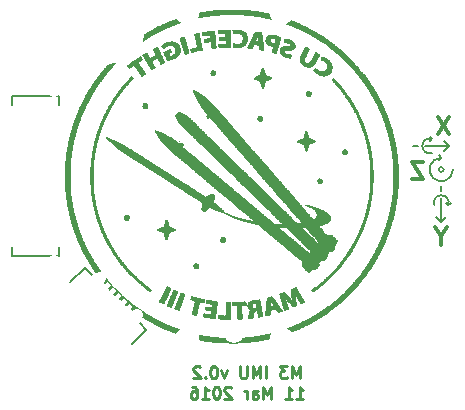
<source format=gbo>
G04 #@! TF.FileFunction,Legend,Bot*
%FSLAX46Y46*%
G04 Gerber Fmt 4.6, Leading zero omitted, Abs format (unit mm)*
G04 Created by KiCad (PCBNEW 4.1.0-alpha+201605071002+6776~44~ubuntu14.04.1-product) date Sun 26 Jun 2016 16:38:28 BST*
%MOMM*%
%LPD*%
G01*
G04 APERTURE LIST*
%ADD10C,0.100000*%
%ADD11C,0.250000*%
%ADD12C,0.200000*%
%ADD13C,0.300000*%
%ADD14C,0.150000*%
%ADD15C,0.010000*%
%ADD16R,1.370000X0.500000*%
%ADD17C,1.588000*%
%ADD18C,2.100000*%
%ADD19C,1.200000*%
%ADD20C,1.000000*%
%ADD21C,6.300000*%
%ADD22C,0.600000*%
G04 APERTURE END LIST*
D10*
D11*
X105776190Y-117102380D02*
X105776190Y-116102380D01*
X105442857Y-116816666D01*
X105109523Y-116102380D01*
X105109523Y-117102380D01*
X104728571Y-116102380D02*
X104109523Y-116102380D01*
X104442857Y-116483333D01*
X104300000Y-116483333D01*
X104204761Y-116530952D01*
X104157142Y-116578571D01*
X104109523Y-116673809D01*
X104109523Y-116911904D01*
X104157142Y-117007142D01*
X104204761Y-117054761D01*
X104300000Y-117102380D01*
X104585714Y-117102380D01*
X104680952Y-117054761D01*
X104728571Y-117007142D01*
X102919047Y-117102380D02*
X102919047Y-116102380D01*
X102442857Y-117102380D02*
X102442857Y-116102380D01*
X102109523Y-116816666D01*
X101776190Y-116102380D01*
X101776190Y-117102380D01*
X101300000Y-116102380D02*
X101300000Y-116911904D01*
X101252380Y-117007142D01*
X101204761Y-117054761D01*
X101109523Y-117102380D01*
X100919047Y-117102380D01*
X100823809Y-117054761D01*
X100776190Y-117007142D01*
X100728571Y-116911904D01*
X100728571Y-116102380D01*
X99585714Y-116435714D02*
X99347619Y-117102380D01*
X99109523Y-116435714D01*
X98538095Y-116102380D02*
X98442857Y-116102380D01*
X98347619Y-116150000D01*
X98300000Y-116197619D01*
X98252380Y-116292857D01*
X98204761Y-116483333D01*
X98204761Y-116721428D01*
X98252380Y-116911904D01*
X98300000Y-117007142D01*
X98347619Y-117054761D01*
X98442857Y-117102380D01*
X98538095Y-117102380D01*
X98633333Y-117054761D01*
X98680952Y-117007142D01*
X98728571Y-116911904D01*
X98776190Y-116721428D01*
X98776190Y-116483333D01*
X98728571Y-116292857D01*
X98680952Y-116197619D01*
X98633333Y-116150000D01*
X98538095Y-116102380D01*
X97776190Y-117007142D02*
X97728571Y-117054761D01*
X97776190Y-117102380D01*
X97823809Y-117054761D01*
X97776190Y-117007142D01*
X97776190Y-117102380D01*
X97347619Y-116197619D02*
X97300000Y-116150000D01*
X97204761Y-116102380D01*
X96966666Y-116102380D01*
X96871428Y-116150000D01*
X96823809Y-116197619D01*
X96776190Y-116292857D01*
X96776190Y-116388095D01*
X96823809Y-116530952D01*
X97395238Y-117102380D01*
X96776190Y-117102380D01*
X105490476Y-118852380D02*
X106061904Y-118852380D01*
X105776190Y-118852380D02*
X105776190Y-117852380D01*
X105871428Y-117995238D01*
X105966666Y-118090476D01*
X106061904Y-118138095D01*
X104538095Y-118852380D02*
X105109523Y-118852380D01*
X104823809Y-118852380D02*
X104823809Y-117852380D01*
X104919047Y-117995238D01*
X105014285Y-118090476D01*
X105109523Y-118138095D01*
X103347619Y-118852380D02*
X103347619Y-117852380D01*
X103014285Y-118566666D01*
X102680952Y-117852380D01*
X102680952Y-118852380D01*
X101776190Y-118852380D02*
X101776190Y-118328571D01*
X101823809Y-118233333D01*
X101919047Y-118185714D01*
X102109523Y-118185714D01*
X102204761Y-118233333D01*
X101776190Y-118804761D02*
X101871428Y-118852380D01*
X102109523Y-118852380D01*
X102204761Y-118804761D01*
X102252380Y-118709523D01*
X102252380Y-118614285D01*
X102204761Y-118519047D01*
X102109523Y-118471428D01*
X101871428Y-118471428D01*
X101776190Y-118423809D01*
X101300000Y-118852380D02*
X101300000Y-118185714D01*
X101300000Y-118376190D02*
X101252380Y-118280952D01*
X101204761Y-118233333D01*
X101109523Y-118185714D01*
X101014285Y-118185714D01*
X99966666Y-117947619D02*
X99919047Y-117900000D01*
X99823809Y-117852380D01*
X99585714Y-117852380D01*
X99490476Y-117900000D01*
X99442857Y-117947619D01*
X99395238Y-118042857D01*
X99395238Y-118138095D01*
X99442857Y-118280952D01*
X100014285Y-118852380D01*
X99395238Y-118852380D01*
X98776190Y-117852380D02*
X98680952Y-117852380D01*
X98585714Y-117900000D01*
X98538095Y-117947619D01*
X98490476Y-118042857D01*
X98442857Y-118233333D01*
X98442857Y-118471428D01*
X98490476Y-118661904D01*
X98538095Y-118757142D01*
X98585714Y-118804761D01*
X98680952Y-118852380D01*
X98776190Y-118852380D01*
X98871428Y-118804761D01*
X98919047Y-118757142D01*
X98966666Y-118661904D01*
X99014285Y-118471428D01*
X99014285Y-118233333D01*
X98966666Y-118042857D01*
X98919047Y-117947619D01*
X98871428Y-117900000D01*
X98776190Y-117852380D01*
X97490476Y-118852380D02*
X98061904Y-118852380D01*
X97776190Y-118852380D02*
X97776190Y-117852380D01*
X97871428Y-117995238D01*
X97966666Y-118090476D01*
X98061904Y-118138095D01*
X96633333Y-117852380D02*
X96823809Y-117852380D01*
X96919047Y-117900000D01*
X96966666Y-117947619D01*
X97061904Y-118090476D01*
X97109523Y-118280952D01*
X97109523Y-118661904D01*
X97061904Y-118757142D01*
X97014285Y-118804761D01*
X96919047Y-118852380D01*
X96728571Y-118852380D01*
X96633333Y-118804761D01*
X96585714Y-118757142D01*
X96538095Y-118661904D01*
X96538095Y-118423809D01*
X96585714Y-118328571D01*
X96633333Y-118280952D01*
X96728571Y-118233333D01*
X96919047Y-118233333D01*
X97014285Y-118280952D01*
X97061904Y-118328571D01*
X97109523Y-118423809D01*
D12*
X116975000Y-96850000D02*
X116775000Y-97050000D01*
D13*
X116250000Y-98778571D02*
X115250000Y-98778571D01*
X116250000Y-100278571D01*
X115250000Y-100278571D01*
X118450000Y-94978571D02*
X117450000Y-96478571D01*
X117450000Y-94978571D02*
X118450000Y-96478571D01*
X117750000Y-105089285D02*
X117750000Y-105803571D01*
X118250000Y-104303571D02*
X117750000Y-105089285D01*
X117250000Y-104303571D01*
D12*
X118418580Y-97450000D02*
X118018580Y-97050000D01*
X118418580Y-97450000D02*
X118018580Y-97850000D01*
X118375000Y-97450000D02*
X116375000Y-97450000D01*
X116775000Y-96650000D02*
X116975000Y-96850000D01*
X116975000Y-96850000D02*
G75*
G03X116975000Y-98050000I-200000J-600000D01*
G01*
X115775000Y-97450000D02*
X115375000Y-97450000D01*
X117750000Y-98450000D02*
X117600000Y-98650000D01*
X117750000Y-98450000D02*
X117550000Y-98250000D01*
X117750000Y-98450000D02*
G75*
G03X118750000Y-99450000I0J-1000000D01*
G01*
X117950000Y-99450000D02*
G75*
G03X117950000Y-99450000I-200000J0D01*
G01*
X117750000Y-101250000D02*
X117750000Y-100850000D01*
X118350000Y-102475000D02*
X118150000Y-102275000D01*
X118550000Y-102275000D02*
X118350000Y-102475000D01*
X118350000Y-102450000D02*
G75*
G03X117150000Y-102450000I-600000J200000D01*
G01*
X117750000Y-103893580D02*
X118150000Y-103493580D01*
X117750000Y-103893580D02*
X117350000Y-103493580D01*
X117750000Y-103850000D02*
X117750000Y-101850000D01*
D14*
X81410000Y-106800000D02*
X81410000Y-106000000D01*
X85410000Y-106800000D02*
X81410000Y-106800000D01*
X85410000Y-106000000D02*
X85410000Y-106800000D01*
X81410000Y-93200000D02*
X81410000Y-94000000D01*
X85410000Y-93200000D02*
X81410000Y-93200000D01*
X85410000Y-94000000D02*
X85410000Y-93200000D01*
X92791518Y-113031720D02*
X91589437Y-114233802D01*
X92225833Y-112466035D02*
X92791518Y-113031720D01*
X87558928Y-107799130D02*
X88159969Y-108400171D01*
X86356846Y-109001211D02*
X87558928Y-107799130D01*
D15*
G36*
X99760470Y-85902922D02*
X99449077Y-85907963D01*
X99157027Y-85917853D01*
X98893650Y-85932666D01*
X98706909Y-85948407D01*
X98619856Y-85956970D01*
X98518996Y-85966584D01*
X98476000Y-85970585D01*
X98392811Y-85979177D01*
X98320109Y-85988256D01*
X98291273Y-85992740D01*
X98234489Y-86001428D01*
X98155101Y-86011738D01*
X98112140Y-86016756D01*
X97922629Y-86040678D01*
X97760182Y-86066391D01*
X97695873Y-86077413D01*
X97621994Y-86089426D01*
X97621636Y-86089482D01*
X97547803Y-86101484D01*
X97483347Y-86112527D01*
X97483091Y-86112573D01*
X97418766Y-86123539D01*
X97344874Y-86135413D01*
X97344545Y-86135464D01*
X97265580Y-86150699D01*
X97194455Y-86168569D01*
X97117923Y-86187639D01*
X97055909Y-86199205D01*
X96996797Y-86210119D01*
X96912835Y-86228366D01*
X96836545Y-86246495D01*
X96749570Y-86267422D01*
X96672959Y-86284743D01*
X96628727Y-86293690D01*
X96585469Y-86302326D01*
X96571000Y-86307091D01*
X96551483Y-86313594D01*
X96513273Y-86322166D01*
X96431330Y-86339482D01*
X96388961Y-86350553D01*
X96380500Y-86354392D01*
X96357409Y-86362488D01*
X96325611Y-86370240D01*
X96265764Y-86385710D01*
X96194393Y-86404537D01*
X96128023Y-86422356D01*
X96083178Y-86434804D01*
X96080076Y-86435716D01*
X96049495Y-86443699D01*
X96045439Y-86444262D01*
X96022513Y-86451090D01*
X95968466Y-86468956D01*
X95907136Y-86489832D01*
X95837713Y-86511766D01*
X95789659Y-86523220D01*
X95774364Y-86522383D01*
X95760120Y-86522380D01*
X95745500Y-86532163D01*
X95705995Y-86553077D01*
X95640364Y-86579099D01*
X95567098Y-86603428D01*
X95513214Y-86617576D01*
X95468693Y-86631544D01*
X95447121Y-86640200D01*
X95396532Y-86658440D01*
X95377849Y-86663291D01*
X95330032Y-86677853D01*
X95308576Y-86686382D01*
X95257990Y-86704588D01*
X95239303Y-86709412D01*
X95197436Y-86722615D01*
X95139659Y-86745671D01*
X95139364Y-86745800D01*
X95076192Y-86770007D01*
X95025721Y-86784443D01*
X94975404Y-86801336D01*
X94956449Y-86812541D01*
X94919742Y-86831556D01*
X94858928Y-86854792D01*
X94839182Y-86861273D01*
X94775698Y-86883490D01*
X94730723Y-86903174D01*
X94723727Y-86907455D01*
X94688167Y-86925073D01*
X94628606Y-86947571D01*
X94611202Y-86953356D01*
X94539561Y-86980844D01*
X94451710Y-87020446D01*
X94396721Y-87047964D01*
X94333907Y-87079125D01*
X94293243Y-87095606D01*
X94283601Y-87094445D01*
X94267132Y-87099513D01*
X94215650Y-87122608D01*
X94135241Y-87160692D01*
X94031989Y-87210724D01*
X93911979Y-87269665D01*
X93781295Y-87334476D01*
X93646022Y-87402118D01*
X93512245Y-87469550D01*
X93386048Y-87533733D01*
X93273515Y-87591628D01*
X93180732Y-87640196D01*
X93113783Y-87676397D01*
X93084273Y-87693548D01*
X93017560Y-87732332D01*
X92938890Y-87773933D01*
X92920640Y-87782963D01*
X92855959Y-87818978D01*
X92806781Y-87854384D01*
X92796585Y-87864584D01*
X92762790Y-87894251D01*
X92746168Y-87900364D01*
X92716206Y-87912042D01*
X92662788Y-87941827D01*
X92627768Y-87963706D01*
X92550462Y-88011148D01*
X92472828Y-88054741D01*
X92449273Y-88066831D01*
X92404138Y-88091859D01*
X92388376Y-88106655D01*
X92391545Y-88108182D01*
X92387296Y-88117729D01*
X92350284Y-88140178D01*
X92322273Y-88154364D01*
X92272316Y-88180954D01*
X92250458Y-88197751D01*
X92253000Y-88200545D01*
X92248751Y-88210093D01*
X92211739Y-88232541D01*
X92183727Y-88246727D01*
X92133770Y-88273317D01*
X92111913Y-88290115D01*
X92114455Y-88292909D01*
X92110607Y-88302285D01*
X92073924Y-88324095D01*
X92050575Y-88335646D01*
X92000711Y-88364133D01*
X91978290Y-88387022D01*
X91979378Y-88392590D01*
X91975692Y-88406193D01*
X91960246Y-88408364D01*
X91919468Y-88424320D01*
X91883545Y-88454545D01*
X91843150Y-88489150D01*
X91815014Y-88500727D01*
X91783421Y-88516182D01*
X91737163Y-88554763D01*
X91721909Y-88570000D01*
X91676386Y-88613258D01*
X91643024Y-88637433D01*
X91637029Y-88639273D01*
X91611168Y-88652539D01*
X91559462Y-88687664D01*
X91492109Y-88737637D01*
X91477456Y-88748955D01*
X91402244Y-88806876D01*
X91335239Y-88857499D01*
X91289776Y-88890761D01*
X91286698Y-88892904D01*
X91241215Y-88928479D01*
X91180094Y-88981381D01*
X91144636Y-89013882D01*
X91090372Y-89061967D01*
X91048878Y-89093563D01*
X91033949Y-89100842D01*
X91007133Y-89116323D01*
X90954817Y-89158361D01*
X90884125Y-89220823D01*
X90802179Y-89297578D01*
X90776116Y-89322816D01*
X90731968Y-89360854D01*
X90700410Y-89380543D01*
X90675490Y-89399142D01*
X90624102Y-89444273D01*
X90552680Y-89510063D01*
X90467659Y-89590640D01*
X90422931Y-89633793D01*
X90330517Y-89722501D01*
X90245587Y-89802252D01*
X90175554Y-89866211D01*
X90127834Y-89907544D01*
X90116025Y-89916657D01*
X90083053Y-89943633D01*
X90079605Y-89955434D01*
X90080219Y-89955455D01*
X90076127Y-89969171D01*
X90044728Y-90004444D01*
X90011572Y-90036273D01*
X89957306Y-90082297D01*
X89915070Y-90111567D01*
X89900912Y-90117091D01*
X89888920Y-90126571D01*
X89891803Y-90130409D01*
X89881419Y-90150759D01*
X89843854Y-90197708D01*
X89784449Y-90265070D01*
X89708546Y-90346656D01*
X89674252Y-90382415D01*
X89585399Y-90475164D01*
X89502975Y-90562809D01*
X89434921Y-90636796D01*
X89389178Y-90688570D01*
X89381919Y-90697338D01*
X89330726Y-90758975D01*
X89266537Y-90833828D01*
X89228091Y-90877642D01*
X89175854Y-90937312D01*
X89135589Y-90984783D01*
X89119234Y-91005446D01*
X89096834Y-91034518D01*
X89054342Y-91087391D01*
X89003780Y-91149184D01*
X88938864Y-91229539D01*
X88874037Y-91312375D01*
X88835545Y-91363325D01*
X88728759Y-91506834D01*
X88617499Y-91653677D01*
X88574731Y-91709324D01*
X88540693Y-91756960D01*
X88523737Y-91787765D01*
X88523279Y-91790785D01*
X88510121Y-91814454D01*
X88475661Y-91856500D01*
X88466593Y-91866457D01*
X88428475Y-91911680D01*
X88409011Y-91942818D01*
X88408364Y-91946006D01*
X88394359Y-91971873D01*
X88358864Y-92018309D01*
X88336699Y-92044378D01*
X88298567Y-92091683D01*
X88281367Y-92121143D01*
X88283292Y-92126000D01*
X88280578Y-92140446D01*
X88252221Y-92176795D01*
X88235182Y-92195273D01*
X88197851Y-92237574D01*
X88182405Y-92262086D01*
X88184072Y-92264545D01*
X88178584Y-92282117D01*
X88151481Y-92329427D01*
X88107616Y-92398366D01*
X88073545Y-92449273D01*
X88021159Y-92527761D01*
X87981846Y-92589683D01*
X87960656Y-92626900D01*
X87958865Y-92634000D01*
X87952693Y-92651020D01*
X87925548Y-92695354D01*
X87888985Y-92749218D01*
X87846272Y-92811839D01*
X87816927Y-92858406D01*
X87808000Y-92876677D01*
X87796692Y-92901634D01*
X87767836Y-92951770D01*
X87746339Y-92986595D01*
X87712967Y-93042815D01*
X87695083Y-93079726D01*
X87694384Y-93087621D01*
X87688047Y-93104674D01*
X87660103Y-93139576D01*
X87634530Y-93173905D01*
X87634818Y-93188182D01*
X87635431Y-93202376D01*
X87611727Y-93234364D01*
X87587401Y-93267596D01*
X87588636Y-93280545D01*
X87590416Y-93294686D01*
X87571893Y-93320955D01*
X87550943Y-93353133D01*
X87515814Y-93415884D01*
X87470281Y-93501621D01*
X87418123Y-93602760D01*
X87363118Y-93711715D01*
X87309043Y-93820900D01*
X87259677Y-93922730D01*
X87218795Y-94009620D01*
X87190177Y-94073983D01*
X87177600Y-94108236D01*
X87178031Y-94111818D01*
X87174925Y-94126172D01*
X87149909Y-94158000D01*
X87125583Y-94191233D01*
X87126818Y-94204182D01*
X87127105Y-94218461D01*
X87101533Y-94252788D01*
X87071708Y-94290644D01*
X87063582Y-94310625D01*
X87059258Y-94335578D01*
X87041116Y-94386693D01*
X87033067Y-94406337D01*
X87007772Y-94468089D01*
X86972386Y-94556883D01*
X86933303Y-94656623D01*
X86920725Y-94689091D01*
X86884709Y-94782122D01*
X86853250Y-94862949D01*
X86831336Y-94918773D01*
X86826235Y-94931545D01*
X86809487Y-94973666D01*
X86803605Y-94989273D01*
X86793132Y-95016715D01*
X86773167Y-95067317D01*
X86772062Y-95070091D01*
X86745199Y-95138953D01*
X86731422Y-95179180D01*
X86726135Y-95203106D01*
X86714692Y-95233988D01*
X86690222Y-95285308D01*
X86687966Y-95289696D01*
X86667471Y-95335759D01*
X86663978Y-95358281D01*
X86665219Y-95358727D01*
X86665971Y-95375731D01*
X86652371Y-95406934D01*
X86627544Y-95468997D01*
X86615717Y-95514998D01*
X86601835Y-95569789D01*
X86589418Y-95599564D01*
X86572765Y-95642538D01*
X86567072Y-95668642D01*
X86548165Y-95722762D01*
X86534713Y-95743688D01*
X86519349Y-95769492D01*
X86522384Y-95774364D01*
X86522469Y-95794090D01*
X86509556Y-95845437D01*
X86489944Y-95906810D01*
X86462768Y-95991404D01*
X86441007Y-96069083D01*
X86432281Y-96107912D01*
X86415519Y-96167667D01*
X86395447Y-96206374D01*
X86380764Y-96231659D01*
X86384057Y-96236182D01*
X86385402Y-96255409D01*
X86373060Y-96303799D01*
X86364818Y-96328545D01*
X86346931Y-96384862D01*
X86340379Y-96417571D01*
X86341727Y-96420909D01*
X86340715Y-96440192D01*
X86326961Y-96488706D01*
X86318636Y-96513273D01*
X86300749Y-96569589D01*
X86294197Y-96602299D01*
X86295545Y-96605636D01*
X86295017Y-96624930D01*
X86282122Y-96673102D01*
X86275927Y-96692227D01*
X86257608Y-96756926D01*
X86249331Y-96806788D01*
X86249364Y-96813455D01*
X86243976Y-96856894D01*
X86227419Y-96920368D01*
X86222687Y-96935003D01*
X86204505Y-96991118D01*
X86195076Y-97024269D01*
X86194677Y-97027367D01*
X86192999Y-97043488D01*
X86185590Y-97088385D01*
X86171409Y-97168135D01*
X86156121Y-97252182D01*
X86145634Y-97301231D01*
X86135235Y-97344545D01*
X86122775Y-97408847D01*
X86113022Y-97483390D01*
X86112915Y-97484510D01*
X86103662Y-97553788D01*
X86091847Y-97609353D01*
X86091194Y-97611510D01*
X86080478Y-97661160D01*
X86069762Y-97734057D01*
X86066094Y-97766656D01*
X86057333Y-97835328D01*
X86047790Y-97883932D01*
X86043689Y-97895260D01*
X86035611Y-97926536D01*
X86026220Y-97988913D01*
X86019348Y-98050976D01*
X86010256Y-98136287D01*
X86000655Y-98210779D01*
X85994974Y-98245645D01*
X85987261Y-98298762D01*
X85978652Y-98378904D01*
X85972273Y-98452909D01*
X85964454Y-98541142D01*
X85955690Y-98618421D01*
X85949182Y-98660727D01*
X85938005Y-98741918D01*
X85928411Y-98863163D01*
X85920398Y-99018359D01*
X85913968Y-99201407D01*
X85909119Y-99406205D01*
X85905853Y-99626651D01*
X85904168Y-99856645D01*
X85904065Y-100090085D01*
X85905545Y-100320870D01*
X85908606Y-100542899D01*
X85913250Y-100750070D01*
X85919475Y-100936283D01*
X85927283Y-101095436D01*
X85936673Y-101221428D01*
X85947644Y-101308158D01*
X85949177Y-101316182D01*
X85957268Y-101370688D01*
X85965922Y-101450909D01*
X85971303Y-101514227D01*
X85979029Y-101602701D01*
X85987911Y-101682591D01*
X85993622Y-101722045D01*
X86002829Y-101784440D01*
X86013126Y-101868601D01*
X86018258Y-101916545D01*
X86027257Y-101993922D01*
X86036575Y-102055450D01*
X86041529Y-102078182D01*
X86050410Y-102121604D01*
X86060190Y-102189341D01*
X86063405Y-102216727D01*
X86073458Y-102295034D01*
X86084638Y-102363381D01*
X86087711Y-102378364D01*
X86099227Y-102441331D01*
X86109869Y-102517004D01*
X86110622Y-102523457D01*
X86120426Y-102585964D01*
X86131828Y-102628212D01*
X86133909Y-102632364D01*
X86144603Y-102667552D01*
X86154761Y-102728493D01*
X86157000Y-102747818D01*
X86165787Y-102811470D01*
X86175634Y-102854376D01*
X86178204Y-102860219D01*
X86189441Y-102893933D01*
X86201525Y-102951336D01*
X86202576Y-102957580D01*
X86215804Y-103033447D01*
X86228421Y-103099570D01*
X86237611Y-103149601D01*
X86240479Y-103174294D01*
X86246972Y-103201325D01*
X86264260Y-103255246D01*
X86272341Y-103278588D01*
X86290275Y-103335019D01*
X86296891Y-103367867D01*
X86295545Y-103371273D01*
X86296568Y-103390560D01*
X86310330Y-103439104D01*
X86318750Y-103463958D01*
X86338011Y-103521920D01*
X86347591Y-103557543D01*
X86347745Y-103562094D01*
X86351128Y-103585046D01*
X86363092Y-103638075D01*
X86380057Y-103706705D01*
X86398445Y-103776460D01*
X86414676Y-103832864D01*
X86414747Y-103833091D01*
X86423987Y-103866716D01*
X86424947Y-103873179D01*
X86431516Y-103896150D01*
X86448705Y-103947372D01*
X86457068Y-103971315D01*
X86474183Y-104027674D01*
X86478807Y-104060544D01*
X86476421Y-104064000D01*
X86476776Y-104078071D01*
X86487811Y-104093808D01*
X86508818Y-104136369D01*
X86525725Y-104198489D01*
X86526279Y-104201546D01*
X86540053Y-104262108D01*
X86554801Y-104303067D01*
X86555654Y-104304511D01*
X86572494Y-104347816D01*
X86578201Y-104373915D01*
X86597107Y-104428035D01*
X86610560Y-104448960D01*
X86625073Y-104474710D01*
X86621053Y-104479636D01*
X86620237Y-104497323D01*
X86637777Y-104540716D01*
X86641909Y-104548909D01*
X86661933Y-104595019D01*
X86664285Y-104617697D01*
X86662766Y-104618182D01*
X86662538Y-104632481D01*
X86676545Y-104652818D01*
X86692666Y-104680743D01*
X86688091Y-104687455D01*
X86686014Y-104701661D01*
X86699636Y-104722091D01*
X86716690Y-104750083D01*
X86713416Y-104756727D01*
X86712584Y-104774408D01*
X86730117Y-104817770D01*
X86734148Y-104825758D01*
X86758219Y-104875878D01*
X86769062Y-104905547D01*
X86769113Y-104906686D01*
X86776931Y-104933499D01*
X86797333Y-104985888D01*
X86805401Y-105005065D01*
X86830195Y-105065427D01*
X86845982Y-105108380D01*
X86847765Y-105114636D01*
X86859825Y-105148707D01*
X86883683Y-105206535D01*
X86893946Y-105230091D01*
X86920243Y-105292044D01*
X86937353Y-105336954D01*
X86939888Y-105345545D01*
X86951831Y-105378812D01*
X86976438Y-105437358D01*
X86992093Y-105472545D01*
X87034546Y-105568018D01*
X87065425Y-105641151D01*
X87080045Y-105680364D01*
X87093137Y-105712653D01*
X87122871Y-105779610D01*
X87166062Y-105874195D01*
X87219524Y-105989366D01*
X87228732Y-106009049D01*
X87264121Y-106086614D01*
X87290279Y-106147734D01*
X87302182Y-106180604D01*
X87302422Y-106182231D01*
X87317046Y-106211500D01*
X87339861Y-106240318D01*
X87360991Y-106270807D01*
X87357727Y-106280727D01*
X87357114Y-106294921D01*
X87380818Y-106326909D01*
X87405145Y-106360142D01*
X87403909Y-106373091D01*
X87401280Y-106387720D01*
X87417649Y-106413500D01*
X87437483Y-106439525D01*
X87457536Y-106470169D01*
X87482889Y-106514328D01*
X87518627Y-106580900D01*
X87569830Y-106678779D01*
X87576040Y-106690714D01*
X87616254Y-106764354D01*
X87650555Y-106820656D01*
X87671757Y-106847854D01*
X87672235Y-106848173D01*
X87683610Y-106874951D01*
X87681000Y-106881091D01*
X87685144Y-106909125D01*
X87693593Y-106916375D01*
X87722197Y-106948426D01*
X87740494Y-106981470D01*
X87768638Y-107035923D01*
X87806160Y-107098666D01*
X87807314Y-107100455D01*
X87851016Y-107172823D01*
X87890420Y-107244773D01*
X87920634Y-107294058D01*
X87945861Y-107319049D01*
X87949177Y-107319818D01*
X87965244Y-107333893D01*
X87964678Y-107337136D01*
X87973528Y-107364645D01*
X88001578Y-107416751D01*
X88027411Y-107458364D01*
X88065446Y-107518323D01*
X88090693Y-107561123D01*
X88096636Y-107573818D01*
X88109380Y-107597893D01*
X88140431Y-107647236D01*
X88166676Y-107686802D01*
X88211193Y-107753794D01*
X88248107Y-107811193D01*
X88260834Y-107831985D01*
X88295070Y-107880128D01*
X88339904Y-107932593D01*
X88370202Y-107970153D01*
X88375596Y-107988955D01*
X88373432Y-107989455D01*
X88375130Y-108003865D01*
X88402829Y-108040135D01*
X88419909Y-108058727D01*
X88457134Y-108101015D01*
X88472350Y-108125532D01*
X88470564Y-108128000D01*
X88472342Y-108142763D01*
X88498323Y-108178437D01*
X88499623Y-108179955D01*
X88562079Y-108258308D01*
X88644002Y-108370445D01*
X88716427Y-108474364D01*
X88764504Y-108537747D01*
X88812647Y-108591311D01*
X88821005Y-108599170D01*
X88856826Y-108637583D01*
X88870182Y-108663285D01*
X88885302Y-108691494D01*
X88925980Y-108743897D01*
X88985195Y-108811959D01*
X89045425Y-108876335D01*
X89074289Y-108915939D01*
X89080062Y-108928224D01*
X89099377Y-108957031D01*
X89141515Y-109009012D01*
X89197821Y-109073549D01*
X89205000Y-109081502D01*
X89267544Y-109151617D01*
X89322204Y-109214798D01*
X89357516Y-109257785D01*
X89358364Y-109258896D01*
X89391696Y-109298350D01*
X89447141Y-109359506D01*
X89514443Y-109431126D01*
X89536605Y-109454207D01*
X89597656Y-109520596D01*
X89641720Y-109574676D01*
X89662295Y-109608170D01*
X89662257Y-109614228D01*
X89667344Y-109626717D01*
X89684505Y-109628909D01*
X89720592Y-109648187D01*
X89736091Y-109675091D01*
X89763401Y-109712568D01*
X89787677Y-109721273D01*
X89811715Y-109728604D01*
X89809137Y-109736742D01*
X89819438Y-109757188D01*
X89858018Y-109803309D01*
X89919254Y-109869424D01*
X89997524Y-109949849D01*
X90087204Y-110038903D01*
X90182671Y-110130901D01*
X90278301Y-110220162D01*
X90361137Y-110294580D01*
X90439586Y-110364743D01*
X90529971Y-110447472D01*
X90602000Y-110514765D01*
X90675059Y-110582231D01*
X90745281Y-110644245D01*
X90797648Y-110687549D01*
X90798273Y-110688028D01*
X90855888Y-110735136D01*
X90926225Y-110796647D01*
X90964325Y-110831525D01*
X91020129Y-110880705D01*
X91063535Y-110913564D01*
X91080867Y-110922000D01*
X91106669Y-110937302D01*
X91152363Y-110976747D01*
X91190818Y-111014364D01*
X91244810Y-111065278D01*
X91288578Y-111098825D01*
X91306639Y-111106727D01*
X91337501Y-111122157D01*
X91383325Y-111160682D01*
X91398636Y-111176000D01*
X91447558Y-111219632D01*
X91488331Y-111243654D01*
X91496683Y-111245273D01*
X91517075Y-111257674D01*
X91514091Y-111268364D01*
X91518622Y-111288694D01*
X91532240Y-111291455D01*
X91571016Y-111307327D01*
X91606455Y-111337636D01*
X91645128Y-111372107D01*
X91670485Y-111383818D01*
X91700694Y-111397390D01*
X91749947Y-111431443D01*
X91769966Y-111447318D01*
X91873486Y-111530525D01*
X91946156Y-111584370D01*
X91990930Y-111610959D01*
X92004846Y-111614727D01*
X92035022Y-111630238D01*
X92068273Y-111660909D01*
X92108955Y-111695536D01*
X92137545Y-111707091D01*
X92172363Y-111722798D01*
X92206818Y-111753273D01*
X92247501Y-111787899D01*
X92276091Y-111799455D01*
X92310909Y-111815161D01*
X92345364Y-111845636D01*
X92382575Y-111879991D01*
X92405512Y-111891818D01*
X92433550Y-111903799D01*
X92485777Y-111934552D01*
X92526509Y-111961091D01*
X92588140Y-112000020D01*
X92635505Y-112025151D01*
X92651840Y-112030364D01*
X92683900Y-112046285D01*
X92704221Y-112066143D01*
X92742768Y-112097235D01*
X92804885Y-112133423D01*
X92832648Y-112146900D01*
X92894243Y-112178058D01*
X92936294Y-112205052D01*
X92944776Y-112213551D01*
X92971328Y-112234279D01*
X93027135Y-112266658D01*
X93090494Y-112298940D01*
X93179696Y-112344044D01*
X93268057Y-112392124D01*
X93315182Y-112419807D01*
X93369801Y-112451368D01*
X93404682Y-112467265D01*
X93410894Y-112467252D01*
X93428074Y-112472854D01*
X93457076Y-112495223D01*
X93514607Y-112532599D01*
X93556369Y-112550164D01*
X93616340Y-112574532D01*
X93682311Y-112609241D01*
X93683369Y-112609876D01*
X93760627Y-112652235D01*
X93864042Y-112703338D01*
X93976815Y-112754975D01*
X94007909Y-112768466D01*
X94049907Y-112787458D01*
X94120128Y-112820214D01*
X94205180Y-112860473D01*
X94227477Y-112871114D01*
X94310830Y-112909436D01*
X94379832Y-112938369D01*
X94422747Y-112953081D01*
X94428820Y-112954000D01*
X94466163Y-112964614D01*
X94521970Y-112990734D01*
X94532525Y-112996513D01*
X94607252Y-113032728D01*
X94690474Y-113065419D01*
X94700636Y-113068795D01*
X94764645Y-113092051D01*
X94810644Y-113113420D01*
X94817903Y-113118186D01*
X94861114Y-113138533D01*
X94887176Y-113144878D01*
X94937175Y-113159835D01*
X95001346Y-113187182D01*
X95010139Y-113191519D01*
X95071798Y-113217732D01*
X95121275Y-113230770D01*
X95126748Y-113231091D01*
X95173546Y-113243719D01*
X95187194Y-113253521D01*
X95227674Y-113276629D01*
X95255312Y-113284688D01*
X95312005Y-113299619D01*
X95335636Y-113308268D01*
X95394888Y-113331328D01*
X95470640Y-113357714D01*
X95551196Y-113383788D01*
X95624857Y-113405914D01*
X95679925Y-113420452D01*
X95704704Y-113423766D01*
X95705091Y-113423161D01*
X95719236Y-113423965D01*
X95735767Y-113435622D01*
X95783742Y-113460291D01*
X95815990Y-113468642D01*
X95863068Y-113481534D01*
X95881526Y-113492193D01*
X95915395Y-113505170D01*
X95947545Y-113508182D01*
X95994828Y-113514858D01*
X96013565Y-113524171D01*
X96047245Y-113540628D01*
X96080913Y-113549076D01*
X96147574Y-113562481D01*
X96199953Y-113578985D01*
X96213091Y-113584015D01*
X96251554Y-113595679D01*
X96325265Y-113615343D01*
X96424469Y-113640634D01*
X96539412Y-113669179D01*
X96660340Y-113698606D01*
X96777499Y-113726541D01*
X96881134Y-113750613D01*
X96961492Y-113768447D01*
X97008818Y-113777671D01*
X97009727Y-113777805D01*
X97086248Y-113792511D01*
X97148273Y-113808364D01*
X97189613Y-113819775D01*
X97236256Y-113830202D01*
X97299307Y-113841739D01*
X97389869Y-113856483D01*
X97467148Y-113868530D01*
X97531543Y-113878814D01*
X97577597Y-113886747D01*
X97582602Y-113887719D01*
X97770935Y-113921984D01*
X98000246Y-113956356D01*
X98025727Y-113959845D01*
X98105909Y-113971102D01*
X98179987Y-113982058D01*
X98187364Y-113983199D01*
X98250937Y-113991652D01*
X98335931Y-114001178D01*
X98383636Y-114005912D01*
X98483494Y-114015532D01*
X98587853Y-114025969D01*
X98626091Y-114029918D01*
X98931641Y-114056466D01*
X99275610Y-114076371D01*
X99650666Y-114089284D01*
X99984170Y-114094470D01*
X100124343Y-114095211D01*
X100247781Y-114095288D01*
X100347415Y-114094744D01*
X100416173Y-114093622D01*
X100446985Y-114091966D01*
X100447930Y-114091645D01*
X100472014Y-114088294D01*
X100533223Y-114083664D01*
X100622540Y-114078344D01*
X100730946Y-114072925D01*
X100740851Y-114072474D01*
X100862559Y-114066619D01*
X100977764Y-114060442D01*
X101072924Y-114054705D01*
X101131455Y-114050444D01*
X101210597Y-114043637D01*
X101311699Y-114035090D01*
X101397000Y-114027971D01*
X101487695Y-114019508D01*
X101567260Y-114010430D01*
X101616364Y-114003065D01*
X101672448Y-113994278D01*
X101752177Y-113984509D01*
X101801091Y-113979456D01*
X101884271Y-113970545D01*
X101956969Y-113961089D01*
X101985818Y-113956398D01*
X102045342Y-113946624D01*
X102123392Y-113935624D01*
X102147455Y-113932548D01*
X102218626Y-113923709D01*
X102273736Y-113916839D01*
X102286000Y-113915301D01*
X102337321Y-113899447D01*
X102349500Y-113892924D01*
X102375073Y-113882051D01*
X102378364Y-113884371D01*
X102399166Y-113885597D01*
X102454249Y-113879454D01*
X102532624Y-113867712D01*
X102623301Y-113852138D01*
X102715293Y-113834505D01*
X102794000Y-113817431D01*
X102865275Y-113801568D01*
X102909455Y-113792383D01*
X102962590Y-113781410D01*
X102990273Y-113775237D01*
X103028176Y-113766868D01*
X103091861Y-113753502D01*
X103161822Y-113739188D01*
X103209636Y-113729693D01*
X103263230Y-113714567D01*
X103278909Y-113708650D01*
X103326594Y-113694816D01*
X103382818Y-113683971D01*
X103431332Y-113675664D01*
X103452080Y-113670017D01*
X103452091Y-113669950D01*
X103470671Y-113662688D01*
X103486727Y-113658796D01*
X103524235Y-113649434D01*
X103593158Y-113631205D01*
X103680410Y-113607583D01*
X103706091Y-113600545D01*
X103794178Y-113576592D01*
X103865683Y-113557615D01*
X103908473Y-113546818D01*
X103913909Y-113545651D01*
X103953641Y-113530400D01*
X103965864Y-113523488D01*
X103991382Y-113513659D01*
X103994727Y-113516900D01*
X104014895Y-113515121D01*
X104068921Y-113500766D01*
X104147084Y-113476554D01*
X104191000Y-113462000D01*
X104277384Y-113434126D01*
X104344378Y-113415032D01*
X104382271Y-113407362D01*
X104387273Y-113408564D01*
X104401541Y-113408396D01*
X104416136Y-113398628D01*
X104451417Y-113380589D01*
X104517195Y-113354549D01*
X104599770Y-113325896D01*
X104606636Y-113323670D01*
X104688672Y-113295522D01*
X104753762Y-113270059D01*
X104788902Y-113252408D01*
X104790209Y-113251324D01*
X104829363Y-113234958D01*
X104863892Y-113231091D01*
X104910194Y-113222918D01*
X104928328Y-113210558D01*
X104958506Y-113189691D01*
X104997945Y-113175737D01*
X105063442Y-113155630D01*
X105119391Y-113134705D01*
X105168740Y-113114505D01*
X105195455Y-113104031D01*
X105241532Y-113086112D01*
X105316949Y-113054400D01*
X105396233Y-113019870D01*
X105457324Y-112994232D01*
X105499584Y-112978959D01*
X105508226Y-112977091D01*
X105534353Y-112967774D01*
X105592152Y-112942740D01*
X105671713Y-112906365D01*
X105723083Y-112882197D01*
X105808755Y-112842400D01*
X105876533Y-112812634D01*
X105917317Y-112796800D01*
X105925042Y-112795606D01*
X105941637Y-112789850D01*
X105965451Y-112772218D01*
X105995408Y-112752161D01*
X106003636Y-112753117D01*
X106022502Y-112748754D01*
X106073515Y-112726554D01*
X106148298Y-112690830D01*
X106238473Y-112645892D01*
X106335664Y-112596051D01*
X106431492Y-112545620D01*
X106517582Y-112498910D01*
X106585554Y-112460233D01*
X106627034Y-112433899D01*
X106632757Y-112429327D01*
X106663298Y-112408134D01*
X106673273Y-112411364D01*
X106687705Y-112413645D01*
X106713682Y-112396419D01*
X106757090Y-112367318D01*
X106824204Y-112329467D01*
X106869545Y-112306317D01*
X106957761Y-112259827D01*
X107047413Y-112207511D01*
X107080712Y-112186294D01*
X107140560Y-112149368D01*
X107185905Y-112126438D01*
X107199112Y-112122727D01*
X107231172Y-112106806D01*
X107251494Y-112086948D01*
X107290255Y-112055608D01*
X107313785Y-112041909D01*
X106580909Y-112041909D01*
X106569364Y-112053455D01*
X106557818Y-112041909D01*
X106569364Y-112030364D01*
X106580909Y-112041909D01*
X107313785Y-112041909D01*
X107352192Y-112019549D01*
X107377546Y-112007273D01*
X107443111Y-111972669D01*
X107492937Y-111938085D01*
X107503597Y-111927598D01*
X107541135Y-111897722D01*
X107561521Y-111891818D01*
X107596939Y-111876086D01*
X107631545Y-111845636D01*
X107672228Y-111811010D01*
X107700818Y-111799455D01*
X107735636Y-111783748D01*
X107770091Y-111753273D01*
X107810773Y-111718646D01*
X107839364Y-111707091D01*
X107874181Y-111691384D01*
X107908636Y-111660909D01*
X107949319Y-111626283D01*
X107977909Y-111614727D01*
X108012727Y-111599020D01*
X108047182Y-111568545D01*
X108087578Y-111533941D01*
X108115713Y-111522364D01*
X108147307Y-111506909D01*
X108193564Y-111468328D01*
X108208818Y-111453091D01*
X108254171Y-111409852D01*
X108287160Y-111385669D01*
X108293025Y-111383818D01*
X108318902Y-111370396D01*
X108372532Y-111334273D01*
X108445657Y-111281662D01*
X108530021Y-111218779D01*
X108617368Y-111151837D01*
X108699440Y-111087051D01*
X108767981Y-111030634D01*
X108802403Y-111000446D01*
X108855270Y-110955259D01*
X108895304Y-110926907D01*
X108907399Y-110922000D01*
X108933001Y-110906704D01*
X108978553Y-110867274D01*
X109017000Y-110829636D01*
X109070145Y-110778835D01*
X109112022Y-110745287D01*
X109128510Y-110737273D01*
X109152908Y-110722086D01*
X109202209Y-110681023D01*
X109268624Y-110620830D01*
X109325869Y-110566327D01*
X109416194Y-110480542D01*
X109511039Y-110393605D01*
X109595501Y-110319060D01*
X109628909Y-110290891D01*
X109692717Y-110235332D01*
X109771838Y-110161832D01*
X109860358Y-110076423D01*
X109952365Y-109985142D01*
X110041944Y-109894021D01*
X110123182Y-109809095D01*
X110190165Y-109736399D01*
X110236981Y-109681966D01*
X110257716Y-109651830D01*
X110258136Y-109648816D01*
X110271031Y-109631102D01*
X110285444Y-109628909D01*
X110318369Y-109609678D01*
X110333182Y-109582727D01*
X110360492Y-109545250D01*
X110384768Y-109536545D01*
X110408513Y-109528956D01*
X110405633Y-109520482D01*
X110413849Y-109498401D01*
X110449027Y-109452099D01*
X110504859Y-109389388D01*
X110545484Y-109347300D01*
X110610554Y-109280363D01*
X110659250Y-109227621D01*
X110685270Y-109196056D01*
X110687282Y-109190182D01*
X110694531Y-109174769D01*
X110726744Y-109134117D01*
X110777219Y-109076606D01*
X110784200Y-109068955D01*
X110839457Y-109007073D01*
X110880361Y-108958329D01*
X110898600Y-108932657D01*
X110898815Y-108931975D01*
X110915045Y-108907491D01*
X110953307Y-108860493D01*
X110991675Y-108816520D01*
X111054160Y-108743847D01*
X111114016Y-108669625D01*
X111139355Y-108636000D01*
X111213953Y-108532878D01*
X111268592Y-108457743D01*
X111310280Y-108401093D01*
X111346028Y-108353426D01*
X111382845Y-108305240D01*
X111394858Y-108289636D01*
X111434456Y-108235918D01*
X111490058Y-108157324D01*
X111557160Y-108060548D01*
X111631255Y-107952285D01*
X111707840Y-107839231D01*
X111782409Y-107728078D01*
X111850458Y-107625523D01*
X111907482Y-107538260D01*
X111948976Y-107472984D01*
X111970435Y-107436389D01*
X111972400Y-107431350D01*
X111986304Y-107405077D01*
X112019921Y-107361557D01*
X112024438Y-107356305D01*
X112054893Y-107316963D01*
X112062800Y-107297255D01*
X112061269Y-107296727D01*
X112063411Y-107282415D01*
X112088091Y-107250545D01*
X112113524Y-107217209D01*
X112114594Y-107204364D01*
X112118562Y-107187404D01*
X112144100Y-107143203D01*
X112180455Y-107088909D01*
X112220417Y-107028858D01*
X112243910Y-106987106D01*
X112246315Y-106973455D01*
X112248221Y-106959152D01*
X112272818Y-106927273D01*
X112296446Y-106893988D01*
X112293715Y-106880737D01*
X112289381Y-106871349D01*
X112299270Y-106863419D01*
X112320626Y-106836603D01*
X112356593Y-106778242D01*
X112401311Y-106698190D01*
X112430264Y-106643145D01*
X112477909Y-106552489D01*
X112520443Y-106475154D01*
X112551811Y-106421972D01*
X112562504Y-106406463D01*
X112577496Y-106379261D01*
X112572249Y-106373091D01*
X112572189Y-106358873D01*
X112596091Y-106326909D01*
X112620418Y-106293676D01*
X112619182Y-106280727D01*
X112617705Y-106266766D01*
X112637049Y-106240318D01*
X112667169Y-106199374D01*
X112676716Y-106176818D01*
X112687542Y-106147488D01*
X112714327Y-106086533D01*
X112752656Y-106003772D01*
X112784880Y-105936281D01*
X112828884Y-105843652D01*
X112864610Y-105765508D01*
X112887601Y-105711776D01*
X112893758Y-105693826D01*
X112908747Y-105653575D01*
X112919659Y-105634182D01*
X112939826Y-105598624D01*
X112944036Y-105588000D01*
X112953357Y-105560598D01*
X112972793Y-105510061D01*
X112973938Y-105507182D01*
X113004077Y-105429764D01*
X113018836Y-105386129D01*
X113020972Y-105367588D01*
X113018991Y-105365288D01*
X113027281Y-105348138D01*
X113057382Y-105311493D01*
X113057909Y-105310909D01*
X113088411Y-105272016D01*
X113096863Y-105250213D01*
X113100817Y-105225821D01*
X113117246Y-105170710D01*
X113141981Y-105097237D01*
X113170854Y-105017762D01*
X113199694Y-104944642D01*
X113201027Y-104941455D01*
X113216097Y-104904426D01*
X113219546Y-104895273D01*
X113231248Y-104866680D01*
X113240636Y-104845121D01*
X113259108Y-104794620D01*
X113264018Y-104775849D01*
X113278780Y-104726863D01*
X113285245Y-104710545D01*
X113306061Y-104656951D01*
X113333027Y-104580206D01*
X113362896Y-104490567D01*
X113392421Y-104398286D01*
X113418355Y-104313619D01*
X113437451Y-104246819D01*
X113446462Y-104208141D01*
X113446099Y-104202545D01*
X113446895Y-104188451D01*
X113457993Y-104172738D01*
X113479791Y-104129181D01*
X113495093Y-104072763D01*
X113510885Y-104005825D01*
X113535077Y-103925096D01*
X113542818Y-103902364D01*
X113567867Y-103823563D01*
X113586966Y-103749968D01*
X113590368Y-103732964D01*
X113604159Y-103675109D01*
X113618514Y-103638761D01*
X113634737Y-103607373D01*
X113636193Y-103602182D01*
X113646043Y-103545607D01*
X113660230Y-103474399D01*
X113675276Y-103404845D01*
X113687702Y-103353232D01*
X113692909Y-103336636D01*
X113703470Y-103305795D01*
X113704455Y-103302000D01*
X113714256Y-103274752D01*
X113715404Y-103273136D01*
X113721292Y-103248572D01*
X113726193Y-103209636D01*
X113737773Y-103140906D01*
X113748487Y-103100153D01*
X113765321Y-103036041D01*
X113775461Y-102984698D01*
X113788714Y-102912644D01*
X113799296Y-102863273D01*
X113813763Y-102798674D01*
X113821955Y-102759364D01*
X113834147Y-102699154D01*
X113843227Y-102655455D01*
X113855449Y-102591093D01*
X113867814Y-102517173D01*
X113867855Y-102516909D01*
X113880218Y-102448179D01*
X113892985Y-102392989D01*
X113893465Y-102391328D01*
X113904868Y-102337112D01*
X113914188Y-102268270D01*
X113914367Y-102266445D01*
X113924283Y-102184135D01*
X113936586Y-102103389D01*
X113948520Y-102029421D01*
X113957483Y-101964709D01*
X113957715Y-101962727D01*
X113964621Y-101906852D01*
X113974947Y-101827406D01*
X113981546Y-101778000D01*
X113992387Y-101695064D01*
X114001269Y-101622482D01*
X114004496Y-101593273D01*
X114009701Y-101542072D01*
X114017941Y-101461693D01*
X114027498Y-101368894D01*
X114028172Y-101362364D01*
X114038011Y-101259889D01*
X114046426Y-101159587D01*
X114051469Y-101085273D01*
X114055116Y-101021004D01*
X114060977Y-100924087D01*
X114068226Y-100807952D01*
X114075602Y-100692727D01*
X114085253Y-100495082D01*
X114091241Y-100266083D01*
X114093564Y-100020413D01*
X114093325Y-99976271D01*
X113697047Y-99976271D01*
X113696612Y-100195732D01*
X113694592Y-100408816D01*
X113690978Y-100608982D01*
X113685761Y-100789691D01*
X113678933Y-100944402D01*
X113670485Y-101066576D01*
X113660408Y-101149672D01*
X113659511Y-101154545D01*
X113652432Y-101205865D01*
X113644226Y-101286434D01*
X113636598Y-101379407D01*
X113636164Y-101385455D01*
X113628640Y-101478277D01*
X113620422Y-101559424D01*
X113613209Y-101612259D01*
X113612792Y-101614431D01*
X113604278Y-101669026D01*
X113594560Y-101747938D01*
X113589184Y-101799159D01*
X113580371Y-101877044D01*
X113571149Y-101939093D01*
X113566036Y-101962727D01*
X113557086Y-102006150D01*
X113547268Y-102073888D01*
X113544049Y-102101273D01*
X113533975Y-102179580D01*
X113522740Y-102247928D01*
X113519645Y-102262909D01*
X113507183Y-102330425D01*
X113498790Y-102391328D01*
X113488723Y-102458122D01*
X113477829Y-102506782D01*
X113465751Y-102559195D01*
X113453209Y-102629579D01*
X113451498Y-102640831D01*
X113440076Y-102703230D01*
X113428444Y-102745072D01*
X113426178Y-102749737D01*
X113416033Y-102783934D01*
X113406472Y-102843293D01*
X113404933Y-102856935D01*
X113392068Y-102934425D01*
X113373183Y-103003926D01*
X113371751Y-103007801D01*
X113357821Y-103052462D01*
X113358072Y-103071091D01*
X113358091Y-103071091D01*
X113358397Y-103089636D01*
X113344567Y-103134022D01*
X113325375Y-103199775D01*
X113309604Y-103278717D01*
X113307980Y-103289885D01*
X113294338Y-103356395D01*
X113276371Y-103404915D01*
X113271923Y-103411682D01*
X113258362Y-103436472D01*
X113261876Y-103440545D01*
X113263221Y-103459772D01*
X113250878Y-103508163D01*
X113242636Y-103532909D01*
X113224749Y-103589226D01*
X113218197Y-103621935D01*
X113219545Y-103625273D01*
X113218533Y-103644555D01*
X113204779Y-103693070D01*
X113196455Y-103717636D01*
X113179389Y-103773881D01*
X113174834Y-103806612D01*
X113177215Y-103810000D01*
X113176861Y-103824071D01*
X113165826Y-103839808D01*
X113144913Y-103882250D01*
X113127909Y-103944556D01*
X113127182Y-103948545D01*
X113110733Y-104011232D01*
X113089794Y-104055692D01*
X113088538Y-104057283D01*
X113073855Y-104082568D01*
X113077148Y-104087091D01*
X113077599Y-104106489D01*
X113065210Y-104156148D01*
X113043820Y-104223267D01*
X113017274Y-104295044D01*
X113007855Y-104318000D01*
X112990611Y-104368337D01*
X112986927Y-104383303D01*
X112972373Y-104431126D01*
X112963855Y-104452576D01*
X112944603Y-104509834D01*
X112938526Y-104535551D01*
X112918230Y-104589611D01*
X112904531Y-104610597D01*
X112890018Y-104636346D01*
X112894038Y-104641273D01*
X112894871Y-104658954D01*
X112877338Y-104702315D01*
X112873307Y-104710303D01*
X112848179Y-104762386D01*
X112835364Y-104795650D01*
X112835138Y-104796894D01*
X112829211Y-104822998D01*
X112814673Y-104864778D01*
X112789211Y-104929909D01*
X112768974Y-104981150D01*
X112757847Y-105010212D01*
X112757668Y-105010727D01*
X112746251Y-105039737D01*
X112739100Y-105056909D01*
X112717909Y-105108359D01*
X112693850Y-105168463D01*
X112674056Y-105219223D01*
X112665896Y-105241636D01*
X112655275Y-105268012D01*
X112632504Y-105320715D01*
X112621542Y-105345545D01*
X112570987Y-105460278D01*
X112539675Y-105533465D01*
X112527591Y-105564909D01*
X112511585Y-105606158D01*
X112477866Y-105680890D01*
X112430151Y-105781677D01*
X112372157Y-105901095D01*
X112307601Y-106031716D01*
X112240201Y-106166115D01*
X112173672Y-106296865D01*
X112111732Y-106416540D01*
X112058099Y-106517714D01*
X112016488Y-106592960D01*
X111995945Y-106627091D01*
X111975985Y-106662489D01*
X111972223Y-106673273D01*
X111960052Y-106698708D01*
X111929052Y-106752856D01*
X111885260Y-106825511D01*
X111834715Y-106906471D01*
X111828263Y-106916602D01*
X111794700Y-106975910D01*
X111778714Y-107009040D01*
X111744620Y-107062495D01*
X111721296Y-107086702D01*
X111696144Y-107118691D01*
X111695546Y-107135091D01*
X111689649Y-107162346D01*
X111672455Y-107181273D01*
X111648943Y-107212371D01*
X111649073Y-107226985D01*
X111642078Y-107253329D01*
X111614183Y-107285675D01*
X111579806Y-107326240D01*
X111568545Y-107354455D01*
X111552839Y-107389272D01*
X111522364Y-107423727D01*
X111487946Y-107461724D01*
X111476182Y-107485968D01*
X111462402Y-107520064D01*
X111426495Y-107577190D01*
X111376608Y-107645500D01*
X111320890Y-107713151D01*
X111316464Y-107718136D01*
X111284915Y-107758682D01*
X111277090Y-107780454D01*
X111279909Y-107781636D01*
X111279490Y-107796269D01*
X111253428Y-107832651D01*
X111242497Y-107845136D01*
X111191441Y-107907281D01*
X111138362Y-107980275D01*
X111128495Y-107995069D01*
X111090923Y-108047264D01*
X111061935Y-108078110D01*
X111054773Y-108081660D01*
X111038181Y-108099813D01*
X111037455Y-108107030D01*
X111026905Y-108137051D01*
X110993363Y-108188499D01*
X110933987Y-108265265D01*
X110845935Y-108371237D01*
X110835409Y-108383631D01*
X110785114Y-108444999D01*
X110749504Y-108492722D01*
X110736655Y-108515543D01*
X110722096Y-108540560D01*
X110685210Y-108587636D01*
X110650065Y-108628393D01*
X110594244Y-108692203D01*
X110545861Y-108749675D01*
X110526612Y-108773796D01*
X110491850Y-108815477D01*
X110437175Y-108877000D01*
X110376292Y-108943039D01*
X110320129Y-109004862D01*
X110278578Y-109054429D01*
X110260090Y-109081624D01*
X110259879Y-109082426D01*
X110243324Y-109104292D01*
X110199442Y-109153497D01*
X110133362Y-109224524D01*
X110050213Y-109311862D01*
X109955817Y-109409286D01*
X109862050Y-109506691D01*
X109781707Y-109592876D01*
X109719566Y-109662486D01*
X109680403Y-109710167D01*
X109668997Y-109730567D01*
X109669057Y-109730633D01*
X109664532Y-109743042D01*
X109653241Y-109744364D01*
X109627239Y-109759780D01*
X109575050Y-109802281D01*
X109503095Y-109866250D01*
X109417792Y-109946066D01*
X109369653Y-109992591D01*
X109260810Y-110098943D01*
X109180446Y-110177317D01*
X109123975Y-110231972D01*
X109086807Y-110267169D01*
X109064355Y-110287166D01*
X109052031Y-110296222D01*
X109045246Y-110298598D01*
X109040091Y-110298545D01*
X109012785Y-110312626D01*
X108995379Y-110327409D01*
X108892524Y-110425222D01*
X108808921Y-110501499D01*
X108748638Y-110552664D01*
X108715741Y-110575144D01*
X108712712Y-110575885D01*
X108686578Y-110590642D01*
X108639531Y-110628342D01*
X108601364Y-110662648D01*
X108544214Y-110713049D01*
X108469133Y-110774960D01*
X108384463Y-110842029D01*
X108298545Y-110907906D01*
X108219722Y-110966238D01*
X108156336Y-111010674D01*
X108116729Y-111034861D01*
X108109114Y-111037455D01*
X108082834Y-111052724D01*
X108039751Y-111090898D01*
X108024091Y-111106727D01*
X107976458Y-111150219D01*
X107938495Y-111174300D01*
X107930986Y-111176000D01*
X107896759Y-111191682D01*
X107862455Y-111222182D01*
X107818860Y-111257027D01*
X107785755Y-111268364D01*
X107763465Y-111276176D01*
X107766622Y-111284137D01*
X107757995Y-111302432D01*
X107717634Y-111329756D01*
X107695425Y-111341081D01*
X107647583Y-111366287D01*
X107628569Y-111381739D01*
X107631545Y-111383818D01*
X107627296Y-111393366D01*
X107590284Y-111415814D01*
X107562273Y-111430000D01*
X107512315Y-111456602D01*
X107490458Y-111473429D01*
X107493000Y-111476241D01*
X107488533Y-111485629D01*
X107451151Y-111507657D01*
X107421619Y-111522198D01*
X107356751Y-111557338D01*
X107307572Y-111592197D01*
X107297565Y-111602173D01*
X107264525Y-111631725D01*
X107248744Y-111637818D01*
X107219596Y-111649887D01*
X107168226Y-111680383D01*
X107141889Y-111697857D01*
X107077670Y-111739589D01*
X107021908Y-111772101D01*
X107008091Y-111779018D01*
X106956360Y-111806313D01*
X106894903Y-111843210D01*
X106892636Y-111844662D01*
X106832951Y-111880085D01*
X106752823Y-111924023D01*
X106696364Y-111953340D01*
X106612699Y-111997761D01*
X106533375Y-112043376D01*
X106493629Y-112068392D01*
X106451024Y-112093361D01*
X106377053Y-112132992D01*
X106279375Y-112183502D01*
X106165651Y-112241107D01*
X106043541Y-112302024D01*
X105920705Y-112362469D01*
X105804804Y-112418659D01*
X105703497Y-112466810D01*
X105624446Y-112503139D01*
X105575309Y-112523862D01*
X105564909Y-112527104D01*
X105539329Y-112537400D01*
X105485612Y-112561773D01*
X105437909Y-112584239D01*
X105366157Y-112616430D01*
X105306796Y-112639499D01*
X105283364Y-112646231D01*
X105238718Y-112661624D01*
X105177013Y-112691151D01*
X105161434Y-112699654D01*
X105101803Y-112729230D01*
X105055940Y-112745245D01*
X105048209Y-112746182D01*
X105008720Y-112756004D01*
X104950575Y-112780193D01*
X104939230Y-112785753D01*
X104875176Y-112814058D01*
X104821546Y-112831394D01*
X104816267Y-112832395D01*
X104765879Y-112848074D01*
X104746994Y-112859008D01*
X104717038Y-112873030D01*
X104654495Y-112897030D01*
X104570818Y-112927087D01*
X104477459Y-112959279D01*
X104385872Y-112989685D01*
X104307509Y-113014383D01*
X104253824Y-113029452D01*
X104242209Y-113031847D01*
X104196802Y-113046633D01*
X104191000Y-113049753D01*
X104154965Y-113065175D01*
X104093703Y-113087016D01*
X104026345Y-113108843D01*
X103972021Y-113124221D01*
X103964486Y-113125939D01*
X103918262Y-113139017D01*
X103902364Y-113144529D01*
X103865610Y-113155947D01*
X103801634Y-113174211D01*
X103727898Y-113194501D01*
X103661865Y-113212000D01*
X103625273Y-113220984D01*
X103596060Y-113230576D01*
X103579091Y-113236929D01*
X103518180Y-113255276D01*
X103420952Y-113278139D01*
X103348182Y-113293254D01*
X103271332Y-113309036D01*
X103231740Y-113318529D01*
X103221182Y-113323455D01*
X103203711Y-113330471D01*
X103148191Y-113343396D01*
X103094182Y-113354561D01*
X103051002Y-113364431D01*
X103036455Y-113369636D01*
X103014035Y-113376655D01*
X102948716Y-113388959D01*
X102874818Y-113401079D01*
X102824312Y-113409345D01*
X102799800Y-113413911D01*
X102799773Y-113413919D01*
X102776682Y-113419552D01*
X102744414Y-113427055D01*
X102687950Y-113440568D01*
X102678545Y-113442841D01*
X102597066Y-113460362D01*
X102512057Y-113475631D01*
X102509761Y-113475989D01*
X102412482Y-113491808D01*
X102358199Y-113502637D01*
X102343727Y-113508418D01*
X102323677Y-113513161D01*
X102275291Y-113519381D01*
X102273775Y-113519541D01*
X102199193Y-113529059D01*
X102123684Y-113540823D01*
X102044250Y-113553686D01*
X101958334Y-113566319D01*
X101951182Y-113567299D01*
X101871004Y-113578487D01*
X101796928Y-113589274D01*
X101789545Y-113590390D01*
X101622741Y-113613622D01*
X101445116Y-113633818D01*
X101247158Y-113651875D01*
X101019356Y-113668687D01*
X100832222Y-113680481D01*
X100732105Y-113686991D01*
X100650928Y-113693310D01*
X100598576Y-113698604D01*
X100584178Y-113701398D01*
X100559289Y-113703810D01*
X100494996Y-113705241D01*
X100398068Y-113705776D01*
X100275269Y-113705503D01*
X100133367Y-113704508D01*
X99979128Y-113702879D01*
X99819318Y-113700700D01*
X99660705Y-113698061D01*
X99510053Y-113695046D01*
X99374131Y-113691743D01*
X99259704Y-113688238D01*
X99173540Y-113684619D01*
X99145636Y-113682965D01*
X98975052Y-113670996D01*
X98840388Y-113660872D01*
X98731461Y-113651757D01*
X98638087Y-113642819D01*
X98579909Y-113636596D01*
X98488687Y-113626582D01*
X98398281Y-113616854D01*
X98372091Y-113614089D01*
X98287185Y-113604161D01*
X98204845Y-113593011D01*
X98198909Y-113592119D01*
X98118925Y-113580441D01*
X98032733Y-113568530D01*
X98025727Y-113567599D01*
X97949783Y-113556800D01*
X97883478Y-113546180D01*
X97875636Y-113544776D01*
X97807982Y-113532898D01*
X97748636Y-113523034D01*
X97618724Y-113502130D01*
X97526093Y-113487111D01*
X97462427Y-113476532D01*
X97419411Y-113468953D01*
X97388728Y-113462930D01*
X97362063Y-113457020D01*
X97344545Y-113452932D01*
X97273346Y-113437802D01*
X97229091Y-113429593D01*
X97172268Y-113418485D01*
X97094271Y-113401539D01*
X97055909Y-113392727D01*
X96976142Y-113374375D01*
X96906077Y-113358832D01*
X96882727Y-113353904D01*
X96807479Y-113338231D01*
X96768292Y-113328978D01*
X96755863Y-113323913D01*
X96755727Y-113323455D01*
X96738256Y-113316438D01*
X96682737Y-113303513D01*
X96628727Y-113292348D01*
X96585547Y-113282461D01*
X96571000Y-113277222D01*
X96553250Y-113270172D01*
X96497036Y-113257124D01*
X96444000Y-113246166D01*
X96398469Y-113235796D01*
X96380500Y-113229920D01*
X96357409Y-113221876D01*
X96293729Y-113206822D01*
X96213735Y-113184863D01*
X96135341Y-113161251D01*
X96076461Y-113141240D01*
X96062013Y-113135245D01*
X96001936Y-113112736D01*
X95969649Y-113104517D01*
X95932762Y-113096132D01*
X95924455Y-113092545D01*
X95905551Y-113085898D01*
X95884909Y-113081403D01*
X95840334Y-113069781D01*
X95769780Y-113048356D01*
X95687295Y-113021762D01*
X95606930Y-112994635D01*
X95542735Y-112971607D01*
X95508818Y-112957349D01*
X95467492Y-112942384D01*
X95441358Y-112936890D01*
X95387238Y-112917984D01*
X95366312Y-112904531D01*
X95340629Y-112891040D01*
X95335636Y-112896273D01*
X95321430Y-112898350D01*
X95301000Y-112884727D01*
X95273075Y-112868607D01*
X95266364Y-112873182D01*
X95252318Y-112876778D01*
X95237500Y-112867473D01*
X95197971Y-112846237D01*
X95135326Y-112821739D01*
X95116273Y-112815455D01*
X95052789Y-112793237D01*
X95007814Y-112773553D01*
X95000818Y-112769273D01*
X94965411Y-112751934D01*
X94905464Y-112729649D01*
X94885364Y-112723091D01*
X94821877Y-112700831D01*
X94776901Y-112681043D01*
X94769909Y-112676726D01*
X94731111Y-112657283D01*
X94689091Y-112642567D01*
X94639279Y-112624162D01*
X94564365Y-112592216D01*
X94481273Y-112553976D01*
X94406220Y-112518483D01*
X94348776Y-112491983D01*
X94320399Y-112479753D01*
X94319636Y-112479527D01*
X94279918Y-112464661D01*
X94207567Y-112432654D01*
X94110956Y-112387611D01*
X93998456Y-112333635D01*
X93878441Y-112274830D01*
X93781973Y-112226636D01*
X93003455Y-112226636D01*
X92991909Y-112238182D01*
X92980364Y-112226636D01*
X92991909Y-112215091D01*
X93003455Y-112226636D01*
X93781973Y-112226636D01*
X93759282Y-112215300D01*
X93649351Y-112159150D01*
X93557022Y-112110484D01*
X93490666Y-112073405D01*
X93488364Y-112072038D01*
X93421070Y-112033529D01*
X93336153Y-111987002D01*
X93283951Y-111959286D01*
X93208027Y-111916804D01*
X93142691Y-111875438D01*
X93112573Y-111852846D01*
X93082127Y-111829914D01*
X93081593Y-111841052D01*
X93084027Y-111845636D01*
X93082831Y-111855634D01*
X93055611Y-111836709D01*
X93046099Y-111828318D01*
X93003152Y-111792890D01*
X92975466Y-111776498D01*
X92974260Y-111776364D01*
X92948399Y-111764446D01*
X92897721Y-111733838D01*
X92856945Y-111707091D01*
X92795477Y-111668180D01*
X92748456Y-111643048D01*
X92732366Y-111637818D01*
X92701951Y-111622297D01*
X92668636Y-111591636D01*
X92627954Y-111557010D01*
X92599364Y-111545455D01*
X92564546Y-111529748D01*
X92530091Y-111499273D01*
X92489409Y-111464646D01*
X92460818Y-111453091D01*
X92426001Y-111437384D01*
X92391545Y-111406909D01*
X92350863Y-111372283D01*
X92322273Y-111360727D01*
X92287455Y-111345020D01*
X92253000Y-111314545D01*
X92212318Y-111279919D01*
X92183727Y-111268364D01*
X92148910Y-111252657D01*
X92114455Y-111222182D01*
X92074059Y-111187577D01*
X92045923Y-111176000D01*
X92014330Y-111160545D01*
X91968072Y-111121964D01*
X91952818Y-111106727D01*
X91905377Y-111063257D01*
X91867833Y-111039167D01*
X91860455Y-111037455D01*
X91829351Y-111022017D01*
X91783383Y-110983473D01*
X91768091Y-110968182D01*
X91721744Y-110924832D01*
X91686585Y-110900693D01*
X91679979Y-110898909D01*
X91651136Y-110884954D01*
X91601878Y-110849396D01*
X91570842Y-110823864D01*
X91454070Y-110724547D01*
X91367374Y-110653210D01*
X91306696Y-110606722D01*
X91267978Y-110581953D01*
X91249035Y-110575636D01*
X91233523Y-110561599D01*
X91237000Y-110552545D01*
X91232751Y-110531999D01*
X91220177Y-110529455D01*
X91189394Y-110513954D01*
X91138157Y-110473248D01*
X91077369Y-110416031D01*
X91075364Y-110414000D01*
X91014450Y-110356394D01*
X90962731Y-110315017D01*
X90931115Y-110298563D01*
X90930551Y-110298545D01*
X90910661Y-110285960D01*
X90913727Y-110275455D01*
X90911861Y-110254178D01*
X90903482Y-110252364D01*
X90879163Y-110236590D01*
X90827270Y-110192330D01*
X90752459Y-110124170D01*
X90659385Y-110036701D01*
X90552702Y-109934510D01*
X90437068Y-109822187D01*
X90317136Y-109704320D01*
X90197563Y-109585499D01*
X90083003Y-109470311D01*
X89978113Y-109363345D01*
X89887547Y-109269191D01*
X89815960Y-109192437D01*
X89768009Y-109137672D01*
X89753717Y-109119054D01*
X89718310Y-109073872D01*
X89662833Y-109009748D01*
X89601193Y-108942599D01*
X89538315Y-108874768D01*
X89483815Y-108813523D01*
X89449940Y-108772685D01*
X89415163Y-108728227D01*
X89363583Y-108664227D01*
X89320455Y-108611629D01*
X89256311Y-108532230D01*
X89191743Y-108449488D01*
X89158818Y-108405766D01*
X89058573Y-108270982D01*
X88949338Y-108126466D01*
X88902070Y-108064677D01*
X88868725Y-108016219D01*
X88852378Y-107982583D01*
X88852088Y-107980491D01*
X88834516Y-107949614D01*
X88829606Y-107945854D01*
X88806235Y-107920721D01*
X88766007Y-107868764D01*
X88720091Y-107804727D01*
X88671402Y-107737285D01*
X88630274Y-107685193D01*
X88606775Y-107660763D01*
X88596142Y-107645451D01*
X88603184Y-107643444D01*
X88602776Y-107628889D01*
X88575928Y-107592789D01*
X88560522Y-107575976D01*
X88521811Y-107532240D01*
X88503170Y-107504461D01*
X88503045Y-107500931D01*
X88494291Y-107479514D01*
X88465117Y-107428837D01*
X88420873Y-107357960D01*
X88396112Y-107319818D01*
X88345559Y-107241855D01*
X88306245Y-107179319D01*
X88283995Y-107141566D01*
X88281093Y-107135091D01*
X88268789Y-107110857D01*
X88238526Y-107060947D01*
X88212091Y-107019636D01*
X88173971Y-106959674D01*
X88148561Y-106916873D01*
X88142487Y-106904182D01*
X88129176Y-106876129D01*
X88099523Y-106825666D01*
X88063317Y-106768464D01*
X88030345Y-106720191D01*
X88016277Y-106702136D01*
X88002325Y-106677685D01*
X88006941Y-106673273D01*
X88005586Y-106658994D01*
X87981182Y-106627091D01*
X87956855Y-106593858D01*
X87958091Y-106580909D01*
X87958704Y-106566715D01*
X87935000Y-106534727D01*
X87910673Y-106501495D01*
X87911909Y-106488545D01*
X87912522Y-106474351D01*
X87888818Y-106442364D01*
X87864492Y-106409131D01*
X87865727Y-106396182D01*
X87867437Y-106382082D01*
X87848727Y-106355773D01*
X87824583Y-106320303D01*
X87788865Y-106258130D01*
X87746204Y-106178521D01*
X87701230Y-106090745D01*
X87658575Y-106004070D01*
X87622871Y-105927765D01*
X87598748Y-105871099D01*
X87590838Y-105843339D01*
X87592005Y-105842000D01*
X87590132Y-105827699D01*
X87565546Y-105795818D01*
X87541219Y-105762586D01*
X87542455Y-105749636D01*
X87543068Y-105735442D01*
X87519364Y-105703455D01*
X87494795Y-105670199D01*
X87495521Y-105657273D01*
X87497807Y-105642967D01*
X87482794Y-105620307D01*
X87455362Y-105577586D01*
X87447963Y-105556807D01*
X87436540Y-105523384D01*
X87410770Y-105462093D01*
X87378790Y-105391727D01*
X87345451Y-105319636D01*
X87321348Y-105265519D01*
X87311884Y-105241636D01*
X87300855Y-105205528D01*
X87278124Y-105144593D01*
X87250301Y-105075232D01*
X87223999Y-105013846D01*
X87205828Y-104976837D01*
X87204120Y-104974279D01*
X87183918Y-104931170D01*
X87176929Y-104905006D01*
X87162123Y-104848504D01*
X87154063Y-104826000D01*
X87112694Y-104722571D01*
X87086405Y-104649249D01*
X87078867Y-104622151D01*
X87064368Y-104574333D01*
X87055855Y-104552879D01*
X87036603Y-104495620D01*
X87030526Y-104469903D01*
X87010230Y-104415843D01*
X86996531Y-104394858D01*
X86983040Y-104369175D01*
X86988273Y-104364182D01*
X86991316Y-104350308D01*
X86980923Y-104334601D01*
X86958264Y-104290109D01*
X86945057Y-104242618D01*
X86931466Y-104187420D01*
X86919000Y-104156364D01*
X86904007Y-104116940D01*
X86892943Y-104070109D01*
X86875684Y-104012225D01*
X86857077Y-103978126D01*
X86842548Y-103952977D01*
X86845876Y-103948545D01*
X86847221Y-103929319D01*
X86834878Y-103880928D01*
X86826636Y-103856182D01*
X86809095Y-103799895D01*
X86803383Y-103767177D01*
X86805163Y-103763818D01*
X86803385Y-103746045D01*
X86784478Y-103702467D01*
X86780455Y-103694545D01*
X86759411Y-103648338D01*
X86754710Y-103625726D01*
X86755746Y-103625273D01*
X86755724Y-103606013D01*
X86742563Y-103557551D01*
X86734273Y-103532909D01*
X86716386Y-103476593D01*
X86709834Y-103443883D01*
X86711182Y-103440545D01*
X86710169Y-103421263D01*
X86696415Y-103372748D01*
X86688091Y-103348182D01*
X86670204Y-103291865D01*
X86663652Y-103259156D01*
X86665000Y-103255818D01*
X86664472Y-103236524D01*
X86651577Y-103188352D01*
X86645381Y-103169227D01*
X86627062Y-103104529D01*
X86618785Y-103054666D01*
X86618818Y-103048000D01*
X86613434Y-103004523D01*
X86596886Y-102941091D01*
X86592255Y-102926773D01*
X86576205Y-102872447D01*
X86571611Y-102842329D01*
X86573089Y-102840182D01*
X86573591Y-102821887D01*
X86562569Y-102786342D01*
X86547916Y-102732565D01*
X86533125Y-102654758D01*
X86526251Y-102607387D01*
X86515687Y-102534876D01*
X86505471Y-102482199D01*
X86500227Y-102465730D01*
X86491181Y-102433762D01*
X86481781Y-102375841D01*
X86480076Y-102361821D01*
X86469784Y-102286652D01*
X86458140Y-102221119D01*
X86457182Y-102216727D01*
X86445952Y-102154870D01*
X86435223Y-102078261D01*
X86433867Y-102066636D01*
X86423787Y-101990576D01*
X86412590Y-101924231D01*
X86411000Y-101916545D01*
X86400658Y-101856479D01*
X86390382Y-101778576D01*
X86388061Y-101757327D01*
X86377536Y-101666303D01*
X86365235Y-101574151D01*
X86363301Y-101561054D01*
X86352096Y-101473494D01*
X86342759Y-101378878D01*
X86341480Y-101362364D01*
X86335349Y-101287229D01*
X86326268Y-101186859D01*
X86316115Y-101081948D01*
X86315288Y-101073727D01*
X86310243Y-100998260D01*
X86306015Y-100884221D01*
X86302600Y-100738207D01*
X86299993Y-100566814D01*
X86298190Y-100376638D01*
X86297187Y-100174275D01*
X86296981Y-99966320D01*
X86297566Y-99759369D01*
X86298939Y-99560019D01*
X86301096Y-99374866D01*
X86304033Y-99210504D01*
X86307745Y-99073531D01*
X86312228Y-98970542D01*
X86316633Y-98914727D01*
X86327584Y-98812362D01*
X86336557Y-98712142D01*
X86341507Y-98637636D01*
X86349064Y-98543946D01*
X86361868Y-98446171D01*
X86364642Y-98429818D01*
X86377629Y-98344483D01*
X86386697Y-98262157D01*
X86387909Y-98245091D01*
X86395136Y-98169106D01*
X86407244Y-98081278D01*
X86410728Y-98060364D01*
X86423421Y-97982539D01*
X86433086Y-97914382D01*
X86434910Y-97898727D01*
X86443841Y-97834860D01*
X86456953Y-97761324D01*
X86457182Y-97760182D01*
X86470556Y-97686769D01*
X86480178Y-97622430D01*
X86480273Y-97621636D01*
X86491227Y-97548923D01*
X86508179Y-97455881D01*
X86527130Y-97362962D01*
X86544080Y-97290621D01*
X86547229Y-97279201D01*
X86558109Y-97230623D01*
X86569666Y-97163876D01*
X86570664Y-97157196D01*
X86584619Y-97083796D01*
X86601544Y-97020768D01*
X86602275Y-97018651D01*
X86616378Y-96962194D01*
X86618803Y-96928909D01*
X86629305Y-96879547D01*
X86637547Y-96865409D01*
X86647616Y-96840492D01*
X86641909Y-96836545D01*
X86637773Y-96822205D01*
X86646271Y-96807682D01*
X86664457Y-96760104D01*
X86665140Y-96744182D01*
X86670432Y-96700708D01*
X86686931Y-96637281D01*
X86691563Y-96622955D01*
X86706843Y-96568692D01*
X86709572Y-96538548D01*
X86707330Y-96536364D01*
X86708446Y-96521997D01*
X86722727Y-96501727D01*
X86738848Y-96473803D01*
X86734273Y-96467091D01*
X86732196Y-96452884D01*
X86745818Y-96432455D01*
X86763554Y-96404413D01*
X86761215Y-96397818D01*
X86759870Y-96378591D01*
X86772213Y-96330201D01*
X86780455Y-96305455D01*
X86797996Y-96249168D01*
X86803708Y-96216450D01*
X86801928Y-96213091D01*
X86803706Y-96195318D01*
X86822613Y-96151740D01*
X86826636Y-96143818D01*
X86847814Y-96097598D01*
X86852824Y-96074995D01*
X86851848Y-96074545D01*
X86854351Y-96054227D01*
X86869382Y-95999255D01*
X86894330Y-95918607D01*
X86919000Y-95843636D01*
X86949667Y-95749220D01*
X86972124Y-95673460D01*
X86983850Y-95625326D01*
X86983918Y-95612727D01*
X86984854Y-95598575D01*
X86996531Y-95582051D01*
X87022159Y-95532890D01*
X87028890Y-95507006D01*
X87041394Y-95457785D01*
X87049366Y-95439545D01*
X87063467Y-95406117D01*
X87085630Y-95344046D01*
X87103708Y-95289455D01*
X87128986Y-95216158D01*
X87151447Y-95160249D01*
X87162546Y-95139364D01*
X87183552Y-95100196D01*
X87185522Y-95093182D01*
X87193979Y-95060883D01*
X87209702Y-95016373D01*
X87233880Y-94954636D01*
X87254117Y-94903396D01*
X87265244Y-94874334D01*
X87265423Y-94873818D01*
X87276840Y-94844809D01*
X87283991Y-94827636D01*
X87311498Y-94758298D01*
X87332526Y-94697709D01*
X87342669Y-94659184D01*
X87342032Y-94652231D01*
X87348722Y-94635545D01*
X87368261Y-94609492D01*
X87397055Y-94565980D01*
X87406037Y-94542443D01*
X87417460Y-94509020D01*
X87443230Y-94447730D01*
X87475210Y-94377364D01*
X87508499Y-94305280D01*
X87532480Y-94251164D01*
X87541783Y-94227273D01*
X87553187Y-94197765D01*
X87581318Y-94137471D01*
X87621534Y-94055446D01*
X87669188Y-93960743D01*
X87719638Y-93862416D01*
X87768238Y-93769518D01*
X87810344Y-93691103D01*
X87841312Y-93636225D01*
X87856378Y-93614006D01*
X87868405Y-93587269D01*
X87865727Y-93580727D01*
X87869448Y-93552465D01*
X87876278Y-93546706D01*
X87899870Y-93518143D01*
X87930347Y-93464511D01*
X87938811Y-93446974D01*
X87977507Y-93370733D01*
X88024168Y-93288043D01*
X88035727Y-93269000D01*
X88069113Y-93212265D01*
X88088696Y-93173416D01*
X88090988Y-93165091D01*
X88102027Y-93139833D01*
X88115017Y-93122219D01*
X88162060Y-93053864D01*
X88210482Y-92964959D01*
X88221221Y-92942198D01*
X88249123Y-92896531D01*
X88268771Y-92877102D01*
X88283540Y-92849475D01*
X88280378Y-92840223D01*
X88281433Y-92820024D01*
X88287644Y-92818727D01*
X88311680Y-92800379D01*
X88340768Y-92756222D01*
X88340962Y-92755850D01*
X88367066Y-92711392D01*
X88413466Y-92637668D01*
X88474325Y-92543486D01*
X88543808Y-92437656D01*
X88616077Y-92328989D01*
X88685295Y-92226293D01*
X88745628Y-92138379D01*
X88791237Y-92074056D01*
X88803753Y-92057294D01*
X88855635Y-91991112D01*
X88913707Y-91918980D01*
X88924528Y-91905787D01*
X88960647Y-91858422D01*
X88976907Y-91829741D01*
X88975549Y-91825818D01*
X88979621Y-91811202D01*
X89008203Y-91774871D01*
X89019338Y-91762554D01*
X89057660Y-91716809D01*
X89077315Y-91684712D01*
X89078000Y-91681220D01*
X89092522Y-91655907D01*
X89130247Y-91608430D01*
X89173305Y-91559757D01*
X89220475Y-91505979D01*
X89248685Y-91468589D01*
X89252271Y-91456364D01*
X89258945Y-91441233D01*
X89291413Y-91401173D01*
X89343087Y-91344181D01*
X89355282Y-91331313D01*
X89413023Y-91268566D01*
X89455764Y-91217845D01*
X89475398Y-91188858D01*
X89475848Y-91186995D01*
X89491488Y-91162780D01*
X89532228Y-91114552D01*
X89590562Y-91051004D01*
X89618123Y-91022227D01*
X89684776Y-90950871D01*
X89739887Y-90887088D01*
X89774435Y-90841489D01*
X89780029Y-90831727D01*
X89810352Y-90795311D01*
X89833346Y-90786727D01*
X89855744Y-90776485D01*
X89853993Y-90767596D01*
X89866318Y-90746794D01*
X89906949Y-90699203D01*
X89970780Y-90629920D01*
X90052706Y-90544037D01*
X90147620Y-90446649D01*
X90250418Y-90342850D01*
X90355994Y-90237733D01*
X90459242Y-90136395D01*
X90555056Y-90043927D01*
X90638331Y-89965425D01*
X90703962Y-89905983D01*
X90746842Y-89870694D01*
X90760530Y-89863091D01*
X90778487Y-89849771D01*
X90775182Y-89840000D01*
X90780665Y-89820437D01*
X90798273Y-89816909D01*
X90823213Y-89806048D01*
X90821364Y-89793818D01*
X90824417Y-89772595D01*
X90833728Y-89770727D01*
X90861701Y-89755634D01*
X90912690Y-89715489D01*
X90977154Y-89657991D01*
X90998270Y-89637954D01*
X91065315Y-89575321D01*
X91121826Y-89526008D01*
X91158095Y-89498377D01*
X91163497Y-89495594D01*
X91194519Y-89475154D01*
X91245017Y-89432878D01*
X91283182Y-89397707D01*
X91339615Y-89348616D01*
X91386337Y-89316446D01*
X91405772Y-89309158D01*
X91424902Y-89296053D01*
X91421727Y-89285818D01*
X91426102Y-89265367D01*
X91439135Y-89262727D01*
X91474005Y-89247158D01*
X91522193Y-89208327D01*
X91537182Y-89193455D01*
X91585244Y-89149916D01*
X91624144Y-89125854D01*
X91631941Y-89124182D01*
X91664043Y-89111433D01*
X91668030Y-89105395D01*
X91689685Y-89081965D01*
X91737954Y-89040564D01*
X91802235Y-88989289D01*
X91871925Y-88936237D01*
X91936421Y-88889502D01*
X91985121Y-88857183D01*
X92006305Y-88847091D01*
X92035329Y-88831629D01*
X92068273Y-88800909D01*
X92108669Y-88766305D01*
X92136804Y-88754727D01*
X92168398Y-88739272D01*
X92214655Y-88700691D01*
X92229909Y-88685454D01*
X92277542Y-88641963D01*
X92315505Y-88617881D01*
X92323014Y-88616182D01*
X92357241Y-88600500D01*
X92391545Y-88570000D01*
X92432519Y-88535351D01*
X92461570Y-88523818D01*
X92498859Y-88507683D01*
X92518334Y-88489436D01*
X92549499Y-88465752D01*
X92564258Y-88465801D01*
X92590602Y-88458805D01*
X92622947Y-88430910D01*
X92663513Y-88396533D01*
X92691727Y-88385273D01*
X92726545Y-88369566D01*
X92761000Y-88339091D01*
X92799253Y-88304653D01*
X92823918Y-88292909D01*
X92853550Y-88280728D01*
X92906581Y-88249512D01*
X92945727Y-88223636D01*
X93004669Y-88184713D01*
X93047272Y-88159582D01*
X93060028Y-88154364D01*
X93085739Y-88142919D01*
X93136301Y-88113708D01*
X93171323Y-88091846D01*
X93234635Y-88054068D01*
X93324842Y-88003711D01*
X93427479Y-87948745D01*
X93486801Y-87917997D01*
X93580087Y-87869431D01*
X93659689Y-87826359D01*
X93715438Y-87794377D01*
X93735028Y-87781415D01*
X93760542Y-87768442D01*
X93765455Y-87774115D01*
X93779756Y-87773859D01*
X93814061Y-87748079D01*
X93851844Y-87718058D01*
X93871622Y-87709520D01*
X93894435Y-87701927D01*
X93951007Y-87677362D01*
X94033689Y-87639299D01*
X94134832Y-87591210D01*
X94175152Y-87571693D01*
X94281534Y-87520152D01*
X94372492Y-87476450D01*
X94440265Y-87444289D01*
X94477091Y-87427370D01*
X94481273Y-87425724D01*
X94518560Y-87412377D01*
X94593906Y-87381368D01*
X94677545Y-87345530D01*
X94750247Y-87315870D01*
X94815318Y-87292253D01*
X94827636Y-87288380D01*
X94880481Y-87268921D01*
X94908455Y-87254001D01*
X94943865Y-87236546D01*
X95003817Y-87214196D01*
X95023909Y-87207636D01*
X95087391Y-87185434D01*
X95132367Y-87165786D01*
X95139364Y-87161519D01*
X95171547Y-87146429D01*
X95234756Y-87122567D01*
X95315908Y-87094843D01*
X95324091Y-87092182D01*
X95407397Y-87063452D01*
X95475002Y-87036934D01*
X95513214Y-87018029D01*
X95514591Y-87017008D01*
X95539469Y-87003646D01*
X95543455Y-87006960D01*
X95563876Y-87005007D01*
X95619560Y-86990337D01*
X95702133Y-86965359D01*
X95803224Y-86932483D01*
X95809000Y-86930545D01*
X95910824Y-86897458D01*
X95994590Y-86872374D01*
X96051931Y-86857645D01*
X96074481Y-86855620D01*
X96074545Y-86855921D01*
X96087385Y-86855376D01*
X96102255Y-86842800D01*
X96147136Y-86819798D01*
X96179224Y-86815091D01*
X96226244Y-86808280D01*
X96244547Y-86799029D01*
X96280713Y-86779723D01*
X96288805Y-86777752D01*
X96391159Y-86755573D01*
X96444000Y-86738450D01*
X96493863Y-86723750D01*
X96536364Y-86715440D01*
X96595473Y-86703436D01*
X96628727Y-86693570D01*
X96689245Y-86675513D01*
X96785127Y-86652970D01*
X96859636Y-86637474D01*
X96926317Y-86623828D01*
X96976802Y-86612877D01*
X96992409Y-86609039D01*
X97003955Y-86606143D01*
X97027795Y-86600582D01*
X97080459Y-86588037D01*
X97102091Y-86582854D01*
X97188580Y-86564123D01*
X97275431Y-86548205D01*
X97282421Y-86547102D01*
X97381005Y-86531051D01*
X97435473Y-86520133D01*
X97448455Y-86514909D01*
X97471392Y-86507326D01*
X97540143Y-86494702D01*
X97614489Y-86483026D01*
X97689536Y-86471197D01*
X97755093Y-86460085D01*
X97760182Y-86459162D01*
X97824494Y-86447981D01*
X97898377Y-86435901D01*
X97898727Y-86435846D01*
X97972563Y-86423798D01*
X98037021Y-86412647D01*
X98037273Y-86412601D01*
X98093351Y-86404391D01*
X98173072Y-86394986D01*
X98222000Y-86389998D01*
X98305178Y-86381145D01*
X98377875Y-86371839D01*
X98406727Y-86367263D01*
X98458022Y-86360171D01*
X98538551Y-86351543D01*
X98631488Y-86343173D01*
X98637636Y-86342674D01*
X98735393Y-86334466D01*
X98826283Y-86326267D01*
X98890882Y-86319831D01*
X98891636Y-86319747D01*
X99046991Y-86306323D01*
X99239489Y-86295786D01*
X99460181Y-86288135D01*
X99700121Y-86283370D01*
X99950359Y-86281491D01*
X100201947Y-86282499D01*
X100445937Y-86286393D01*
X100673381Y-86293173D01*
X100875330Y-86302839D01*
X101042836Y-86315392D01*
X101085273Y-86319747D01*
X101149259Y-86326139D01*
X101239865Y-86334322D01*
X101337668Y-86342545D01*
X101339273Y-86342674D01*
X101432436Y-86350965D01*
X101514300Y-86359630D01*
X101568037Y-86366879D01*
X101570182Y-86367263D01*
X101626261Y-86375549D01*
X101705983Y-86385002D01*
X101754909Y-86389998D01*
X101838086Y-86398827D01*
X101910783Y-86408072D01*
X101939636Y-86412601D01*
X102093406Y-86439055D01*
X102208451Y-86455262D01*
X102227054Y-86457326D01*
X102276185Y-86463553D01*
X102297518Y-86468383D01*
X102297545Y-86468491D01*
X102319922Y-86476187D01*
X102384675Y-86487924D01*
X102463596Y-86499634D01*
X102530489Y-86510769D01*
X102580942Y-86522198D01*
X102586198Y-86523854D01*
X102632082Y-86535416D01*
X102696679Y-86547375D01*
X102701636Y-86548146D01*
X102781426Y-86561432D01*
X102862571Y-86576625D01*
X102932523Y-86591156D01*
X102978736Y-86602458D01*
X102990273Y-86607222D01*
X103009888Y-86613153D01*
X103048000Y-86620479D01*
X103113653Y-86633851D01*
X103210563Y-86656308D01*
X103325504Y-86684540D01*
X103445247Y-86715232D01*
X103556563Y-86745073D01*
X103636818Y-86767931D01*
X103729931Y-86795183D01*
X103843766Y-86827871D01*
X103954522Y-86859165D01*
X103960091Y-86860721D01*
X104051146Y-86887251D01*
X104128355Y-86911745D01*
X104178114Y-86929834D01*
X104184914Y-86932967D01*
X104241385Y-86951003D01*
X104266887Y-86953636D01*
X104314854Y-86965104D01*
X104331194Y-86976066D01*
X104371747Y-86998431D01*
X104399312Y-87005598D01*
X104448931Y-87018010D01*
X104468091Y-87026259D01*
X104500248Y-87039623D01*
X104563406Y-87062171D01*
X104644502Y-87089258D01*
X104652818Y-87091948D01*
X104734853Y-87120105D01*
X104799942Y-87145574D01*
X104835083Y-87163228D01*
X104836391Y-87164312D01*
X104877042Y-87182083D01*
X104899189Y-87184545D01*
X104944906Y-87195452D01*
X105006945Y-87222487D01*
X105022273Y-87230727D01*
X105082567Y-87260252D01*
X105129920Y-87276068D01*
X105137727Y-87276909D01*
X105178024Y-87287649D01*
X105236972Y-87314346D01*
X105253798Y-87323437D01*
X105316232Y-87354772D01*
X105367280Y-87374187D01*
X105375728Y-87376060D01*
X105430526Y-87394038D01*
X105449455Y-87404223D01*
X105484965Y-87423805D01*
X105495636Y-87427471D01*
X105520572Y-87437401D01*
X105575719Y-87462518D01*
X105649823Y-87497679D01*
X105660574Y-87502871D01*
X105738227Y-87539040D01*
X105800472Y-87565456D01*
X105835061Y-87576958D01*
X105836701Y-87577091D01*
X105869043Y-87592990D01*
X105887971Y-87611473D01*
X105919792Y-87634756D01*
X105935384Y-87634187D01*
X105962604Y-87638726D01*
X105969000Y-87646364D01*
X105995666Y-87660707D01*
X106003636Y-87657909D01*
X106031825Y-87661773D01*
X106038078Y-87669139D01*
X106066402Y-87692042D01*
X106121618Y-87723261D01*
X106153727Y-87738727D01*
X106216378Y-87770565D01*
X106259846Y-87798726D01*
X106269377Y-87808316D01*
X106296046Y-87822338D01*
X106303818Y-87819545D01*
X106332145Y-87823129D01*
X106337449Y-87829464D01*
X106363122Y-87848729D01*
X106420571Y-87881947D01*
X106499752Y-87923483D01*
X106546273Y-87946545D01*
X106632679Y-87990047D01*
X106702495Y-88027982D01*
X106745725Y-88054782D01*
X106754400Y-88062499D01*
X106780480Y-88082315D01*
X106836730Y-88114480D01*
X106911275Y-88152232D01*
X106915727Y-88154364D01*
X106991286Y-88192649D01*
X107049483Y-88226271D01*
X107078256Y-88248233D01*
X107078708Y-88248902D01*
X107110160Y-88276421D01*
X107143107Y-88294278D01*
X107177855Y-88310555D01*
X107215939Y-88331815D01*
X107267156Y-88364102D01*
X107341300Y-88413461D01*
X107393482Y-88448773D01*
X107456778Y-88489485D01*
X107505473Y-88516739D01*
X107524572Y-88523818D01*
X107554520Y-88539672D01*
X107575815Y-88560860D01*
X107623042Y-88601541D01*
X107653687Y-88619082D01*
X107700021Y-88645455D01*
X107763148Y-88687877D01*
X107793182Y-88709831D01*
X107879148Y-88773174D01*
X107973332Y-88840414D01*
X108058750Y-88899538D01*
X108101502Y-88927909D01*
X108141534Y-88958008D01*
X108195311Y-89003338D01*
X108207729Y-89014393D01*
X108259219Y-89054598D01*
X108300656Y-89076532D01*
X108308317Y-89077893D01*
X108327448Y-89090863D01*
X108324273Y-89101091D01*
X108328958Y-89121301D01*
X108343174Y-89124182D01*
X108383872Y-89140584D01*
X108408036Y-89162560D01*
X108450828Y-89202458D01*
X108503208Y-89239652D01*
X108557895Y-89278512D01*
X108625120Y-89333506D01*
X108658066Y-89362910D01*
X108713693Y-89410301D01*
X108758159Y-89440979D01*
X108774902Y-89447455D01*
X108789629Y-89461541D01*
X108786091Y-89470545D01*
X108790167Y-89491441D01*
X108802046Y-89493989D01*
X108831506Y-89509297D01*
X108883953Y-89549815D01*
X108949864Y-89607953D01*
X108975886Y-89632535D01*
X109042805Y-89694980D01*
X109097842Y-89742740D01*
X109132234Y-89768353D01*
X109138142Y-89770727D01*
X109158329Y-89786506D01*
X109207051Y-89831296D01*
X109280366Y-89901272D01*
X109374333Y-89992612D01*
X109485010Y-90101495D01*
X109608454Y-90224096D01*
X109697691Y-90313364D01*
X109826113Y-90442666D01*
X109942684Y-90560942D01*
X110043745Y-90664410D01*
X110125640Y-90749287D01*
X110184712Y-90811792D01*
X110217305Y-90848142D01*
X110222389Y-90856000D01*
X110223681Y-90869687D01*
X110246591Y-90897659D01*
X110295103Y-90949447D01*
X110358454Y-91019406D01*
X110426590Y-91096152D01*
X110489459Y-91168303D01*
X110537007Y-91224476D01*
X110553680Y-91245353D01*
X110591400Y-91291738D01*
X110643487Y-91351807D01*
X110663362Y-91373911D01*
X110707000Y-91425774D01*
X110733537Y-91464850D01*
X110737273Y-91475260D01*
X110752843Y-91503848D01*
X110786450Y-91539376D01*
X110831937Y-91587813D01*
X110881464Y-91651243D01*
X110890474Y-91664182D01*
X110937644Y-91730949D01*
X110996030Y-91810015D01*
X111025675Y-91848909D01*
X111079299Y-91920393D01*
X111143962Y-92009726D01*
X111211736Y-92105586D01*
X111274691Y-92196653D01*
X111324895Y-92271606D01*
X111351743Y-92314401D01*
X111386004Y-92362927D01*
X111430813Y-92415502D01*
X111462449Y-92453207D01*
X111470724Y-92471916D01*
X111469269Y-92472364D01*
X111474901Y-92489942D01*
X111502130Y-92537283D01*
X111546097Y-92606296D01*
X111580698Y-92657983D01*
X111634660Y-92738300D01*
X111677136Y-92803559D01*
X111702470Y-92844956D01*
X111707091Y-92854715D01*
X111718520Y-92878885D01*
X111747704Y-92928345D01*
X111769824Y-92963504D01*
X111806132Y-93021709D01*
X111829534Y-93062415D01*
X111834091Y-93072727D01*
X111846432Y-93097312D01*
X111876021Y-93146631D01*
X111895003Y-93176636D01*
X111929487Y-93233874D01*
X111949644Y-93274360D01*
X111951964Y-93283894D01*
X111964047Y-93310008D01*
X111993533Y-93347394D01*
X112019106Y-93381723D01*
X112018818Y-93396000D01*
X112018205Y-93410194D01*
X112041909Y-93442182D01*
X112066236Y-93475414D01*
X112065000Y-93488364D01*
X112063392Y-93502403D01*
X112082376Y-93528773D01*
X112104018Y-93561468D01*
X112139196Y-93623858D01*
X112183908Y-93707895D01*
X112234153Y-93805529D01*
X112285927Y-93908710D01*
X112335228Y-94009391D01*
X112378055Y-94099522D01*
X112410406Y-94171053D01*
X112428277Y-94215936D01*
X112429686Y-94227273D01*
X112432597Y-94241618D01*
X112457545Y-94273455D01*
X112481872Y-94306687D01*
X112480636Y-94319636D01*
X112479160Y-94333598D01*
X112498503Y-94360045D01*
X112527460Y-94398484D01*
X112535815Y-94418172D01*
X112544912Y-94447987D01*
X112567296Y-94504385D01*
X112583642Y-94542335D01*
X112610619Y-94605115D01*
X112627654Y-94648209D01*
X112630727Y-94658657D01*
X112639235Y-94683816D01*
X112660758Y-94736085D01*
X112673506Y-94765403D01*
X112713646Y-94859539D01*
X112735959Y-94920580D01*
X112742774Y-94949106D01*
X112754219Y-94980004D01*
X112778673Y-95031283D01*
X112780818Y-95035454D01*
X112804355Y-95083567D01*
X112814466Y-95109459D01*
X112814432Y-95110258D01*
X112819027Y-95132999D01*
X112839070Y-95189093D01*
X112864789Y-95254818D01*
X112885026Y-95306059D01*
X112896154Y-95335121D01*
X112896332Y-95335636D01*
X112907983Y-95364226D01*
X112917364Y-95385788D01*
X112934932Y-95436178D01*
X112939110Y-95455060D01*
X112953748Y-95500844D01*
X112958082Y-95508818D01*
X112971185Y-95541654D01*
X112989842Y-95600440D01*
X113008890Y-95667188D01*
X113023166Y-95723914D01*
X113027681Y-95751273D01*
X113039801Y-95777166D01*
X113046959Y-95786626D01*
X113066546Y-95826714D01*
X113077744Y-95867444D01*
X113090475Y-95919379D01*
X113112442Y-95996855D01*
X113134419Y-96068773D01*
X113155872Y-96141834D01*
X113167955Y-96193744D01*
X113168115Y-96213091D01*
X113169693Y-96227227D01*
X113180902Y-96242899D01*
X113202408Y-96286087D01*
X113218486Y-96345621D01*
X113235388Y-96419058D01*
X113253731Y-96477449D01*
X113266857Y-96520169D01*
X113266180Y-96536364D01*
X113266915Y-96555640D01*
X113280503Y-96604140D01*
X113288818Y-96628727D01*
X113306705Y-96685044D01*
X113313257Y-96717753D01*
X113311909Y-96721091D01*
X113312922Y-96740373D01*
X113326676Y-96788888D01*
X113335000Y-96813455D01*
X113352790Y-96869763D01*
X113359107Y-96902474D01*
X113357638Y-96905818D01*
X113357674Y-96924382D01*
X113371720Y-96969025D01*
X113371751Y-96969108D01*
X113390772Y-97036593D01*
X113404355Y-97114712D01*
X113404933Y-97119974D01*
X113414167Y-97182571D01*
X113425274Y-97224894D01*
X113427364Y-97229091D01*
X113438057Y-97264279D01*
X113448216Y-97325220D01*
X113450455Y-97344545D01*
X113458934Y-97407616D01*
X113468055Y-97449437D01*
X113470409Y-97455003D01*
X113478739Y-97485513D01*
X113489382Y-97546494D01*
X113496636Y-97598545D01*
X113507238Y-97671616D01*
X113517492Y-97724930D01*
X113522910Y-97742162D01*
X113531116Y-97773291D01*
X113540328Y-97833409D01*
X113544426Y-97869162D01*
X113553737Y-97948805D01*
X113563774Y-98018339D01*
X113567156Y-98037273D01*
X113576734Y-98096892D01*
X113586647Y-98175051D01*
X113589218Y-98198909D01*
X113599447Y-98284993D01*
X113611439Y-98367733D01*
X113614128Y-98383636D01*
X113623413Y-98452822D01*
X113631901Y-98543574D01*
X113635864Y-98603000D01*
X113642218Y-98691615D01*
X113650631Y-98772086D01*
X113656422Y-98810818D01*
X113666844Y-98891806D01*
X113675741Y-99012195D01*
X113683104Y-99165446D01*
X113688925Y-99345019D01*
X113693195Y-99544375D01*
X113695905Y-99756972D01*
X113697047Y-99976271D01*
X114093325Y-99976271D01*
X114092219Y-99772754D01*
X114087205Y-99537788D01*
X114078520Y-99330198D01*
X114075767Y-99284182D01*
X114067947Y-99160696D01*
X114060653Y-99042249D01*
X114054735Y-98942872D01*
X114051227Y-98880091D01*
X114044628Y-98788612D01*
X114034386Y-98682400D01*
X114027878Y-98626091D01*
X114017225Y-98534927D01*
X114008441Y-98449055D01*
X114004881Y-98406727D01*
X113998322Y-98335804D01*
X113987948Y-98245873D01*
X113981817Y-98198909D01*
X113970861Y-98115989D01*
X113961982Y-98043414D01*
X113958812Y-98014182D01*
X113949723Y-97943078D01*
X113933217Y-97836973D01*
X113912273Y-97714000D01*
X113904946Y-97670832D01*
X113893777Y-97603467D01*
X113889182Y-97575455D01*
X113876688Y-97501044D01*
X113865810Y-97439531D01*
X113863130Y-97425364D01*
X113851392Y-97365005D01*
X113843000Y-97321455D01*
X113824318Y-97226095D01*
X113810916Y-97163448D01*
X113800048Y-97120747D01*
X113799134Y-97117564D01*
X113788255Y-97068987D01*
X113776698Y-97002240D01*
X113775699Y-96995560D01*
X113760494Y-96919791D01*
X113740798Y-96852594D01*
X113740289Y-96851242D01*
X113726734Y-96807637D01*
X113727093Y-96790364D01*
X113726357Y-96771088D01*
X113712769Y-96722588D01*
X113704455Y-96698000D01*
X113686568Y-96641683D01*
X113680015Y-96608974D01*
X113681364Y-96605636D01*
X113680351Y-96586354D01*
X113666597Y-96537839D01*
X113658273Y-96513273D01*
X113640386Y-96456956D01*
X113633834Y-96424247D01*
X113635182Y-96420909D01*
X113634169Y-96401626D01*
X113620415Y-96353112D01*
X113612091Y-96328545D01*
X113594204Y-96272229D01*
X113587652Y-96239520D01*
X113589000Y-96236182D01*
X113587987Y-96216899D01*
X113574234Y-96168385D01*
X113565909Y-96143818D01*
X113548844Y-96087574D01*
X113544289Y-96054842D01*
X113546670Y-96051455D01*
X113546315Y-96037384D01*
X113535280Y-96021647D01*
X113514367Y-95979204D01*
X113497364Y-95916898D01*
X113496636Y-95912909D01*
X113479242Y-95848884D01*
X113456185Y-95802044D01*
X113455047Y-95800622D01*
X113434118Y-95766226D01*
X113432472Y-95753496D01*
X113430092Y-95723384D01*
X113417811Y-95667602D01*
X113400433Y-95604258D01*
X113382757Y-95551463D01*
X113373719Y-95531909D01*
X113356698Y-95487988D01*
X113354746Y-95478151D01*
X113341681Y-95430446D01*
X113333310Y-95408879D01*
X113314058Y-95351620D01*
X113307981Y-95325903D01*
X113287685Y-95271843D01*
X113273986Y-95250858D01*
X113260494Y-95225175D01*
X113265727Y-95220182D01*
X113268548Y-95206229D01*
X113257469Y-95189506D01*
X113231066Y-95140408D01*
X113223534Y-95114460D01*
X113203364Y-95044471D01*
X113163721Y-94940066D01*
X113145809Y-94896909D01*
X113130682Y-94859900D01*
X113127241Y-94850727D01*
X113115584Y-94820178D01*
X113094152Y-94766092D01*
X113070625Y-94707691D01*
X113053446Y-94666000D01*
X113038286Y-94628988D01*
X113034818Y-94619818D01*
X113013124Y-94564695D01*
X112976626Y-94480141D01*
X112945987Y-94412000D01*
X112918133Y-94349708D01*
X112899947Y-94306726D01*
X112896324Y-94296545D01*
X112882456Y-94258596D01*
X112850545Y-94186748D01*
X112804091Y-94087949D01*
X112746592Y-93969150D01*
X112681550Y-93837301D01*
X112612462Y-93699350D01*
X112542830Y-93562248D01*
X112476152Y-93432944D01*
X112415929Y-93318388D01*
X112365660Y-93225530D01*
X112328844Y-93161319D01*
X112311669Y-93135533D01*
X112294532Y-93102829D01*
X112296667Y-93091211D01*
X112291549Y-93069236D01*
X112273376Y-93050099D01*
X112243974Y-93015440D01*
X112238182Y-92998203D01*
X112226127Y-92967591D01*
X112195202Y-92913538D01*
X112168909Y-92872873D01*
X112130108Y-92812344D01*
X112104970Y-92767300D01*
X112099636Y-92752651D01*
X112085391Y-92724792D01*
X112052555Y-92684536D01*
X112024390Y-92649457D01*
X112020947Y-92634033D01*
X112021498Y-92634000D01*
X112020134Y-92619721D01*
X111995727Y-92587818D01*
X111970533Y-92554504D01*
X111969957Y-92541636D01*
X111967810Y-92527393D01*
X111940598Y-92492935D01*
X111938900Y-92491100D01*
X111904962Y-92446430D01*
X111891818Y-92413861D01*
X111876137Y-92379662D01*
X111845636Y-92345364D01*
X111811219Y-92307367D01*
X111799455Y-92283123D01*
X111785675Y-92249027D01*
X111749768Y-92191901D01*
X111699881Y-92123591D01*
X111644163Y-92055940D01*
X111639737Y-92050955D01*
X111607704Y-92010353D01*
X111598822Y-91988608D01*
X111601254Y-91987454D01*
X111598482Y-91972247D01*
X111571056Y-91933504D01*
X111547847Y-91905833D01*
X111505417Y-91854234D01*
X111479711Y-91816660D01*
X111476182Y-91807461D01*
X111462279Y-91780373D01*
X111428391Y-91736753D01*
X111424227Y-91731994D01*
X111380945Y-91680273D01*
X111349363Y-91637828D01*
X111349182Y-91637548D01*
X111263791Y-91511725D01*
X111178211Y-91396615D01*
X111132815Y-91340909D01*
X111078210Y-91275678D01*
X111013339Y-91196286D01*
X110975532Y-91149161D01*
X110910268Y-91069176D01*
X110833814Y-90978480D01*
X110781607Y-90918252D01*
X110721848Y-90848639D01*
X110670100Y-90785189D01*
X110639870Y-90744866D01*
X110610787Y-90708951D01*
X110556386Y-90648071D01*
X110483860Y-90570064D01*
X110400403Y-90482766D01*
X110380228Y-90462003D01*
X110300892Y-90379496D01*
X110236287Y-90310155D01*
X110191723Y-90259852D01*
X110172512Y-90234460D01*
X110172731Y-90232545D01*
X110166690Y-90218769D01*
X110133895Y-90183354D01*
X110100663Y-90151727D01*
X110046397Y-90105703D01*
X110004161Y-90076433D01*
X109990003Y-90070909D01*
X109978979Y-90060520D01*
X109982349Y-90056136D01*
X109975382Y-90034504D01*
X109943490Y-89995769D01*
X109898281Y-89951076D01*
X109851368Y-89911569D01*
X109814360Y-89888390D01*
X109805276Y-89886182D01*
X109793936Y-89876089D01*
X109797143Y-89871887D01*
X109794448Y-89848110D01*
X109770345Y-89816100D01*
X109740543Y-89795103D01*
X109733418Y-89793818D01*
X109708645Y-89779328D01*
X109668087Y-89744218D01*
X109665647Y-89741864D01*
X109530904Y-89611334D01*
X109425692Y-89510067D01*
X109346640Y-89434916D01*
X109290374Y-89382739D01*
X109253523Y-89350390D01*
X109232714Y-89334726D01*
X109226066Y-89332000D01*
X109202203Y-89317279D01*
X109155777Y-89278848D01*
X109101924Y-89229762D01*
X109028221Y-89162516D01*
X108952551Y-89097371D01*
X108909134Y-89062353D01*
X108843789Y-89012118D01*
X108762314Y-88949479D01*
X108701288Y-88902561D01*
X108632943Y-88848006D01*
X108576450Y-88799331D01*
X108546554Y-88769789D01*
X108509770Y-88738659D01*
X108488855Y-88731529D01*
X108456468Y-88717107D01*
X108407760Y-88681299D01*
X108392457Y-88668029D01*
X108338244Y-88621473D01*
X108292978Y-88586348D01*
X108285859Y-88581545D01*
X108251742Y-88558497D01*
X108190519Y-88515980D01*
X108112700Y-88461316D01*
X108070479Y-88431455D01*
X107987284Y-88373034D01*
X107914316Y-88322800D01*
X107862539Y-88288258D01*
X107848190Y-88279314D01*
X107795325Y-88242777D01*
X107762659Y-88215814D01*
X107724295Y-88186343D01*
X107704239Y-88177454D01*
X107679081Y-88165488D01*
X107625219Y-88133451D01*
X107552208Y-88087139D01*
X107513862Y-88062000D01*
X107435913Y-88011084D01*
X107373498Y-87971637D01*
X107335815Y-87949410D01*
X107329210Y-87946545D01*
X107305582Y-87935052D01*
X107256574Y-87905690D01*
X107221223Y-87883203D01*
X107147447Y-87837430D01*
X107076614Y-87796705D01*
X107054273Y-87784909D01*
X106990256Y-87749984D01*
X106914810Y-87705363D01*
X106892636Y-87691565D01*
X106824422Y-87651628D01*
X106733770Y-87602685D01*
X106640111Y-87555221D01*
X106638636Y-87554502D01*
X106554849Y-87511814D01*
X106483141Y-87471876D01*
X106437493Y-87442529D01*
X106434167Y-87439871D01*
X106398090Y-87414542D01*
X106382055Y-87409991D01*
X106358332Y-87403508D01*
X106306268Y-87380486D01*
X106251707Y-87353353D01*
X106185074Y-87319480D01*
X106136455Y-87295967D01*
X106119091Y-87288779D01*
X106095007Y-87278532D01*
X106037984Y-87252006D01*
X105956562Y-87213230D01*
X105859756Y-87166462D01*
X105762366Y-87119626D01*
X105680656Y-87081290D01*
X105623228Y-87055425D01*
X105598716Y-87046000D01*
X105571934Y-87036974D01*
X105517812Y-87013868D01*
X105477051Y-86995208D01*
X105412165Y-86965538D01*
X105364957Y-86945286D01*
X105351318Y-86940367D01*
X105322455Y-86930545D01*
X105293591Y-86919951D01*
X105262102Y-86908043D01*
X105209665Y-86885841D01*
X105207000Y-86884672D01*
X105143888Y-86860277D01*
X105093358Y-86845738D01*
X105043041Y-86828877D01*
X105024085Y-86817705D01*
X104990918Y-86801354D01*
X104926877Y-86776594D01*
X104845246Y-86748530D01*
X104837545Y-86746034D01*
X104755510Y-86717885D01*
X104690420Y-86692423D01*
X104655280Y-86674771D01*
X104653973Y-86673688D01*
X104614503Y-86657025D01*
X104582776Y-86653454D01*
X104535112Y-86646074D01*
X104516197Y-86636136D01*
X104481194Y-86616586D01*
X104477712Y-86615932D01*
X104445861Y-86607685D01*
X104445000Y-86607273D01*
X104414159Y-86596712D01*
X104410364Y-86595727D01*
X104383123Y-86586350D01*
X104381500Y-86585301D01*
X104357074Y-86577795D01*
X104330533Y-86572210D01*
X104271211Y-86554997D01*
X104238169Y-86541482D01*
X104192285Y-86524360D01*
X104118965Y-86501347D01*
X104035617Y-86477595D01*
X103959648Y-86458259D01*
X103948545Y-86455743D01*
X103919264Y-86446306D01*
X103902364Y-86440126D01*
X103863741Y-86427954D01*
X103798125Y-86409183D01*
X103723261Y-86388681D01*
X103656890Y-86371320D01*
X103619500Y-86362488D01*
X103596409Y-86354443D01*
X103572130Y-86346953D01*
X103532909Y-86338197D01*
X103451905Y-86321098D01*
X103411988Y-86310639D01*
X103405909Y-86307142D01*
X103397362Y-86303315D01*
X103365508Y-86295807D01*
X103301030Y-86282509D01*
X103267364Y-86275764D01*
X103227587Y-86260047D01*
X103215409Y-86253124D01*
X103189865Y-86242768D01*
X103186545Y-86245546D01*
X103166552Y-86247240D01*
X103116108Y-86239326D01*
X103088409Y-86233364D01*
X103012109Y-86216131D01*
X102945105Y-86201586D01*
X102932545Y-86198984D01*
X102857157Y-86183292D01*
X102817927Y-86174026D01*
X102805647Y-86168984D01*
X102805545Y-86168596D01*
X102785940Y-86162604D01*
X102747818Y-86155154D01*
X102577801Y-86126532D01*
X102463579Y-86108379D01*
X102364710Y-86092273D01*
X102310211Y-86081337D01*
X102297545Y-86076233D01*
X102274831Y-86069417D01*
X102207752Y-86058343D01*
X102101273Y-86043714D01*
X102015397Y-86032508D01*
X101932771Y-86021688D01*
X101916545Y-86019556D01*
X101807305Y-86005730D01*
X101652401Y-85986977D01*
X101512455Y-85970407D01*
X101280968Y-85947891D01*
X101012835Y-85929784D01*
X100717388Y-85916161D01*
X100403956Y-85907094D01*
X100081873Y-85902657D01*
X99760470Y-85902922D01*
X99760470Y-85902922D01*
G37*
X99760470Y-85902922D02*
X99449077Y-85907963D01*
X99157027Y-85917853D01*
X98893650Y-85932666D01*
X98706909Y-85948407D01*
X98619856Y-85956970D01*
X98518996Y-85966584D01*
X98476000Y-85970585D01*
X98392811Y-85979177D01*
X98320109Y-85988256D01*
X98291273Y-85992740D01*
X98234489Y-86001428D01*
X98155101Y-86011738D01*
X98112140Y-86016756D01*
X97922629Y-86040678D01*
X97760182Y-86066391D01*
X97695873Y-86077413D01*
X97621994Y-86089426D01*
X97621636Y-86089482D01*
X97547803Y-86101484D01*
X97483347Y-86112527D01*
X97483091Y-86112573D01*
X97418766Y-86123539D01*
X97344874Y-86135413D01*
X97344545Y-86135464D01*
X97265580Y-86150699D01*
X97194455Y-86168569D01*
X97117923Y-86187639D01*
X97055909Y-86199205D01*
X96996797Y-86210119D01*
X96912835Y-86228366D01*
X96836545Y-86246495D01*
X96749570Y-86267422D01*
X96672959Y-86284743D01*
X96628727Y-86293690D01*
X96585469Y-86302326D01*
X96571000Y-86307091D01*
X96551483Y-86313594D01*
X96513273Y-86322166D01*
X96431330Y-86339482D01*
X96388961Y-86350553D01*
X96380500Y-86354392D01*
X96357409Y-86362488D01*
X96325611Y-86370240D01*
X96265764Y-86385710D01*
X96194393Y-86404537D01*
X96128023Y-86422356D01*
X96083178Y-86434804D01*
X96080076Y-86435716D01*
X96049495Y-86443699D01*
X96045439Y-86444262D01*
X96022513Y-86451090D01*
X95968466Y-86468956D01*
X95907136Y-86489832D01*
X95837713Y-86511766D01*
X95789659Y-86523220D01*
X95774364Y-86522383D01*
X95760120Y-86522380D01*
X95745500Y-86532163D01*
X95705995Y-86553077D01*
X95640364Y-86579099D01*
X95567098Y-86603428D01*
X95513214Y-86617576D01*
X95468693Y-86631544D01*
X95447121Y-86640200D01*
X95396532Y-86658440D01*
X95377849Y-86663291D01*
X95330032Y-86677853D01*
X95308576Y-86686382D01*
X95257990Y-86704588D01*
X95239303Y-86709412D01*
X95197436Y-86722615D01*
X95139659Y-86745671D01*
X95139364Y-86745800D01*
X95076192Y-86770007D01*
X95025721Y-86784443D01*
X94975404Y-86801336D01*
X94956449Y-86812541D01*
X94919742Y-86831556D01*
X94858928Y-86854792D01*
X94839182Y-86861273D01*
X94775698Y-86883490D01*
X94730723Y-86903174D01*
X94723727Y-86907455D01*
X94688167Y-86925073D01*
X94628606Y-86947571D01*
X94611202Y-86953356D01*
X94539561Y-86980844D01*
X94451710Y-87020446D01*
X94396721Y-87047964D01*
X94333907Y-87079125D01*
X94293243Y-87095606D01*
X94283601Y-87094445D01*
X94267132Y-87099513D01*
X94215650Y-87122608D01*
X94135241Y-87160692D01*
X94031989Y-87210724D01*
X93911979Y-87269665D01*
X93781295Y-87334476D01*
X93646022Y-87402118D01*
X93512245Y-87469550D01*
X93386048Y-87533733D01*
X93273515Y-87591628D01*
X93180732Y-87640196D01*
X93113783Y-87676397D01*
X93084273Y-87693548D01*
X93017560Y-87732332D01*
X92938890Y-87773933D01*
X92920640Y-87782963D01*
X92855959Y-87818978D01*
X92806781Y-87854384D01*
X92796585Y-87864584D01*
X92762790Y-87894251D01*
X92746168Y-87900364D01*
X92716206Y-87912042D01*
X92662788Y-87941827D01*
X92627768Y-87963706D01*
X92550462Y-88011148D01*
X92472828Y-88054741D01*
X92449273Y-88066831D01*
X92404138Y-88091859D01*
X92388376Y-88106655D01*
X92391545Y-88108182D01*
X92387296Y-88117729D01*
X92350284Y-88140178D01*
X92322273Y-88154364D01*
X92272316Y-88180954D01*
X92250458Y-88197751D01*
X92253000Y-88200545D01*
X92248751Y-88210093D01*
X92211739Y-88232541D01*
X92183727Y-88246727D01*
X92133770Y-88273317D01*
X92111913Y-88290115D01*
X92114455Y-88292909D01*
X92110607Y-88302285D01*
X92073924Y-88324095D01*
X92050575Y-88335646D01*
X92000711Y-88364133D01*
X91978290Y-88387022D01*
X91979378Y-88392590D01*
X91975692Y-88406193D01*
X91960246Y-88408364D01*
X91919468Y-88424320D01*
X91883545Y-88454545D01*
X91843150Y-88489150D01*
X91815014Y-88500727D01*
X91783421Y-88516182D01*
X91737163Y-88554763D01*
X91721909Y-88570000D01*
X91676386Y-88613258D01*
X91643024Y-88637433D01*
X91637029Y-88639273D01*
X91611168Y-88652539D01*
X91559462Y-88687664D01*
X91492109Y-88737637D01*
X91477456Y-88748955D01*
X91402244Y-88806876D01*
X91335239Y-88857499D01*
X91289776Y-88890761D01*
X91286698Y-88892904D01*
X91241215Y-88928479D01*
X91180094Y-88981381D01*
X91144636Y-89013882D01*
X91090372Y-89061967D01*
X91048878Y-89093563D01*
X91033949Y-89100842D01*
X91007133Y-89116323D01*
X90954817Y-89158361D01*
X90884125Y-89220823D01*
X90802179Y-89297578D01*
X90776116Y-89322816D01*
X90731968Y-89360854D01*
X90700410Y-89380543D01*
X90675490Y-89399142D01*
X90624102Y-89444273D01*
X90552680Y-89510063D01*
X90467659Y-89590640D01*
X90422931Y-89633793D01*
X90330517Y-89722501D01*
X90245587Y-89802252D01*
X90175554Y-89866211D01*
X90127834Y-89907544D01*
X90116025Y-89916657D01*
X90083053Y-89943633D01*
X90079605Y-89955434D01*
X90080219Y-89955455D01*
X90076127Y-89969171D01*
X90044728Y-90004444D01*
X90011572Y-90036273D01*
X89957306Y-90082297D01*
X89915070Y-90111567D01*
X89900912Y-90117091D01*
X89888920Y-90126571D01*
X89891803Y-90130409D01*
X89881419Y-90150759D01*
X89843854Y-90197708D01*
X89784449Y-90265070D01*
X89708546Y-90346656D01*
X89674252Y-90382415D01*
X89585399Y-90475164D01*
X89502975Y-90562809D01*
X89434921Y-90636796D01*
X89389178Y-90688570D01*
X89381919Y-90697338D01*
X89330726Y-90758975D01*
X89266537Y-90833828D01*
X89228091Y-90877642D01*
X89175854Y-90937312D01*
X89135589Y-90984783D01*
X89119234Y-91005446D01*
X89096834Y-91034518D01*
X89054342Y-91087391D01*
X89003780Y-91149184D01*
X88938864Y-91229539D01*
X88874037Y-91312375D01*
X88835545Y-91363325D01*
X88728759Y-91506834D01*
X88617499Y-91653677D01*
X88574731Y-91709324D01*
X88540693Y-91756960D01*
X88523737Y-91787765D01*
X88523279Y-91790785D01*
X88510121Y-91814454D01*
X88475661Y-91856500D01*
X88466593Y-91866457D01*
X88428475Y-91911680D01*
X88409011Y-91942818D01*
X88408364Y-91946006D01*
X88394359Y-91971873D01*
X88358864Y-92018309D01*
X88336699Y-92044378D01*
X88298567Y-92091683D01*
X88281367Y-92121143D01*
X88283292Y-92126000D01*
X88280578Y-92140446D01*
X88252221Y-92176795D01*
X88235182Y-92195273D01*
X88197851Y-92237574D01*
X88182405Y-92262086D01*
X88184072Y-92264545D01*
X88178584Y-92282117D01*
X88151481Y-92329427D01*
X88107616Y-92398366D01*
X88073545Y-92449273D01*
X88021159Y-92527761D01*
X87981846Y-92589683D01*
X87960656Y-92626900D01*
X87958865Y-92634000D01*
X87952693Y-92651020D01*
X87925548Y-92695354D01*
X87888985Y-92749218D01*
X87846272Y-92811839D01*
X87816927Y-92858406D01*
X87808000Y-92876677D01*
X87796692Y-92901634D01*
X87767836Y-92951770D01*
X87746339Y-92986595D01*
X87712967Y-93042815D01*
X87695083Y-93079726D01*
X87694384Y-93087621D01*
X87688047Y-93104674D01*
X87660103Y-93139576D01*
X87634530Y-93173905D01*
X87634818Y-93188182D01*
X87635431Y-93202376D01*
X87611727Y-93234364D01*
X87587401Y-93267596D01*
X87588636Y-93280545D01*
X87590416Y-93294686D01*
X87571893Y-93320955D01*
X87550943Y-93353133D01*
X87515814Y-93415884D01*
X87470281Y-93501621D01*
X87418123Y-93602760D01*
X87363118Y-93711715D01*
X87309043Y-93820900D01*
X87259677Y-93922730D01*
X87218795Y-94009620D01*
X87190177Y-94073983D01*
X87177600Y-94108236D01*
X87178031Y-94111818D01*
X87174925Y-94126172D01*
X87149909Y-94158000D01*
X87125583Y-94191233D01*
X87126818Y-94204182D01*
X87127105Y-94218461D01*
X87101533Y-94252788D01*
X87071708Y-94290644D01*
X87063582Y-94310625D01*
X87059258Y-94335578D01*
X87041116Y-94386693D01*
X87033067Y-94406337D01*
X87007772Y-94468089D01*
X86972386Y-94556883D01*
X86933303Y-94656623D01*
X86920725Y-94689091D01*
X86884709Y-94782122D01*
X86853250Y-94862949D01*
X86831336Y-94918773D01*
X86826235Y-94931545D01*
X86809487Y-94973666D01*
X86803605Y-94989273D01*
X86793132Y-95016715D01*
X86773167Y-95067317D01*
X86772062Y-95070091D01*
X86745199Y-95138953D01*
X86731422Y-95179180D01*
X86726135Y-95203106D01*
X86714692Y-95233988D01*
X86690222Y-95285308D01*
X86687966Y-95289696D01*
X86667471Y-95335759D01*
X86663978Y-95358281D01*
X86665219Y-95358727D01*
X86665971Y-95375731D01*
X86652371Y-95406934D01*
X86627544Y-95468997D01*
X86615717Y-95514998D01*
X86601835Y-95569789D01*
X86589418Y-95599564D01*
X86572765Y-95642538D01*
X86567072Y-95668642D01*
X86548165Y-95722762D01*
X86534713Y-95743688D01*
X86519349Y-95769492D01*
X86522384Y-95774364D01*
X86522469Y-95794090D01*
X86509556Y-95845437D01*
X86489944Y-95906810D01*
X86462768Y-95991404D01*
X86441007Y-96069083D01*
X86432281Y-96107912D01*
X86415519Y-96167667D01*
X86395447Y-96206374D01*
X86380764Y-96231659D01*
X86384057Y-96236182D01*
X86385402Y-96255409D01*
X86373060Y-96303799D01*
X86364818Y-96328545D01*
X86346931Y-96384862D01*
X86340379Y-96417571D01*
X86341727Y-96420909D01*
X86340715Y-96440192D01*
X86326961Y-96488706D01*
X86318636Y-96513273D01*
X86300749Y-96569589D01*
X86294197Y-96602299D01*
X86295545Y-96605636D01*
X86295017Y-96624930D01*
X86282122Y-96673102D01*
X86275927Y-96692227D01*
X86257608Y-96756926D01*
X86249331Y-96806788D01*
X86249364Y-96813455D01*
X86243976Y-96856894D01*
X86227419Y-96920368D01*
X86222687Y-96935003D01*
X86204505Y-96991118D01*
X86195076Y-97024269D01*
X86194677Y-97027367D01*
X86192999Y-97043488D01*
X86185590Y-97088385D01*
X86171409Y-97168135D01*
X86156121Y-97252182D01*
X86145634Y-97301231D01*
X86135235Y-97344545D01*
X86122775Y-97408847D01*
X86113022Y-97483390D01*
X86112915Y-97484510D01*
X86103662Y-97553788D01*
X86091847Y-97609353D01*
X86091194Y-97611510D01*
X86080478Y-97661160D01*
X86069762Y-97734057D01*
X86066094Y-97766656D01*
X86057333Y-97835328D01*
X86047790Y-97883932D01*
X86043689Y-97895260D01*
X86035611Y-97926536D01*
X86026220Y-97988913D01*
X86019348Y-98050976D01*
X86010256Y-98136287D01*
X86000655Y-98210779D01*
X85994974Y-98245645D01*
X85987261Y-98298762D01*
X85978652Y-98378904D01*
X85972273Y-98452909D01*
X85964454Y-98541142D01*
X85955690Y-98618421D01*
X85949182Y-98660727D01*
X85938005Y-98741918D01*
X85928411Y-98863163D01*
X85920398Y-99018359D01*
X85913968Y-99201407D01*
X85909119Y-99406205D01*
X85905853Y-99626651D01*
X85904168Y-99856645D01*
X85904065Y-100090085D01*
X85905545Y-100320870D01*
X85908606Y-100542899D01*
X85913250Y-100750070D01*
X85919475Y-100936283D01*
X85927283Y-101095436D01*
X85936673Y-101221428D01*
X85947644Y-101308158D01*
X85949177Y-101316182D01*
X85957268Y-101370688D01*
X85965922Y-101450909D01*
X85971303Y-101514227D01*
X85979029Y-101602701D01*
X85987911Y-101682591D01*
X85993622Y-101722045D01*
X86002829Y-101784440D01*
X86013126Y-101868601D01*
X86018258Y-101916545D01*
X86027257Y-101993922D01*
X86036575Y-102055450D01*
X86041529Y-102078182D01*
X86050410Y-102121604D01*
X86060190Y-102189341D01*
X86063405Y-102216727D01*
X86073458Y-102295034D01*
X86084638Y-102363381D01*
X86087711Y-102378364D01*
X86099227Y-102441331D01*
X86109869Y-102517004D01*
X86110622Y-102523457D01*
X86120426Y-102585964D01*
X86131828Y-102628212D01*
X86133909Y-102632364D01*
X86144603Y-102667552D01*
X86154761Y-102728493D01*
X86157000Y-102747818D01*
X86165787Y-102811470D01*
X86175634Y-102854376D01*
X86178204Y-102860219D01*
X86189441Y-102893933D01*
X86201525Y-102951336D01*
X86202576Y-102957580D01*
X86215804Y-103033447D01*
X86228421Y-103099570D01*
X86237611Y-103149601D01*
X86240479Y-103174294D01*
X86246972Y-103201325D01*
X86264260Y-103255246D01*
X86272341Y-103278588D01*
X86290275Y-103335019D01*
X86296891Y-103367867D01*
X86295545Y-103371273D01*
X86296568Y-103390560D01*
X86310330Y-103439104D01*
X86318750Y-103463958D01*
X86338011Y-103521920D01*
X86347591Y-103557543D01*
X86347745Y-103562094D01*
X86351128Y-103585046D01*
X86363092Y-103638075D01*
X86380057Y-103706705D01*
X86398445Y-103776460D01*
X86414676Y-103832864D01*
X86414747Y-103833091D01*
X86423987Y-103866716D01*
X86424947Y-103873179D01*
X86431516Y-103896150D01*
X86448705Y-103947372D01*
X86457068Y-103971315D01*
X86474183Y-104027674D01*
X86478807Y-104060544D01*
X86476421Y-104064000D01*
X86476776Y-104078071D01*
X86487811Y-104093808D01*
X86508818Y-104136369D01*
X86525725Y-104198489D01*
X86526279Y-104201546D01*
X86540053Y-104262108D01*
X86554801Y-104303067D01*
X86555654Y-104304511D01*
X86572494Y-104347816D01*
X86578201Y-104373915D01*
X86597107Y-104428035D01*
X86610560Y-104448960D01*
X86625073Y-104474710D01*
X86621053Y-104479636D01*
X86620237Y-104497323D01*
X86637777Y-104540716D01*
X86641909Y-104548909D01*
X86661933Y-104595019D01*
X86664285Y-104617697D01*
X86662766Y-104618182D01*
X86662538Y-104632481D01*
X86676545Y-104652818D01*
X86692666Y-104680743D01*
X86688091Y-104687455D01*
X86686014Y-104701661D01*
X86699636Y-104722091D01*
X86716690Y-104750083D01*
X86713416Y-104756727D01*
X86712584Y-104774408D01*
X86730117Y-104817770D01*
X86734148Y-104825758D01*
X86758219Y-104875878D01*
X86769062Y-104905547D01*
X86769113Y-104906686D01*
X86776931Y-104933499D01*
X86797333Y-104985888D01*
X86805401Y-105005065D01*
X86830195Y-105065427D01*
X86845982Y-105108380D01*
X86847765Y-105114636D01*
X86859825Y-105148707D01*
X86883683Y-105206535D01*
X86893946Y-105230091D01*
X86920243Y-105292044D01*
X86937353Y-105336954D01*
X86939888Y-105345545D01*
X86951831Y-105378812D01*
X86976438Y-105437358D01*
X86992093Y-105472545D01*
X87034546Y-105568018D01*
X87065425Y-105641151D01*
X87080045Y-105680364D01*
X87093137Y-105712653D01*
X87122871Y-105779610D01*
X87166062Y-105874195D01*
X87219524Y-105989366D01*
X87228732Y-106009049D01*
X87264121Y-106086614D01*
X87290279Y-106147734D01*
X87302182Y-106180604D01*
X87302422Y-106182231D01*
X87317046Y-106211500D01*
X87339861Y-106240318D01*
X87360991Y-106270807D01*
X87357727Y-106280727D01*
X87357114Y-106294921D01*
X87380818Y-106326909D01*
X87405145Y-106360142D01*
X87403909Y-106373091D01*
X87401280Y-106387720D01*
X87417649Y-106413500D01*
X87437483Y-106439525D01*
X87457536Y-106470169D01*
X87482889Y-106514328D01*
X87518627Y-106580900D01*
X87569830Y-106678779D01*
X87576040Y-106690714D01*
X87616254Y-106764354D01*
X87650555Y-106820656D01*
X87671757Y-106847854D01*
X87672235Y-106848173D01*
X87683610Y-106874951D01*
X87681000Y-106881091D01*
X87685144Y-106909125D01*
X87693593Y-106916375D01*
X87722197Y-106948426D01*
X87740494Y-106981470D01*
X87768638Y-107035923D01*
X87806160Y-107098666D01*
X87807314Y-107100455D01*
X87851016Y-107172823D01*
X87890420Y-107244773D01*
X87920634Y-107294058D01*
X87945861Y-107319049D01*
X87949177Y-107319818D01*
X87965244Y-107333893D01*
X87964678Y-107337136D01*
X87973528Y-107364645D01*
X88001578Y-107416751D01*
X88027411Y-107458364D01*
X88065446Y-107518323D01*
X88090693Y-107561123D01*
X88096636Y-107573818D01*
X88109380Y-107597893D01*
X88140431Y-107647236D01*
X88166676Y-107686802D01*
X88211193Y-107753794D01*
X88248107Y-107811193D01*
X88260834Y-107831985D01*
X88295070Y-107880128D01*
X88339904Y-107932593D01*
X88370202Y-107970153D01*
X88375596Y-107988955D01*
X88373432Y-107989455D01*
X88375130Y-108003865D01*
X88402829Y-108040135D01*
X88419909Y-108058727D01*
X88457134Y-108101015D01*
X88472350Y-108125532D01*
X88470564Y-108128000D01*
X88472342Y-108142763D01*
X88498323Y-108178437D01*
X88499623Y-108179955D01*
X88562079Y-108258308D01*
X88644002Y-108370445D01*
X88716427Y-108474364D01*
X88764504Y-108537747D01*
X88812647Y-108591311D01*
X88821005Y-108599170D01*
X88856826Y-108637583D01*
X88870182Y-108663285D01*
X88885302Y-108691494D01*
X88925980Y-108743897D01*
X88985195Y-108811959D01*
X89045425Y-108876335D01*
X89074289Y-108915939D01*
X89080062Y-108928224D01*
X89099377Y-108957031D01*
X89141515Y-109009012D01*
X89197821Y-109073549D01*
X89205000Y-109081502D01*
X89267544Y-109151617D01*
X89322204Y-109214798D01*
X89357516Y-109257785D01*
X89358364Y-109258896D01*
X89391696Y-109298350D01*
X89447141Y-109359506D01*
X89514443Y-109431126D01*
X89536605Y-109454207D01*
X89597656Y-109520596D01*
X89641720Y-109574676D01*
X89662295Y-109608170D01*
X89662257Y-109614228D01*
X89667344Y-109626717D01*
X89684505Y-109628909D01*
X89720592Y-109648187D01*
X89736091Y-109675091D01*
X89763401Y-109712568D01*
X89787677Y-109721273D01*
X89811715Y-109728604D01*
X89809137Y-109736742D01*
X89819438Y-109757188D01*
X89858018Y-109803309D01*
X89919254Y-109869424D01*
X89997524Y-109949849D01*
X90087204Y-110038903D01*
X90182671Y-110130901D01*
X90278301Y-110220162D01*
X90361137Y-110294580D01*
X90439586Y-110364743D01*
X90529971Y-110447472D01*
X90602000Y-110514765D01*
X90675059Y-110582231D01*
X90745281Y-110644245D01*
X90797648Y-110687549D01*
X90798273Y-110688028D01*
X90855888Y-110735136D01*
X90926225Y-110796647D01*
X90964325Y-110831525D01*
X91020129Y-110880705D01*
X91063535Y-110913564D01*
X91080867Y-110922000D01*
X91106669Y-110937302D01*
X91152363Y-110976747D01*
X91190818Y-111014364D01*
X91244810Y-111065278D01*
X91288578Y-111098825D01*
X91306639Y-111106727D01*
X91337501Y-111122157D01*
X91383325Y-111160682D01*
X91398636Y-111176000D01*
X91447558Y-111219632D01*
X91488331Y-111243654D01*
X91496683Y-111245273D01*
X91517075Y-111257674D01*
X91514091Y-111268364D01*
X91518622Y-111288694D01*
X91532240Y-111291455D01*
X91571016Y-111307327D01*
X91606455Y-111337636D01*
X91645128Y-111372107D01*
X91670485Y-111383818D01*
X91700694Y-111397390D01*
X91749947Y-111431443D01*
X91769966Y-111447318D01*
X91873486Y-111530525D01*
X91946156Y-111584370D01*
X91990930Y-111610959D01*
X92004846Y-111614727D01*
X92035022Y-111630238D01*
X92068273Y-111660909D01*
X92108955Y-111695536D01*
X92137545Y-111707091D01*
X92172363Y-111722798D01*
X92206818Y-111753273D01*
X92247501Y-111787899D01*
X92276091Y-111799455D01*
X92310909Y-111815161D01*
X92345364Y-111845636D01*
X92382575Y-111879991D01*
X92405512Y-111891818D01*
X92433550Y-111903799D01*
X92485777Y-111934552D01*
X92526509Y-111961091D01*
X92588140Y-112000020D01*
X92635505Y-112025151D01*
X92651840Y-112030364D01*
X92683900Y-112046285D01*
X92704221Y-112066143D01*
X92742768Y-112097235D01*
X92804885Y-112133423D01*
X92832648Y-112146900D01*
X92894243Y-112178058D01*
X92936294Y-112205052D01*
X92944776Y-112213551D01*
X92971328Y-112234279D01*
X93027135Y-112266658D01*
X93090494Y-112298940D01*
X93179696Y-112344044D01*
X93268057Y-112392124D01*
X93315182Y-112419807D01*
X93369801Y-112451368D01*
X93404682Y-112467265D01*
X93410894Y-112467252D01*
X93428074Y-112472854D01*
X93457076Y-112495223D01*
X93514607Y-112532599D01*
X93556369Y-112550164D01*
X93616340Y-112574532D01*
X93682311Y-112609241D01*
X93683369Y-112609876D01*
X93760627Y-112652235D01*
X93864042Y-112703338D01*
X93976815Y-112754975D01*
X94007909Y-112768466D01*
X94049907Y-112787458D01*
X94120128Y-112820214D01*
X94205180Y-112860473D01*
X94227477Y-112871114D01*
X94310830Y-112909436D01*
X94379832Y-112938369D01*
X94422747Y-112953081D01*
X94428820Y-112954000D01*
X94466163Y-112964614D01*
X94521970Y-112990734D01*
X94532525Y-112996513D01*
X94607252Y-113032728D01*
X94690474Y-113065419D01*
X94700636Y-113068795D01*
X94764645Y-113092051D01*
X94810644Y-113113420D01*
X94817903Y-113118186D01*
X94861114Y-113138533D01*
X94887176Y-113144878D01*
X94937175Y-113159835D01*
X95001346Y-113187182D01*
X95010139Y-113191519D01*
X95071798Y-113217732D01*
X95121275Y-113230770D01*
X95126748Y-113231091D01*
X95173546Y-113243719D01*
X95187194Y-113253521D01*
X95227674Y-113276629D01*
X95255312Y-113284688D01*
X95312005Y-113299619D01*
X95335636Y-113308268D01*
X95394888Y-113331328D01*
X95470640Y-113357714D01*
X95551196Y-113383788D01*
X95624857Y-113405914D01*
X95679925Y-113420452D01*
X95704704Y-113423766D01*
X95705091Y-113423161D01*
X95719236Y-113423965D01*
X95735767Y-113435622D01*
X95783742Y-113460291D01*
X95815990Y-113468642D01*
X95863068Y-113481534D01*
X95881526Y-113492193D01*
X95915395Y-113505170D01*
X95947545Y-113508182D01*
X95994828Y-113514858D01*
X96013565Y-113524171D01*
X96047245Y-113540628D01*
X96080913Y-113549076D01*
X96147574Y-113562481D01*
X96199953Y-113578985D01*
X96213091Y-113584015D01*
X96251554Y-113595679D01*
X96325265Y-113615343D01*
X96424469Y-113640634D01*
X96539412Y-113669179D01*
X96660340Y-113698606D01*
X96777499Y-113726541D01*
X96881134Y-113750613D01*
X96961492Y-113768447D01*
X97008818Y-113777671D01*
X97009727Y-113777805D01*
X97086248Y-113792511D01*
X97148273Y-113808364D01*
X97189613Y-113819775D01*
X97236256Y-113830202D01*
X97299307Y-113841739D01*
X97389869Y-113856483D01*
X97467148Y-113868530D01*
X97531543Y-113878814D01*
X97577597Y-113886747D01*
X97582602Y-113887719D01*
X97770935Y-113921984D01*
X98000246Y-113956356D01*
X98025727Y-113959845D01*
X98105909Y-113971102D01*
X98179987Y-113982058D01*
X98187364Y-113983199D01*
X98250937Y-113991652D01*
X98335931Y-114001178D01*
X98383636Y-114005912D01*
X98483494Y-114015532D01*
X98587853Y-114025969D01*
X98626091Y-114029918D01*
X98931641Y-114056466D01*
X99275610Y-114076371D01*
X99650666Y-114089284D01*
X99984170Y-114094470D01*
X100124343Y-114095211D01*
X100247781Y-114095288D01*
X100347415Y-114094744D01*
X100416173Y-114093622D01*
X100446985Y-114091966D01*
X100447930Y-114091645D01*
X100472014Y-114088294D01*
X100533223Y-114083664D01*
X100622540Y-114078344D01*
X100730946Y-114072925D01*
X100740851Y-114072474D01*
X100862559Y-114066619D01*
X100977764Y-114060442D01*
X101072924Y-114054705D01*
X101131455Y-114050444D01*
X101210597Y-114043637D01*
X101311699Y-114035090D01*
X101397000Y-114027971D01*
X101487695Y-114019508D01*
X101567260Y-114010430D01*
X101616364Y-114003065D01*
X101672448Y-113994278D01*
X101752177Y-113984509D01*
X101801091Y-113979456D01*
X101884271Y-113970545D01*
X101956969Y-113961089D01*
X101985818Y-113956398D01*
X102045342Y-113946624D01*
X102123392Y-113935624D01*
X102147455Y-113932548D01*
X102218626Y-113923709D01*
X102273736Y-113916839D01*
X102286000Y-113915301D01*
X102337321Y-113899447D01*
X102349500Y-113892924D01*
X102375073Y-113882051D01*
X102378364Y-113884371D01*
X102399166Y-113885597D01*
X102454249Y-113879454D01*
X102532624Y-113867712D01*
X102623301Y-113852138D01*
X102715293Y-113834505D01*
X102794000Y-113817431D01*
X102865275Y-113801568D01*
X102909455Y-113792383D01*
X102962590Y-113781410D01*
X102990273Y-113775237D01*
X103028176Y-113766868D01*
X103091861Y-113753502D01*
X103161822Y-113739188D01*
X103209636Y-113729693D01*
X103263230Y-113714567D01*
X103278909Y-113708650D01*
X103326594Y-113694816D01*
X103382818Y-113683971D01*
X103431332Y-113675664D01*
X103452080Y-113670017D01*
X103452091Y-113669950D01*
X103470671Y-113662688D01*
X103486727Y-113658796D01*
X103524235Y-113649434D01*
X103593158Y-113631205D01*
X103680410Y-113607583D01*
X103706091Y-113600545D01*
X103794178Y-113576592D01*
X103865683Y-113557615D01*
X103908473Y-113546818D01*
X103913909Y-113545651D01*
X103953641Y-113530400D01*
X103965864Y-113523488D01*
X103991382Y-113513659D01*
X103994727Y-113516900D01*
X104014895Y-113515121D01*
X104068921Y-113500766D01*
X104147084Y-113476554D01*
X104191000Y-113462000D01*
X104277384Y-113434126D01*
X104344378Y-113415032D01*
X104382271Y-113407362D01*
X104387273Y-113408564D01*
X104401541Y-113408396D01*
X104416136Y-113398628D01*
X104451417Y-113380589D01*
X104517195Y-113354549D01*
X104599770Y-113325896D01*
X104606636Y-113323670D01*
X104688672Y-113295522D01*
X104753762Y-113270059D01*
X104788902Y-113252408D01*
X104790209Y-113251324D01*
X104829363Y-113234958D01*
X104863892Y-113231091D01*
X104910194Y-113222918D01*
X104928328Y-113210558D01*
X104958506Y-113189691D01*
X104997945Y-113175737D01*
X105063442Y-113155630D01*
X105119391Y-113134705D01*
X105168740Y-113114505D01*
X105195455Y-113104031D01*
X105241532Y-113086112D01*
X105316949Y-113054400D01*
X105396233Y-113019870D01*
X105457324Y-112994232D01*
X105499584Y-112978959D01*
X105508226Y-112977091D01*
X105534353Y-112967774D01*
X105592152Y-112942740D01*
X105671713Y-112906365D01*
X105723083Y-112882197D01*
X105808755Y-112842400D01*
X105876533Y-112812634D01*
X105917317Y-112796800D01*
X105925042Y-112795606D01*
X105941637Y-112789850D01*
X105965451Y-112772218D01*
X105995408Y-112752161D01*
X106003636Y-112753117D01*
X106022502Y-112748754D01*
X106073515Y-112726554D01*
X106148298Y-112690830D01*
X106238473Y-112645892D01*
X106335664Y-112596051D01*
X106431492Y-112545620D01*
X106517582Y-112498910D01*
X106585554Y-112460233D01*
X106627034Y-112433899D01*
X106632757Y-112429327D01*
X106663298Y-112408134D01*
X106673273Y-112411364D01*
X106687705Y-112413645D01*
X106713682Y-112396419D01*
X106757090Y-112367318D01*
X106824204Y-112329467D01*
X106869545Y-112306317D01*
X106957761Y-112259827D01*
X107047413Y-112207511D01*
X107080712Y-112186294D01*
X107140560Y-112149368D01*
X107185905Y-112126438D01*
X107199112Y-112122727D01*
X107231172Y-112106806D01*
X107251494Y-112086948D01*
X107290255Y-112055608D01*
X107313785Y-112041909D01*
X106580909Y-112041909D01*
X106569364Y-112053455D01*
X106557818Y-112041909D01*
X106569364Y-112030364D01*
X106580909Y-112041909D01*
X107313785Y-112041909D01*
X107352192Y-112019549D01*
X107377546Y-112007273D01*
X107443111Y-111972669D01*
X107492937Y-111938085D01*
X107503597Y-111927598D01*
X107541135Y-111897722D01*
X107561521Y-111891818D01*
X107596939Y-111876086D01*
X107631545Y-111845636D01*
X107672228Y-111811010D01*
X107700818Y-111799455D01*
X107735636Y-111783748D01*
X107770091Y-111753273D01*
X107810773Y-111718646D01*
X107839364Y-111707091D01*
X107874181Y-111691384D01*
X107908636Y-111660909D01*
X107949319Y-111626283D01*
X107977909Y-111614727D01*
X108012727Y-111599020D01*
X108047182Y-111568545D01*
X108087578Y-111533941D01*
X108115713Y-111522364D01*
X108147307Y-111506909D01*
X108193564Y-111468328D01*
X108208818Y-111453091D01*
X108254171Y-111409852D01*
X108287160Y-111385669D01*
X108293025Y-111383818D01*
X108318902Y-111370396D01*
X108372532Y-111334273D01*
X108445657Y-111281662D01*
X108530021Y-111218779D01*
X108617368Y-111151837D01*
X108699440Y-111087051D01*
X108767981Y-111030634D01*
X108802403Y-111000446D01*
X108855270Y-110955259D01*
X108895304Y-110926907D01*
X108907399Y-110922000D01*
X108933001Y-110906704D01*
X108978553Y-110867274D01*
X109017000Y-110829636D01*
X109070145Y-110778835D01*
X109112022Y-110745287D01*
X109128510Y-110737273D01*
X109152908Y-110722086D01*
X109202209Y-110681023D01*
X109268624Y-110620830D01*
X109325869Y-110566327D01*
X109416194Y-110480542D01*
X109511039Y-110393605D01*
X109595501Y-110319060D01*
X109628909Y-110290891D01*
X109692717Y-110235332D01*
X109771838Y-110161832D01*
X109860358Y-110076423D01*
X109952365Y-109985142D01*
X110041944Y-109894021D01*
X110123182Y-109809095D01*
X110190165Y-109736399D01*
X110236981Y-109681966D01*
X110257716Y-109651830D01*
X110258136Y-109648816D01*
X110271031Y-109631102D01*
X110285444Y-109628909D01*
X110318369Y-109609678D01*
X110333182Y-109582727D01*
X110360492Y-109545250D01*
X110384768Y-109536545D01*
X110408513Y-109528956D01*
X110405633Y-109520482D01*
X110413849Y-109498401D01*
X110449027Y-109452099D01*
X110504859Y-109389388D01*
X110545484Y-109347300D01*
X110610554Y-109280363D01*
X110659250Y-109227621D01*
X110685270Y-109196056D01*
X110687282Y-109190182D01*
X110694531Y-109174769D01*
X110726744Y-109134117D01*
X110777219Y-109076606D01*
X110784200Y-109068955D01*
X110839457Y-109007073D01*
X110880361Y-108958329D01*
X110898600Y-108932657D01*
X110898815Y-108931975D01*
X110915045Y-108907491D01*
X110953307Y-108860493D01*
X110991675Y-108816520D01*
X111054160Y-108743847D01*
X111114016Y-108669625D01*
X111139355Y-108636000D01*
X111213953Y-108532878D01*
X111268592Y-108457743D01*
X111310280Y-108401093D01*
X111346028Y-108353426D01*
X111382845Y-108305240D01*
X111394858Y-108289636D01*
X111434456Y-108235918D01*
X111490058Y-108157324D01*
X111557160Y-108060548D01*
X111631255Y-107952285D01*
X111707840Y-107839231D01*
X111782409Y-107728078D01*
X111850458Y-107625523D01*
X111907482Y-107538260D01*
X111948976Y-107472984D01*
X111970435Y-107436389D01*
X111972400Y-107431350D01*
X111986304Y-107405077D01*
X112019921Y-107361557D01*
X112024438Y-107356305D01*
X112054893Y-107316963D01*
X112062800Y-107297255D01*
X112061269Y-107296727D01*
X112063411Y-107282415D01*
X112088091Y-107250545D01*
X112113524Y-107217209D01*
X112114594Y-107204364D01*
X112118562Y-107187404D01*
X112144100Y-107143203D01*
X112180455Y-107088909D01*
X112220417Y-107028858D01*
X112243910Y-106987106D01*
X112246315Y-106973455D01*
X112248221Y-106959152D01*
X112272818Y-106927273D01*
X112296446Y-106893988D01*
X112293715Y-106880737D01*
X112289381Y-106871349D01*
X112299270Y-106863419D01*
X112320626Y-106836603D01*
X112356593Y-106778242D01*
X112401311Y-106698190D01*
X112430264Y-106643145D01*
X112477909Y-106552489D01*
X112520443Y-106475154D01*
X112551811Y-106421972D01*
X112562504Y-106406463D01*
X112577496Y-106379261D01*
X112572249Y-106373091D01*
X112572189Y-106358873D01*
X112596091Y-106326909D01*
X112620418Y-106293676D01*
X112619182Y-106280727D01*
X112617705Y-106266766D01*
X112637049Y-106240318D01*
X112667169Y-106199374D01*
X112676716Y-106176818D01*
X112687542Y-106147488D01*
X112714327Y-106086533D01*
X112752656Y-106003772D01*
X112784880Y-105936281D01*
X112828884Y-105843652D01*
X112864610Y-105765508D01*
X112887601Y-105711776D01*
X112893758Y-105693826D01*
X112908747Y-105653575D01*
X112919659Y-105634182D01*
X112939826Y-105598624D01*
X112944036Y-105588000D01*
X112953357Y-105560598D01*
X112972793Y-105510061D01*
X112973938Y-105507182D01*
X113004077Y-105429764D01*
X113018836Y-105386129D01*
X113020972Y-105367588D01*
X113018991Y-105365288D01*
X113027281Y-105348138D01*
X113057382Y-105311493D01*
X113057909Y-105310909D01*
X113088411Y-105272016D01*
X113096863Y-105250213D01*
X113100817Y-105225821D01*
X113117246Y-105170710D01*
X113141981Y-105097237D01*
X113170854Y-105017762D01*
X113199694Y-104944642D01*
X113201027Y-104941455D01*
X113216097Y-104904426D01*
X113219546Y-104895273D01*
X113231248Y-104866680D01*
X113240636Y-104845121D01*
X113259108Y-104794620D01*
X113264018Y-104775849D01*
X113278780Y-104726863D01*
X113285245Y-104710545D01*
X113306061Y-104656951D01*
X113333027Y-104580206D01*
X113362896Y-104490567D01*
X113392421Y-104398286D01*
X113418355Y-104313619D01*
X113437451Y-104246819D01*
X113446462Y-104208141D01*
X113446099Y-104202545D01*
X113446895Y-104188451D01*
X113457993Y-104172738D01*
X113479791Y-104129181D01*
X113495093Y-104072763D01*
X113510885Y-104005825D01*
X113535077Y-103925096D01*
X113542818Y-103902364D01*
X113567867Y-103823563D01*
X113586966Y-103749968D01*
X113590368Y-103732964D01*
X113604159Y-103675109D01*
X113618514Y-103638761D01*
X113634737Y-103607373D01*
X113636193Y-103602182D01*
X113646043Y-103545607D01*
X113660230Y-103474399D01*
X113675276Y-103404845D01*
X113687702Y-103353232D01*
X113692909Y-103336636D01*
X113703470Y-103305795D01*
X113704455Y-103302000D01*
X113714256Y-103274752D01*
X113715404Y-103273136D01*
X113721292Y-103248572D01*
X113726193Y-103209636D01*
X113737773Y-103140906D01*
X113748487Y-103100153D01*
X113765321Y-103036041D01*
X113775461Y-102984698D01*
X113788714Y-102912644D01*
X113799296Y-102863273D01*
X113813763Y-102798674D01*
X113821955Y-102759364D01*
X113834147Y-102699154D01*
X113843227Y-102655455D01*
X113855449Y-102591093D01*
X113867814Y-102517173D01*
X113867855Y-102516909D01*
X113880218Y-102448179D01*
X113892985Y-102392989D01*
X113893465Y-102391328D01*
X113904868Y-102337112D01*
X113914188Y-102268270D01*
X113914367Y-102266445D01*
X113924283Y-102184135D01*
X113936586Y-102103389D01*
X113948520Y-102029421D01*
X113957483Y-101964709D01*
X113957715Y-101962727D01*
X113964621Y-101906852D01*
X113974947Y-101827406D01*
X113981546Y-101778000D01*
X113992387Y-101695064D01*
X114001269Y-101622482D01*
X114004496Y-101593273D01*
X114009701Y-101542072D01*
X114017941Y-101461693D01*
X114027498Y-101368894D01*
X114028172Y-101362364D01*
X114038011Y-101259889D01*
X114046426Y-101159587D01*
X114051469Y-101085273D01*
X114055116Y-101021004D01*
X114060977Y-100924087D01*
X114068226Y-100807952D01*
X114075602Y-100692727D01*
X114085253Y-100495082D01*
X114091241Y-100266083D01*
X114093564Y-100020413D01*
X114093325Y-99976271D01*
X113697047Y-99976271D01*
X113696612Y-100195732D01*
X113694592Y-100408816D01*
X113690978Y-100608982D01*
X113685761Y-100789691D01*
X113678933Y-100944402D01*
X113670485Y-101066576D01*
X113660408Y-101149672D01*
X113659511Y-101154545D01*
X113652432Y-101205865D01*
X113644226Y-101286434D01*
X113636598Y-101379407D01*
X113636164Y-101385455D01*
X113628640Y-101478277D01*
X113620422Y-101559424D01*
X113613209Y-101612259D01*
X113612792Y-101614431D01*
X113604278Y-101669026D01*
X113594560Y-101747938D01*
X113589184Y-101799159D01*
X113580371Y-101877044D01*
X113571149Y-101939093D01*
X113566036Y-101962727D01*
X113557086Y-102006150D01*
X113547268Y-102073888D01*
X113544049Y-102101273D01*
X113533975Y-102179580D01*
X113522740Y-102247928D01*
X113519645Y-102262909D01*
X113507183Y-102330425D01*
X113498790Y-102391328D01*
X113488723Y-102458122D01*
X113477829Y-102506782D01*
X113465751Y-102559195D01*
X113453209Y-102629579D01*
X113451498Y-102640831D01*
X113440076Y-102703230D01*
X113428444Y-102745072D01*
X113426178Y-102749737D01*
X113416033Y-102783934D01*
X113406472Y-102843293D01*
X113404933Y-102856935D01*
X113392068Y-102934425D01*
X113373183Y-103003926D01*
X113371751Y-103007801D01*
X113357821Y-103052462D01*
X113358072Y-103071091D01*
X113358091Y-103071091D01*
X113358397Y-103089636D01*
X113344567Y-103134022D01*
X113325375Y-103199775D01*
X113309604Y-103278717D01*
X113307980Y-103289885D01*
X113294338Y-103356395D01*
X113276371Y-103404915D01*
X113271923Y-103411682D01*
X113258362Y-103436472D01*
X113261876Y-103440545D01*
X113263221Y-103459772D01*
X113250878Y-103508163D01*
X113242636Y-103532909D01*
X113224749Y-103589226D01*
X113218197Y-103621935D01*
X113219545Y-103625273D01*
X113218533Y-103644555D01*
X113204779Y-103693070D01*
X113196455Y-103717636D01*
X113179389Y-103773881D01*
X113174834Y-103806612D01*
X113177215Y-103810000D01*
X113176861Y-103824071D01*
X113165826Y-103839808D01*
X113144913Y-103882250D01*
X113127909Y-103944556D01*
X113127182Y-103948545D01*
X113110733Y-104011232D01*
X113089794Y-104055692D01*
X113088538Y-104057283D01*
X113073855Y-104082568D01*
X113077148Y-104087091D01*
X113077599Y-104106489D01*
X113065210Y-104156148D01*
X113043820Y-104223267D01*
X113017274Y-104295044D01*
X113007855Y-104318000D01*
X112990611Y-104368337D01*
X112986927Y-104383303D01*
X112972373Y-104431126D01*
X112963855Y-104452576D01*
X112944603Y-104509834D01*
X112938526Y-104535551D01*
X112918230Y-104589611D01*
X112904531Y-104610597D01*
X112890018Y-104636346D01*
X112894038Y-104641273D01*
X112894871Y-104658954D01*
X112877338Y-104702315D01*
X112873307Y-104710303D01*
X112848179Y-104762386D01*
X112835364Y-104795650D01*
X112835138Y-104796894D01*
X112829211Y-104822998D01*
X112814673Y-104864778D01*
X112789211Y-104929909D01*
X112768974Y-104981150D01*
X112757847Y-105010212D01*
X112757668Y-105010727D01*
X112746251Y-105039737D01*
X112739100Y-105056909D01*
X112717909Y-105108359D01*
X112693850Y-105168463D01*
X112674056Y-105219223D01*
X112665896Y-105241636D01*
X112655275Y-105268012D01*
X112632504Y-105320715D01*
X112621542Y-105345545D01*
X112570987Y-105460278D01*
X112539675Y-105533465D01*
X112527591Y-105564909D01*
X112511585Y-105606158D01*
X112477866Y-105680890D01*
X112430151Y-105781677D01*
X112372157Y-105901095D01*
X112307601Y-106031716D01*
X112240201Y-106166115D01*
X112173672Y-106296865D01*
X112111732Y-106416540D01*
X112058099Y-106517714D01*
X112016488Y-106592960D01*
X111995945Y-106627091D01*
X111975985Y-106662489D01*
X111972223Y-106673273D01*
X111960052Y-106698708D01*
X111929052Y-106752856D01*
X111885260Y-106825511D01*
X111834715Y-106906471D01*
X111828263Y-106916602D01*
X111794700Y-106975910D01*
X111778714Y-107009040D01*
X111744620Y-107062495D01*
X111721296Y-107086702D01*
X111696144Y-107118691D01*
X111695546Y-107135091D01*
X111689649Y-107162346D01*
X111672455Y-107181273D01*
X111648943Y-107212371D01*
X111649073Y-107226985D01*
X111642078Y-107253329D01*
X111614183Y-107285675D01*
X111579806Y-107326240D01*
X111568545Y-107354455D01*
X111552839Y-107389272D01*
X111522364Y-107423727D01*
X111487946Y-107461724D01*
X111476182Y-107485968D01*
X111462402Y-107520064D01*
X111426495Y-107577190D01*
X111376608Y-107645500D01*
X111320890Y-107713151D01*
X111316464Y-107718136D01*
X111284915Y-107758682D01*
X111277090Y-107780454D01*
X111279909Y-107781636D01*
X111279490Y-107796269D01*
X111253428Y-107832651D01*
X111242497Y-107845136D01*
X111191441Y-107907281D01*
X111138362Y-107980275D01*
X111128495Y-107995069D01*
X111090923Y-108047264D01*
X111061935Y-108078110D01*
X111054773Y-108081660D01*
X111038181Y-108099813D01*
X111037455Y-108107030D01*
X111026905Y-108137051D01*
X110993363Y-108188499D01*
X110933987Y-108265265D01*
X110845935Y-108371237D01*
X110835409Y-108383631D01*
X110785114Y-108444999D01*
X110749504Y-108492722D01*
X110736655Y-108515543D01*
X110722096Y-108540560D01*
X110685210Y-108587636D01*
X110650065Y-108628393D01*
X110594244Y-108692203D01*
X110545861Y-108749675D01*
X110526612Y-108773796D01*
X110491850Y-108815477D01*
X110437175Y-108877000D01*
X110376292Y-108943039D01*
X110320129Y-109004862D01*
X110278578Y-109054429D01*
X110260090Y-109081624D01*
X110259879Y-109082426D01*
X110243324Y-109104292D01*
X110199442Y-109153497D01*
X110133362Y-109224524D01*
X110050213Y-109311862D01*
X109955817Y-109409286D01*
X109862050Y-109506691D01*
X109781707Y-109592876D01*
X109719566Y-109662486D01*
X109680403Y-109710167D01*
X109668997Y-109730567D01*
X109669057Y-109730633D01*
X109664532Y-109743042D01*
X109653241Y-109744364D01*
X109627239Y-109759780D01*
X109575050Y-109802281D01*
X109503095Y-109866250D01*
X109417792Y-109946066D01*
X109369653Y-109992591D01*
X109260810Y-110098943D01*
X109180446Y-110177317D01*
X109123975Y-110231972D01*
X109086807Y-110267169D01*
X109064355Y-110287166D01*
X109052031Y-110296222D01*
X109045246Y-110298598D01*
X109040091Y-110298545D01*
X109012785Y-110312626D01*
X108995379Y-110327409D01*
X108892524Y-110425222D01*
X108808921Y-110501499D01*
X108748638Y-110552664D01*
X108715741Y-110575144D01*
X108712712Y-110575885D01*
X108686578Y-110590642D01*
X108639531Y-110628342D01*
X108601364Y-110662648D01*
X108544214Y-110713049D01*
X108469133Y-110774960D01*
X108384463Y-110842029D01*
X108298545Y-110907906D01*
X108219722Y-110966238D01*
X108156336Y-111010674D01*
X108116729Y-111034861D01*
X108109114Y-111037455D01*
X108082834Y-111052724D01*
X108039751Y-111090898D01*
X108024091Y-111106727D01*
X107976458Y-111150219D01*
X107938495Y-111174300D01*
X107930986Y-111176000D01*
X107896759Y-111191682D01*
X107862455Y-111222182D01*
X107818860Y-111257027D01*
X107785755Y-111268364D01*
X107763465Y-111276176D01*
X107766622Y-111284137D01*
X107757995Y-111302432D01*
X107717634Y-111329756D01*
X107695425Y-111341081D01*
X107647583Y-111366287D01*
X107628569Y-111381739D01*
X107631545Y-111383818D01*
X107627296Y-111393366D01*
X107590284Y-111415814D01*
X107562273Y-111430000D01*
X107512315Y-111456602D01*
X107490458Y-111473429D01*
X107493000Y-111476241D01*
X107488533Y-111485629D01*
X107451151Y-111507657D01*
X107421619Y-111522198D01*
X107356751Y-111557338D01*
X107307572Y-111592197D01*
X107297565Y-111602173D01*
X107264525Y-111631725D01*
X107248744Y-111637818D01*
X107219596Y-111649887D01*
X107168226Y-111680383D01*
X107141889Y-111697857D01*
X107077670Y-111739589D01*
X107021908Y-111772101D01*
X107008091Y-111779018D01*
X106956360Y-111806313D01*
X106894903Y-111843210D01*
X106892636Y-111844662D01*
X106832951Y-111880085D01*
X106752823Y-111924023D01*
X106696364Y-111953340D01*
X106612699Y-111997761D01*
X106533375Y-112043376D01*
X106493629Y-112068392D01*
X106451024Y-112093361D01*
X106377053Y-112132992D01*
X106279375Y-112183502D01*
X106165651Y-112241107D01*
X106043541Y-112302024D01*
X105920705Y-112362469D01*
X105804804Y-112418659D01*
X105703497Y-112466810D01*
X105624446Y-112503139D01*
X105575309Y-112523862D01*
X105564909Y-112527104D01*
X105539329Y-112537400D01*
X105485612Y-112561773D01*
X105437909Y-112584239D01*
X105366157Y-112616430D01*
X105306796Y-112639499D01*
X105283364Y-112646231D01*
X105238718Y-112661624D01*
X105177013Y-112691151D01*
X105161434Y-112699654D01*
X105101803Y-112729230D01*
X105055940Y-112745245D01*
X105048209Y-112746182D01*
X105008720Y-112756004D01*
X104950575Y-112780193D01*
X104939230Y-112785753D01*
X104875176Y-112814058D01*
X104821546Y-112831394D01*
X104816267Y-112832395D01*
X104765879Y-112848074D01*
X104746994Y-112859008D01*
X104717038Y-112873030D01*
X104654495Y-112897030D01*
X104570818Y-112927087D01*
X104477459Y-112959279D01*
X104385872Y-112989685D01*
X104307509Y-113014383D01*
X104253824Y-113029452D01*
X104242209Y-113031847D01*
X104196802Y-113046633D01*
X104191000Y-113049753D01*
X104154965Y-113065175D01*
X104093703Y-113087016D01*
X104026345Y-113108843D01*
X103972021Y-113124221D01*
X103964486Y-113125939D01*
X103918262Y-113139017D01*
X103902364Y-113144529D01*
X103865610Y-113155947D01*
X103801634Y-113174211D01*
X103727898Y-113194501D01*
X103661865Y-113212000D01*
X103625273Y-113220984D01*
X103596060Y-113230576D01*
X103579091Y-113236929D01*
X103518180Y-113255276D01*
X103420952Y-113278139D01*
X103348182Y-113293254D01*
X103271332Y-113309036D01*
X103231740Y-113318529D01*
X103221182Y-113323455D01*
X103203711Y-113330471D01*
X103148191Y-113343396D01*
X103094182Y-113354561D01*
X103051002Y-113364431D01*
X103036455Y-113369636D01*
X103014035Y-113376655D01*
X102948716Y-113388959D01*
X102874818Y-113401079D01*
X102824312Y-113409345D01*
X102799800Y-113413911D01*
X102799773Y-113413919D01*
X102776682Y-113419552D01*
X102744414Y-113427055D01*
X102687950Y-113440568D01*
X102678545Y-113442841D01*
X102597066Y-113460362D01*
X102512057Y-113475631D01*
X102509761Y-113475989D01*
X102412482Y-113491808D01*
X102358199Y-113502637D01*
X102343727Y-113508418D01*
X102323677Y-113513161D01*
X102275291Y-113519381D01*
X102273775Y-113519541D01*
X102199193Y-113529059D01*
X102123684Y-113540823D01*
X102044250Y-113553686D01*
X101958334Y-113566319D01*
X101951182Y-113567299D01*
X101871004Y-113578487D01*
X101796928Y-113589274D01*
X101789545Y-113590390D01*
X101622741Y-113613622D01*
X101445116Y-113633818D01*
X101247158Y-113651875D01*
X101019356Y-113668687D01*
X100832222Y-113680481D01*
X100732105Y-113686991D01*
X100650928Y-113693310D01*
X100598576Y-113698604D01*
X100584178Y-113701398D01*
X100559289Y-113703810D01*
X100494996Y-113705241D01*
X100398068Y-113705776D01*
X100275269Y-113705503D01*
X100133367Y-113704508D01*
X99979128Y-113702879D01*
X99819318Y-113700700D01*
X99660705Y-113698061D01*
X99510053Y-113695046D01*
X99374131Y-113691743D01*
X99259704Y-113688238D01*
X99173540Y-113684619D01*
X99145636Y-113682965D01*
X98975052Y-113670996D01*
X98840388Y-113660872D01*
X98731461Y-113651757D01*
X98638087Y-113642819D01*
X98579909Y-113636596D01*
X98488687Y-113626582D01*
X98398281Y-113616854D01*
X98372091Y-113614089D01*
X98287185Y-113604161D01*
X98204845Y-113593011D01*
X98198909Y-113592119D01*
X98118925Y-113580441D01*
X98032733Y-113568530D01*
X98025727Y-113567599D01*
X97949783Y-113556800D01*
X97883478Y-113546180D01*
X97875636Y-113544776D01*
X97807982Y-113532898D01*
X97748636Y-113523034D01*
X97618724Y-113502130D01*
X97526093Y-113487111D01*
X97462427Y-113476532D01*
X97419411Y-113468953D01*
X97388728Y-113462930D01*
X97362063Y-113457020D01*
X97344545Y-113452932D01*
X97273346Y-113437802D01*
X97229091Y-113429593D01*
X97172268Y-113418485D01*
X97094271Y-113401539D01*
X97055909Y-113392727D01*
X96976142Y-113374375D01*
X96906077Y-113358832D01*
X96882727Y-113353904D01*
X96807479Y-113338231D01*
X96768292Y-113328978D01*
X96755863Y-113323913D01*
X96755727Y-113323455D01*
X96738256Y-113316438D01*
X96682737Y-113303513D01*
X96628727Y-113292348D01*
X96585547Y-113282461D01*
X96571000Y-113277222D01*
X96553250Y-113270172D01*
X96497036Y-113257124D01*
X96444000Y-113246166D01*
X96398469Y-113235796D01*
X96380500Y-113229920D01*
X96357409Y-113221876D01*
X96293729Y-113206822D01*
X96213735Y-113184863D01*
X96135341Y-113161251D01*
X96076461Y-113141240D01*
X96062013Y-113135245D01*
X96001936Y-113112736D01*
X95969649Y-113104517D01*
X95932762Y-113096132D01*
X95924455Y-113092545D01*
X95905551Y-113085898D01*
X95884909Y-113081403D01*
X95840334Y-113069781D01*
X95769780Y-113048356D01*
X95687295Y-113021762D01*
X95606930Y-112994635D01*
X95542735Y-112971607D01*
X95508818Y-112957349D01*
X95467492Y-112942384D01*
X95441358Y-112936890D01*
X95387238Y-112917984D01*
X95366312Y-112904531D01*
X95340629Y-112891040D01*
X95335636Y-112896273D01*
X95321430Y-112898350D01*
X95301000Y-112884727D01*
X95273075Y-112868607D01*
X95266364Y-112873182D01*
X95252318Y-112876778D01*
X95237500Y-112867473D01*
X95197971Y-112846237D01*
X95135326Y-112821739D01*
X95116273Y-112815455D01*
X95052789Y-112793237D01*
X95007814Y-112773553D01*
X95000818Y-112769273D01*
X94965411Y-112751934D01*
X94905464Y-112729649D01*
X94885364Y-112723091D01*
X94821877Y-112700831D01*
X94776901Y-112681043D01*
X94769909Y-112676726D01*
X94731111Y-112657283D01*
X94689091Y-112642567D01*
X94639279Y-112624162D01*
X94564365Y-112592216D01*
X94481273Y-112553976D01*
X94406220Y-112518483D01*
X94348776Y-112491983D01*
X94320399Y-112479753D01*
X94319636Y-112479527D01*
X94279918Y-112464661D01*
X94207567Y-112432654D01*
X94110956Y-112387611D01*
X93998456Y-112333635D01*
X93878441Y-112274830D01*
X93781973Y-112226636D01*
X93003455Y-112226636D01*
X92991909Y-112238182D01*
X92980364Y-112226636D01*
X92991909Y-112215091D01*
X93003455Y-112226636D01*
X93781973Y-112226636D01*
X93759282Y-112215300D01*
X93649351Y-112159150D01*
X93557022Y-112110484D01*
X93490666Y-112073405D01*
X93488364Y-112072038D01*
X93421070Y-112033529D01*
X93336153Y-111987002D01*
X93283951Y-111959286D01*
X93208027Y-111916804D01*
X93142691Y-111875438D01*
X93112573Y-111852846D01*
X93082127Y-111829914D01*
X93081593Y-111841052D01*
X93084027Y-111845636D01*
X93082831Y-111855634D01*
X93055611Y-111836709D01*
X93046099Y-111828318D01*
X93003152Y-111792890D01*
X92975466Y-111776498D01*
X92974260Y-111776364D01*
X92948399Y-111764446D01*
X92897721Y-111733838D01*
X92856945Y-111707091D01*
X92795477Y-111668180D01*
X92748456Y-111643048D01*
X92732366Y-111637818D01*
X92701951Y-111622297D01*
X92668636Y-111591636D01*
X92627954Y-111557010D01*
X92599364Y-111545455D01*
X92564546Y-111529748D01*
X92530091Y-111499273D01*
X92489409Y-111464646D01*
X92460818Y-111453091D01*
X92426001Y-111437384D01*
X92391545Y-111406909D01*
X92350863Y-111372283D01*
X92322273Y-111360727D01*
X92287455Y-111345020D01*
X92253000Y-111314545D01*
X92212318Y-111279919D01*
X92183727Y-111268364D01*
X92148910Y-111252657D01*
X92114455Y-111222182D01*
X92074059Y-111187577D01*
X92045923Y-111176000D01*
X92014330Y-111160545D01*
X91968072Y-111121964D01*
X91952818Y-111106727D01*
X91905377Y-111063257D01*
X91867833Y-111039167D01*
X91860455Y-111037455D01*
X91829351Y-111022017D01*
X91783383Y-110983473D01*
X91768091Y-110968182D01*
X91721744Y-110924832D01*
X91686585Y-110900693D01*
X91679979Y-110898909D01*
X91651136Y-110884954D01*
X91601878Y-110849396D01*
X91570842Y-110823864D01*
X91454070Y-110724547D01*
X91367374Y-110653210D01*
X91306696Y-110606722D01*
X91267978Y-110581953D01*
X91249035Y-110575636D01*
X91233523Y-110561599D01*
X91237000Y-110552545D01*
X91232751Y-110531999D01*
X91220177Y-110529455D01*
X91189394Y-110513954D01*
X91138157Y-110473248D01*
X91077369Y-110416031D01*
X91075364Y-110414000D01*
X91014450Y-110356394D01*
X90962731Y-110315017D01*
X90931115Y-110298563D01*
X90930551Y-110298545D01*
X90910661Y-110285960D01*
X90913727Y-110275455D01*
X90911861Y-110254178D01*
X90903482Y-110252364D01*
X90879163Y-110236590D01*
X90827270Y-110192330D01*
X90752459Y-110124170D01*
X90659385Y-110036701D01*
X90552702Y-109934510D01*
X90437068Y-109822187D01*
X90317136Y-109704320D01*
X90197563Y-109585499D01*
X90083003Y-109470311D01*
X89978113Y-109363345D01*
X89887547Y-109269191D01*
X89815960Y-109192437D01*
X89768009Y-109137672D01*
X89753717Y-109119054D01*
X89718310Y-109073872D01*
X89662833Y-109009748D01*
X89601193Y-108942599D01*
X89538315Y-108874768D01*
X89483815Y-108813523D01*
X89449940Y-108772685D01*
X89415163Y-108728227D01*
X89363583Y-108664227D01*
X89320455Y-108611629D01*
X89256311Y-108532230D01*
X89191743Y-108449488D01*
X89158818Y-108405766D01*
X89058573Y-108270982D01*
X88949338Y-108126466D01*
X88902070Y-108064677D01*
X88868725Y-108016219D01*
X88852378Y-107982583D01*
X88852088Y-107980491D01*
X88834516Y-107949614D01*
X88829606Y-107945854D01*
X88806235Y-107920721D01*
X88766007Y-107868764D01*
X88720091Y-107804727D01*
X88671402Y-107737285D01*
X88630274Y-107685193D01*
X88606775Y-107660763D01*
X88596142Y-107645451D01*
X88603184Y-107643444D01*
X88602776Y-107628889D01*
X88575928Y-107592789D01*
X88560522Y-107575976D01*
X88521811Y-107532240D01*
X88503170Y-107504461D01*
X88503045Y-107500931D01*
X88494291Y-107479514D01*
X88465117Y-107428837D01*
X88420873Y-107357960D01*
X88396112Y-107319818D01*
X88345559Y-107241855D01*
X88306245Y-107179319D01*
X88283995Y-107141566D01*
X88281093Y-107135091D01*
X88268789Y-107110857D01*
X88238526Y-107060947D01*
X88212091Y-107019636D01*
X88173971Y-106959674D01*
X88148561Y-106916873D01*
X88142487Y-106904182D01*
X88129176Y-106876129D01*
X88099523Y-106825666D01*
X88063317Y-106768464D01*
X88030345Y-106720191D01*
X88016277Y-106702136D01*
X88002325Y-106677685D01*
X88006941Y-106673273D01*
X88005586Y-106658994D01*
X87981182Y-106627091D01*
X87956855Y-106593858D01*
X87958091Y-106580909D01*
X87958704Y-106566715D01*
X87935000Y-106534727D01*
X87910673Y-106501495D01*
X87911909Y-106488545D01*
X87912522Y-106474351D01*
X87888818Y-106442364D01*
X87864492Y-106409131D01*
X87865727Y-106396182D01*
X87867437Y-106382082D01*
X87848727Y-106355773D01*
X87824583Y-106320303D01*
X87788865Y-106258130D01*
X87746204Y-106178521D01*
X87701230Y-106090745D01*
X87658575Y-106004070D01*
X87622871Y-105927765D01*
X87598748Y-105871099D01*
X87590838Y-105843339D01*
X87592005Y-105842000D01*
X87590132Y-105827699D01*
X87565546Y-105795818D01*
X87541219Y-105762586D01*
X87542455Y-105749636D01*
X87543068Y-105735442D01*
X87519364Y-105703455D01*
X87494795Y-105670199D01*
X87495521Y-105657273D01*
X87497807Y-105642967D01*
X87482794Y-105620307D01*
X87455362Y-105577586D01*
X87447963Y-105556807D01*
X87436540Y-105523384D01*
X87410770Y-105462093D01*
X87378790Y-105391727D01*
X87345451Y-105319636D01*
X87321348Y-105265519D01*
X87311884Y-105241636D01*
X87300855Y-105205528D01*
X87278124Y-105144593D01*
X87250301Y-105075232D01*
X87223999Y-105013846D01*
X87205828Y-104976837D01*
X87204120Y-104974279D01*
X87183918Y-104931170D01*
X87176929Y-104905006D01*
X87162123Y-104848504D01*
X87154063Y-104826000D01*
X87112694Y-104722571D01*
X87086405Y-104649249D01*
X87078867Y-104622151D01*
X87064368Y-104574333D01*
X87055855Y-104552879D01*
X87036603Y-104495620D01*
X87030526Y-104469903D01*
X87010230Y-104415843D01*
X86996531Y-104394858D01*
X86983040Y-104369175D01*
X86988273Y-104364182D01*
X86991316Y-104350308D01*
X86980923Y-104334601D01*
X86958264Y-104290109D01*
X86945057Y-104242618D01*
X86931466Y-104187420D01*
X86919000Y-104156364D01*
X86904007Y-104116940D01*
X86892943Y-104070109D01*
X86875684Y-104012225D01*
X86857077Y-103978126D01*
X86842548Y-103952977D01*
X86845876Y-103948545D01*
X86847221Y-103929319D01*
X86834878Y-103880928D01*
X86826636Y-103856182D01*
X86809095Y-103799895D01*
X86803383Y-103767177D01*
X86805163Y-103763818D01*
X86803385Y-103746045D01*
X86784478Y-103702467D01*
X86780455Y-103694545D01*
X86759411Y-103648338D01*
X86754710Y-103625726D01*
X86755746Y-103625273D01*
X86755724Y-103606013D01*
X86742563Y-103557551D01*
X86734273Y-103532909D01*
X86716386Y-103476593D01*
X86709834Y-103443883D01*
X86711182Y-103440545D01*
X86710169Y-103421263D01*
X86696415Y-103372748D01*
X86688091Y-103348182D01*
X86670204Y-103291865D01*
X86663652Y-103259156D01*
X86665000Y-103255818D01*
X86664472Y-103236524D01*
X86651577Y-103188352D01*
X86645381Y-103169227D01*
X86627062Y-103104529D01*
X86618785Y-103054666D01*
X86618818Y-103048000D01*
X86613434Y-103004523D01*
X86596886Y-102941091D01*
X86592255Y-102926773D01*
X86576205Y-102872447D01*
X86571611Y-102842329D01*
X86573089Y-102840182D01*
X86573591Y-102821887D01*
X86562569Y-102786342D01*
X86547916Y-102732565D01*
X86533125Y-102654758D01*
X86526251Y-102607387D01*
X86515687Y-102534876D01*
X86505471Y-102482199D01*
X86500227Y-102465730D01*
X86491181Y-102433762D01*
X86481781Y-102375841D01*
X86480076Y-102361821D01*
X86469784Y-102286652D01*
X86458140Y-102221119D01*
X86457182Y-102216727D01*
X86445952Y-102154870D01*
X86435223Y-102078261D01*
X86433867Y-102066636D01*
X86423787Y-101990576D01*
X86412590Y-101924231D01*
X86411000Y-101916545D01*
X86400658Y-101856479D01*
X86390382Y-101778576D01*
X86388061Y-101757327D01*
X86377536Y-101666303D01*
X86365235Y-101574151D01*
X86363301Y-101561054D01*
X86352096Y-101473494D01*
X86342759Y-101378878D01*
X86341480Y-101362364D01*
X86335349Y-101287229D01*
X86326268Y-101186859D01*
X86316115Y-101081948D01*
X86315288Y-101073727D01*
X86310243Y-100998260D01*
X86306015Y-100884221D01*
X86302600Y-100738207D01*
X86299993Y-100566814D01*
X86298190Y-100376638D01*
X86297187Y-100174275D01*
X86296981Y-99966320D01*
X86297566Y-99759369D01*
X86298939Y-99560019D01*
X86301096Y-99374866D01*
X86304033Y-99210504D01*
X86307745Y-99073531D01*
X86312228Y-98970542D01*
X86316633Y-98914727D01*
X86327584Y-98812362D01*
X86336557Y-98712142D01*
X86341507Y-98637636D01*
X86349064Y-98543946D01*
X86361868Y-98446171D01*
X86364642Y-98429818D01*
X86377629Y-98344483D01*
X86386697Y-98262157D01*
X86387909Y-98245091D01*
X86395136Y-98169106D01*
X86407244Y-98081278D01*
X86410728Y-98060364D01*
X86423421Y-97982539D01*
X86433086Y-97914382D01*
X86434910Y-97898727D01*
X86443841Y-97834860D01*
X86456953Y-97761324D01*
X86457182Y-97760182D01*
X86470556Y-97686769D01*
X86480178Y-97622430D01*
X86480273Y-97621636D01*
X86491227Y-97548923D01*
X86508179Y-97455881D01*
X86527130Y-97362962D01*
X86544080Y-97290621D01*
X86547229Y-97279201D01*
X86558109Y-97230623D01*
X86569666Y-97163876D01*
X86570664Y-97157196D01*
X86584619Y-97083796D01*
X86601544Y-97020768D01*
X86602275Y-97018651D01*
X86616378Y-96962194D01*
X86618803Y-96928909D01*
X86629305Y-96879547D01*
X86637547Y-96865409D01*
X86647616Y-96840492D01*
X86641909Y-96836545D01*
X86637773Y-96822205D01*
X86646271Y-96807682D01*
X86664457Y-96760104D01*
X86665140Y-96744182D01*
X86670432Y-96700708D01*
X86686931Y-96637281D01*
X86691563Y-96622955D01*
X86706843Y-96568692D01*
X86709572Y-96538548D01*
X86707330Y-96536364D01*
X86708446Y-96521997D01*
X86722727Y-96501727D01*
X86738848Y-96473803D01*
X86734273Y-96467091D01*
X86732196Y-96452884D01*
X86745818Y-96432455D01*
X86763554Y-96404413D01*
X86761215Y-96397818D01*
X86759870Y-96378591D01*
X86772213Y-96330201D01*
X86780455Y-96305455D01*
X86797996Y-96249168D01*
X86803708Y-96216450D01*
X86801928Y-96213091D01*
X86803706Y-96195318D01*
X86822613Y-96151740D01*
X86826636Y-96143818D01*
X86847814Y-96097598D01*
X86852824Y-96074995D01*
X86851848Y-96074545D01*
X86854351Y-96054227D01*
X86869382Y-95999255D01*
X86894330Y-95918607D01*
X86919000Y-95843636D01*
X86949667Y-95749220D01*
X86972124Y-95673460D01*
X86983850Y-95625326D01*
X86983918Y-95612727D01*
X86984854Y-95598575D01*
X86996531Y-95582051D01*
X87022159Y-95532890D01*
X87028890Y-95507006D01*
X87041394Y-95457785D01*
X87049366Y-95439545D01*
X87063467Y-95406117D01*
X87085630Y-95344046D01*
X87103708Y-95289455D01*
X87128986Y-95216158D01*
X87151447Y-95160249D01*
X87162546Y-95139364D01*
X87183552Y-95100196D01*
X87185522Y-95093182D01*
X87193979Y-95060883D01*
X87209702Y-95016373D01*
X87233880Y-94954636D01*
X87254117Y-94903396D01*
X87265244Y-94874334D01*
X87265423Y-94873818D01*
X87276840Y-94844809D01*
X87283991Y-94827636D01*
X87311498Y-94758298D01*
X87332526Y-94697709D01*
X87342669Y-94659184D01*
X87342032Y-94652231D01*
X87348722Y-94635545D01*
X87368261Y-94609492D01*
X87397055Y-94565980D01*
X87406037Y-94542443D01*
X87417460Y-94509020D01*
X87443230Y-94447730D01*
X87475210Y-94377364D01*
X87508499Y-94305280D01*
X87532480Y-94251164D01*
X87541783Y-94227273D01*
X87553187Y-94197765D01*
X87581318Y-94137471D01*
X87621534Y-94055446D01*
X87669188Y-93960743D01*
X87719638Y-93862416D01*
X87768238Y-93769518D01*
X87810344Y-93691103D01*
X87841312Y-93636225D01*
X87856378Y-93614006D01*
X87868405Y-93587269D01*
X87865727Y-93580727D01*
X87869448Y-93552465D01*
X87876278Y-93546706D01*
X87899870Y-93518143D01*
X87930347Y-93464511D01*
X87938811Y-93446974D01*
X87977507Y-93370733D01*
X88024168Y-93288043D01*
X88035727Y-93269000D01*
X88069113Y-93212265D01*
X88088696Y-93173416D01*
X88090988Y-93165091D01*
X88102027Y-93139833D01*
X88115017Y-93122219D01*
X88162060Y-93053864D01*
X88210482Y-92964959D01*
X88221221Y-92942198D01*
X88249123Y-92896531D01*
X88268771Y-92877102D01*
X88283540Y-92849475D01*
X88280378Y-92840223D01*
X88281433Y-92820024D01*
X88287644Y-92818727D01*
X88311680Y-92800379D01*
X88340768Y-92756222D01*
X88340962Y-92755850D01*
X88367066Y-92711392D01*
X88413466Y-92637668D01*
X88474325Y-92543486D01*
X88543808Y-92437656D01*
X88616077Y-92328989D01*
X88685295Y-92226293D01*
X88745628Y-92138379D01*
X88791237Y-92074056D01*
X88803753Y-92057294D01*
X88855635Y-91991112D01*
X88913707Y-91918980D01*
X88924528Y-91905787D01*
X88960647Y-91858422D01*
X88976907Y-91829741D01*
X88975549Y-91825818D01*
X88979621Y-91811202D01*
X89008203Y-91774871D01*
X89019338Y-91762554D01*
X89057660Y-91716809D01*
X89077315Y-91684712D01*
X89078000Y-91681220D01*
X89092522Y-91655907D01*
X89130247Y-91608430D01*
X89173305Y-91559757D01*
X89220475Y-91505979D01*
X89248685Y-91468589D01*
X89252271Y-91456364D01*
X89258945Y-91441233D01*
X89291413Y-91401173D01*
X89343087Y-91344181D01*
X89355282Y-91331313D01*
X89413023Y-91268566D01*
X89455764Y-91217845D01*
X89475398Y-91188858D01*
X89475848Y-91186995D01*
X89491488Y-91162780D01*
X89532228Y-91114552D01*
X89590562Y-91051004D01*
X89618123Y-91022227D01*
X89684776Y-90950871D01*
X89739887Y-90887088D01*
X89774435Y-90841489D01*
X89780029Y-90831727D01*
X89810352Y-90795311D01*
X89833346Y-90786727D01*
X89855744Y-90776485D01*
X89853993Y-90767596D01*
X89866318Y-90746794D01*
X89906949Y-90699203D01*
X89970780Y-90629920D01*
X90052706Y-90544037D01*
X90147620Y-90446649D01*
X90250418Y-90342850D01*
X90355994Y-90237733D01*
X90459242Y-90136395D01*
X90555056Y-90043927D01*
X90638331Y-89965425D01*
X90703962Y-89905983D01*
X90746842Y-89870694D01*
X90760530Y-89863091D01*
X90778487Y-89849771D01*
X90775182Y-89840000D01*
X90780665Y-89820437D01*
X90798273Y-89816909D01*
X90823213Y-89806048D01*
X90821364Y-89793818D01*
X90824417Y-89772595D01*
X90833728Y-89770727D01*
X90861701Y-89755634D01*
X90912690Y-89715489D01*
X90977154Y-89657991D01*
X90998270Y-89637954D01*
X91065315Y-89575321D01*
X91121826Y-89526008D01*
X91158095Y-89498377D01*
X91163497Y-89495594D01*
X91194519Y-89475154D01*
X91245017Y-89432878D01*
X91283182Y-89397707D01*
X91339615Y-89348616D01*
X91386337Y-89316446D01*
X91405772Y-89309158D01*
X91424902Y-89296053D01*
X91421727Y-89285818D01*
X91426102Y-89265367D01*
X91439135Y-89262727D01*
X91474005Y-89247158D01*
X91522193Y-89208327D01*
X91537182Y-89193455D01*
X91585244Y-89149916D01*
X91624144Y-89125854D01*
X91631941Y-89124182D01*
X91664043Y-89111433D01*
X91668030Y-89105395D01*
X91689685Y-89081965D01*
X91737954Y-89040564D01*
X91802235Y-88989289D01*
X91871925Y-88936237D01*
X91936421Y-88889502D01*
X91985121Y-88857183D01*
X92006305Y-88847091D01*
X92035329Y-88831629D01*
X92068273Y-88800909D01*
X92108669Y-88766305D01*
X92136804Y-88754727D01*
X92168398Y-88739272D01*
X92214655Y-88700691D01*
X92229909Y-88685454D01*
X92277542Y-88641963D01*
X92315505Y-88617881D01*
X92323014Y-88616182D01*
X92357241Y-88600500D01*
X92391545Y-88570000D01*
X92432519Y-88535351D01*
X92461570Y-88523818D01*
X92498859Y-88507683D01*
X92518334Y-88489436D01*
X92549499Y-88465752D01*
X92564258Y-88465801D01*
X92590602Y-88458805D01*
X92622947Y-88430910D01*
X92663513Y-88396533D01*
X92691727Y-88385273D01*
X92726545Y-88369566D01*
X92761000Y-88339091D01*
X92799253Y-88304653D01*
X92823918Y-88292909D01*
X92853550Y-88280728D01*
X92906581Y-88249512D01*
X92945727Y-88223636D01*
X93004669Y-88184713D01*
X93047272Y-88159582D01*
X93060028Y-88154364D01*
X93085739Y-88142919D01*
X93136301Y-88113708D01*
X93171323Y-88091846D01*
X93234635Y-88054068D01*
X93324842Y-88003711D01*
X93427479Y-87948745D01*
X93486801Y-87917997D01*
X93580087Y-87869431D01*
X93659689Y-87826359D01*
X93715438Y-87794377D01*
X93735028Y-87781415D01*
X93760542Y-87768442D01*
X93765455Y-87774115D01*
X93779756Y-87773859D01*
X93814061Y-87748079D01*
X93851844Y-87718058D01*
X93871622Y-87709520D01*
X93894435Y-87701927D01*
X93951007Y-87677362D01*
X94033689Y-87639299D01*
X94134832Y-87591210D01*
X94175152Y-87571693D01*
X94281534Y-87520152D01*
X94372492Y-87476450D01*
X94440265Y-87444289D01*
X94477091Y-87427370D01*
X94481273Y-87425724D01*
X94518560Y-87412377D01*
X94593906Y-87381368D01*
X94677545Y-87345530D01*
X94750247Y-87315870D01*
X94815318Y-87292253D01*
X94827636Y-87288380D01*
X94880481Y-87268921D01*
X94908455Y-87254001D01*
X94943865Y-87236546D01*
X95003817Y-87214196D01*
X95023909Y-87207636D01*
X95087391Y-87185434D01*
X95132367Y-87165786D01*
X95139364Y-87161519D01*
X95171547Y-87146429D01*
X95234756Y-87122567D01*
X95315908Y-87094843D01*
X95324091Y-87092182D01*
X95407397Y-87063452D01*
X95475002Y-87036934D01*
X95513214Y-87018029D01*
X95514591Y-87017008D01*
X95539469Y-87003646D01*
X95543455Y-87006960D01*
X95563876Y-87005007D01*
X95619560Y-86990337D01*
X95702133Y-86965359D01*
X95803224Y-86932483D01*
X95809000Y-86930545D01*
X95910824Y-86897458D01*
X95994590Y-86872374D01*
X96051931Y-86857645D01*
X96074481Y-86855620D01*
X96074545Y-86855921D01*
X96087385Y-86855376D01*
X96102255Y-86842800D01*
X96147136Y-86819798D01*
X96179224Y-86815091D01*
X96226244Y-86808280D01*
X96244547Y-86799029D01*
X96280713Y-86779723D01*
X96288805Y-86777752D01*
X96391159Y-86755573D01*
X96444000Y-86738450D01*
X96493863Y-86723750D01*
X96536364Y-86715440D01*
X96595473Y-86703436D01*
X96628727Y-86693570D01*
X96689245Y-86675513D01*
X96785127Y-86652970D01*
X96859636Y-86637474D01*
X96926317Y-86623828D01*
X96976802Y-86612877D01*
X96992409Y-86609039D01*
X97003955Y-86606143D01*
X97027795Y-86600582D01*
X97080459Y-86588037D01*
X97102091Y-86582854D01*
X97188580Y-86564123D01*
X97275431Y-86548205D01*
X97282421Y-86547102D01*
X97381005Y-86531051D01*
X97435473Y-86520133D01*
X97448455Y-86514909D01*
X97471392Y-86507326D01*
X97540143Y-86494702D01*
X97614489Y-86483026D01*
X97689536Y-86471197D01*
X97755093Y-86460085D01*
X97760182Y-86459162D01*
X97824494Y-86447981D01*
X97898377Y-86435901D01*
X97898727Y-86435846D01*
X97972563Y-86423798D01*
X98037021Y-86412647D01*
X98037273Y-86412601D01*
X98093351Y-86404391D01*
X98173072Y-86394986D01*
X98222000Y-86389998D01*
X98305178Y-86381145D01*
X98377875Y-86371839D01*
X98406727Y-86367263D01*
X98458022Y-86360171D01*
X98538551Y-86351543D01*
X98631488Y-86343173D01*
X98637636Y-86342674D01*
X98735393Y-86334466D01*
X98826283Y-86326267D01*
X98890882Y-86319831D01*
X98891636Y-86319747D01*
X99046991Y-86306323D01*
X99239489Y-86295786D01*
X99460181Y-86288135D01*
X99700121Y-86283370D01*
X99950359Y-86281491D01*
X100201947Y-86282499D01*
X100445937Y-86286393D01*
X100673381Y-86293173D01*
X100875330Y-86302839D01*
X101042836Y-86315392D01*
X101085273Y-86319747D01*
X101149259Y-86326139D01*
X101239865Y-86334322D01*
X101337668Y-86342545D01*
X101339273Y-86342674D01*
X101432436Y-86350965D01*
X101514300Y-86359630D01*
X101568037Y-86366879D01*
X101570182Y-86367263D01*
X101626261Y-86375549D01*
X101705983Y-86385002D01*
X101754909Y-86389998D01*
X101838086Y-86398827D01*
X101910783Y-86408072D01*
X101939636Y-86412601D01*
X102093406Y-86439055D01*
X102208451Y-86455262D01*
X102227054Y-86457326D01*
X102276185Y-86463553D01*
X102297518Y-86468383D01*
X102297545Y-86468491D01*
X102319922Y-86476187D01*
X102384675Y-86487924D01*
X102463596Y-86499634D01*
X102530489Y-86510769D01*
X102580942Y-86522198D01*
X102586198Y-86523854D01*
X102632082Y-86535416D01*
X102696679Y-86547375D01*
X102701636Y-86548146D01*
X102781426Y-86561432D01*
X102862571Y-86576625D01*
X102932523Y-86591156D01*
X102978736Y-86602458D01*
X102990273Y-86607222D01*
X103009888Y-86613153D01*
X103048000Y-86620479D01*
X103113653Y-86633851D01*
X103210563Y-86656308D01*
X103325504Y-86684540D01*
X103445247Y-86715232D01*
X103556563Y-86745073D01*
X103636818Y-86767931D01*
X103729931Y-86795183D01*
X103843766Y-86827871D01*
X103954522Y-86859165D01*
X103960091Y-86860721D01*
X104051146Y-86887251D01*
X104128355Y-86911745D01*
X104178114Y-86929834D01*
X104184914Y-86932967D01*
X104241385Y-86951003D01*
X104266887Y-86953636D01*
X104314854Y-86965104D01*
X104331194Y-86976066D01*
X104371747Y-86998431D01*
X104399312Y-87005598D01*
X104448931Y-87018010D01*
X104468091Y-87026259D01*
X104500248Y-87039623D01*
X104563406Y-87062171D01*
X104644502Y-87089258D01*
X104652818Y-87091948D01*
X104734853Y-87120105D01*
X104799942Y-87145574D01*
X104835083Y-87163228D01*
X104836391Y-87164312D01*
X104877042Y-87182083D01*
X104899189Y-87184545D01*
X104944906Y-87195452D01*
X105006945Y-87222487D01*
X105022273Y-87230727D01*
X105082567Y-87260252D01*
X105129920Y-87276068D01*
X105137727Y-87276909D01*
X105178024Y-87287649D01*
X105236972Y-87314346D01*
X105253798Y-87323437D01*
X105316232Y-87354772D01*
X105367280Y-87374187D01*
X105375728Y-87376060D01*
X105430526Y-87394038D01*
X105449455Y-87404223D01*
X105484965Y-87423805D01*
X105495636Y-87427471D01*
X105520572Y-87437401D01*
X105575719Y-87462518D01*
X105649823Y-87497679D01*
X105660574Y-87502871D01*
X105738227Y-87539040D01*
X105800472Y-87565456D01*
X105835061Y-87576958D01*
X105836701Y-87577091D01*
X105869043Y-87592990D01*
X105887971Y-87611473D01*
X105919792Y-87634756D01*
X105935384Y-87634187D01*
X105962604Y-87638726D01*
X105969000Y-87646364D01*
X105995666Y-87660707D01*
X106003636Y-87657909D01*
X106031825Y-87661773D01*
X106038078Y-87669139D01*
X106066402Y-87692042D01*
X106121618Y-87723261D01*
X106153727Y-87738727D01*
X106216378Y-87770565D01*
X106259846Y-87798726D01*
X106269377Y-87808316D01*
X106296046Y-87822338D01*
X106303818Y-87819545D01*
X106332145Y-87823129D01*
X106337449Y-87829464D01*
X106363122Y-87848729D01*
X106420571Y-87881947D01*
X106499752Y-87923483D01*
X106546273Y-87946545D01*
X106632679Y-87990047D01*
X106702495Y-88027982D01*
X106745725Y-88054782D01*
X106754400Y-88062499D01*
X106780480Y-88082315D01*
X106836730Y-88114480D01*
X106911275Y-88152232D01*
X106915727Y-88154364D01*
X106991286Y-88192649D01*
X107049483Y-88226271D01*
X107078256Y-88248233D01*
X107078708Y-88248902D01*
X107110160Y-88276421D01*
X107143107Y-88294278D01*
X107177855Y-88310555D01*
X107215939Y-88331815D01*
X107267156Y-88364102D01*
X107341300Y-88413461D01*
X107393482Y-88448773D01*
X107456778Y-88489485D01*
X107505473Y-88516739D01*
X107524572Y-88523818D01*
X107554520Y-88539672D01*
X107575815Y-88560860D01*
X107623042Y-88601541D01*
X107653687Y-88619082D01*
X107700021Y-88645455D01*
X107763148Y-88687877D01*
X107793182Y-88709831D01*
X107879148Y-88773174D01*
X107973332Y-88840414D01*
X108058750Y-88899538D01*
X108101502Y-88927909D01*
X108141534Y-88958008D01*
X108195311Y-89003338D01*
X108207729Y-89014393D01*
X108259219Y-89054598D01*
X108300656Y-89076532D01*
X108308317Y-89077893D01*
X108327448Y-89090863D01*
X108324273Y-89101091D01*
X108328958Y-89121301D01*
X108343174Y-89124182D01*
X108383872Y-89140584D01*
X108408036Y-89162560D01*
X108450828Y-89202458D01*
X108503208Y-89239652D01*
X108557895Y-89278512D01*
X108625120Y-89333506D01*
X108658066Y-89362910D01*
X108713693Y-89410301D01*
X108758159Y-89440979D01*
X108774902Y-89447455D01*
X108789629Y-89461541D01*
X108786091Y-89470545D01*
X108790167Y-89491441D01*
X108802046Y-89493989D01*
X108831506Y-89509297D01*
X108883953Y-89549815D01*
X108949864Y-89607953D01*
X108975886Y-89632535D01*
X109042805Y-89694980D01*
X109097842Y-89742740D01*
X109132234Y-89768353D01*
X109138142Y-89770727D01*
X109158329Y-89786506D01*
X109207051Y-89831296D01*
X109280366Y-89901272D01*
X109374333Y-89992612D01*
X109485010Y-90101495D01*
X109608454Y-90224096D01*
X109697691Y-90313364D01*
X109826113Y-90442666D01*
X109942684Y-90560942D01*
X110043745Y-90664410D01*
X110125640Y-90749287D01*
X110184712Y-90811792D01*
X110217305Y-90848142D01*
X110222389Y-90856000D01*
X110223681Y-90869687D01*
X110246591Y-90897659D01*
X110295103Y-90949447D01*
X110358454Y-91019406D01*
X110426590Y-91096152D01*
X110489459Y-91168303D01*
X110537007Y-91224476D01*
X110553680Y-91245353D01*
X110591400Y-91291738D01*
X110643487Y-91351807D01*
X110663362Y-91373911D01*
X110707000Y-91425774D01*
X110733537Y-91464850D01*
X110737273Y-91475260D01*
X110752843Y-91503848D01*
X110786450Y-91539376D01*
X110831937Y-91587813D01*
X110881464Y-91651243D01*
X110890474Y-91664182D01*
X110937644Y-91730949D01*
X110996030Y-91810015D01*
X111025675Y-91848909D01*
X111079299Y-91920393D01*
X111143962Y-92009726D01*
X111211736Y-92105586D01*
X111274691Y-92196653D01*
X111324895Y-92271606D01*
X111351743Y-92314401D01*
X111386004Y-92362927D01*
X111430813Y-92415502D01*
X111462449Y-92453207D01*
X111470724Y-92471916D01*
X111469269Y-92472364D01*
X111474901Y-92489942D01*
X111502130Y-92537283D01*
X111546097Y-92606296D01*
X111580698Y-92657983D01*
X111634660Y-92738300D01*
X111677136Y-92803559D01*
X111702470Y-92844956D01*
X111707091Y-92854715D01*
X111718520Y-92878885D01*
X111747704Y-92928345D01*
X111769824Y-92963504D01*
X111806132Y-93021709D01*
X111829534Y-93062415D01*
X111834091Y-93072727D01*
X111846432Y-93097312D01*
X111876021Y-93146631D01*
X111895003Y-93176636D01*
X111929487Y-93233874D01*
X111949644Y-93274360D01*
X111951964Y-93283894D01*
X111964047Y-93310008D01*
X111993533Y-93347394D01*
X112019106Y-93381723D01*
X112018818Y-93396000D01*
X112018205Y-93410194D01*
X112041909Y-93442182D01*
X112066236Y-93475414D01*
X112065000Y-93488364D01*
X112063392Y-93502403D01*
X112082376Y-93528773D01*
X112104018Y-93561468D01*
X112139196Y-93623858D01*
X112183908Y-93707895D01*
X112234153Y-93805529D01*
X112285927Y-93908710D01*
X112335228Y-94009391D01*
X112378055Y-94099522D01*
X112410406Y-94171053D01*
X112428277Y-94215936D01*
X112429686Y-94227273D01*
X112432597Y-94241618D01*
X112457545Y-94273455D01*
X112481872Y-94306687D01*
X112480636Y-94319636D01*
X112479160Y-94333598D01*
X112498503Y-94360045D01*
X112527460Y-94398484D01*
X112535815Y-94418172D01*
X112544912Y-94447987D01*
X112567296Y-94504385D01*
X112583642Y-94542335D01*
X112610619Y-94605115D01*
X112627654Y-94648209D01*
X112630727Y-94658657D01*
X112639235Y-94683816D01*
X112660758Y-94736085D01*
X112673506Y-94765403D01*
X112713646Y-94859539D01*
X112735959Y-94920580D01*
X112742774Y-94949106D01*
X112754219Y-94980004D01*
X112778673Y-95031283D01*
X112780818Y-95035454D01*
X112804355Y-95083567D01*
X112814466Y-95109459D01*
X112814432Y-95110258D01*
X112819027Y-95132999D01*
X112839070Y-95189093D01*
X112864789Y-95254818D01*
X112885026Y-95306059D01*
X112896154Y-95335121D01*
X112896332Y-95335636D01*
X112907983Y-95364226D01*
X112917364Y-95385788D01*
X112934932Y-95436178D01*
X112939110Y-95455060D01*
X112953748Y-95500844D01*
X112958082Y-95508818D01*
X112971185Y-95541654D01*
X112989842Y-95600440D01*
X113008890Y-95667188D01*
X113023166Y-95723914D01*
X113027681Y-95751273D01*
X113039801Y-95777166D01*
X113046959Y-95786626D01*
X113066546Y-95826714D01*
X113077744Y-95867444D01*
X113090475Y-95919379D01*
X113112442Y-95996855D01*
X113134419Y-96068773D01*
X113155872Y-96141834D01*
X113167955Y-96193744D01*
X113168115Y-96213091D01*
X113169693Y-96227227D01*
X113180902Y-96242899D01*
X113202408Y-96286087D01*
X113218486Y-96345621D01*
X113235388Y-96419058D01*
X113253731Y-96477449D01*
X113266857Y-96520169D01*
X113266180Y-96536364D01*
X113266915Y-96555640D01*
X113280503Y-96604140D01*
X113288818Y-96628727D01*
X113306705Y-96685044D01*
X113313257Y-96717753D01*
X113311909Y-96721091D01*
X113312922Y-96740373D01*
X113326676Y-96788888D01*
X113335000Y-96813455D01*
X113352790Y-96869763D01*
X113359107Y-96902474D01*
X113357638Y-96905818D01*
X113357674Y-96924382D01*
X113371720Y-96969025D01*
X113371751Y-96969108D01*
X113390772Y-97036593D01*
X113404355Y-97114712D01*
X113404933Y-97119974D01*
X113414167Y-97182571D01*
X113425274Y-97224894D01*
X113427364Y-97229091D01*
X113438057Y-97264279D01*
X113448216Y-97325220D01*
X113450455Y-97344545D01*
X113458934Y-97407616D01*
X113468055Y-97449437D01*
X113470409Y-97455003D01*
X113478739Y-97485513D01*
X113489382Y-97546494D01*
X113496636Y-97598545D01*
X113507238Y-97671616D01*
X113517492Y-97724930D01*
X113522910Y-97742162D01*
X113531116Y-97773291D01*
X113540328Y-97833409D01*
X113544426Y-97869162D01*
X113553737Y-97948805D01*
X113563774Y-98018339D01*
X113567156Y-98037273D01*
X113576734Y-98096892D01*
X113586647Y-98175051D01*
X113589218Y-98198909D01*
X113599447Y-98284993D01*
X113611439Y-98367733D01*
X113614128Y-98383636D01*
X113623413Y-98452822D01*
X113631901Y-98543574D01*
X113635864Y-98603000D01*
X113642218Y-98691615D01*
X113650631Y-98772086D01*
X113656422Y-98810818D01*
X113666844Y-98891806D01*
X113675741Y-99012195D01*
X113683104Y-99165446D01*
X113688925Y-99345019D01*
X113693195Y-99544375D01*
X113695905Y-99756972D01*
X113697047Y-99976271D01*
X114093325Y-99976271D01*
X114092219Y-99772754D01*
X114087205Y-99537788D01*
X114078520Y-99330198D01*
X114075767Y-99284182D01*
X114067947Y-99160696D01*
X114060653Y-99042249D01*
X114054735Y-98942872D01*
X114051227Y-98880091D01*
X114044628Y-98788612D01*
X114034386Y-98682400D01*
X114027878Y-98626091D01*
X114017225Y-98534927D01*
X114008441Y-98449055D01*
X114004881Y-98406727D01*
X113998322Y-98335804D01*
X113987948Y-98245873D01*
X113981817Y-98198909D01*
X113970861Y-98115989D01*
X113961982Y-98043414D01*
X113958812Y-98014182D01*
X113949723Y-97943078D01*
X113933217Y-97836973D01*
X113912273Y-97714000D01*
X113904946Y-97670832D01*
X113893777Y-97603467D01*
X113889182Y-97575455D01*
X113876688Y-97501044D01*
X113865810Y-97439531D01*
X113863130Y-97425364D01*
X113851392Y-97365005D01*
X113843000Y-97321455D01*
X113824318Y-97226095D01*
X113810916Y-97163448D01*
X113800048Y-97120747D01*
X113799134Y-97117564D01*
X113788255Y-97068987D01*
X113776698Y-97002240D01*
X113775699Y-96995560D01*
X113760494Y-96919791D01*
X113740798Y-96852594D01*
X113740289Y-96851242D01*
X113726734Y-96807637D01*
X113727093Y-96790364D01*
X113726357Y-96771088D01*
X113712769Y-96722588D01*
X113704455Y-96698000D01*
X113686568Y-96641683D01*
X113680015Y-96608974D01*
X113681364Y-96605636D01*
X113680351Y-96586354D01*
X113666597Y-96537839D01*
X113658273Y-96513273D01*
X113640386Y-96456956D01*
X113633834Y-96424247D01*
X113635182Y-96420909D01*
X113634169Y-96401626D01*
X113620415Y-96353112D01*
X113612091Y-96328545D01*
X113594204Y-96272229D01*
X113587652Y-96239520D01*
X113589000Y-96236182D01*
X113587987Y-96216899D01*
X113574234Y-96168385D01*
X113565909Y-96143818D01*
X113548844Y-96087574D01*
X113544289Y-96054842D01*
X113546670Y-96051455D01*
X113546315Y-96037384D01*
X113535280Y-96021647D01*
X113514367Y-95979204D01*
X113497364Y-95916898D01*
X113496636Y-95912909D01*
X113479242Y-95848884D01*
X113456185Y-95802044D01*
X113455047Y-95800622D01*
X113434118Y-95766226D01*
X113432472Y-95753496D01*
X113430092Y-95723384D01*
X113417811Y-95667602D01*
X113400433Y-95604258D01*
X113382757Y-95551463D01*
X113373719Y-95531909D01*
X113356698Y-95487988D01*
X113354746Y-95478151D01*
X113341681Y-95430446D01*
X113333310Y-95408879D01*
X113314058Y-95351620D01*
X113307981Y-95325903D01*
X113287685Y-95271843D01*
X113273986Y-95250858D01*
X113260494Y-95225175D01*
X113265727Y-95220182D01*
X113268548Y-95206229D01*
X113257469Y-95189506D01*
X113231066Y-95140408D01*
X113223534Y-95114460D01*
X113203364Y-95044471D01*
X113163721Y-94940066D01*
X113145809Y-94896909D01*
X113130682Y-94859900D01*
X113127241Y-94850727D01*
X113115584Y-94820178D01*
X113094152Y-94766092D01*
X113070625Y-94707691D01*
X113053446Y-94666000D01*
X113038286Y-94628988D01*
X113034818Y-94619818D01*
X113013124Y-94564695D01*
X112976626Y-94480141D01*
X112945987Y-94412000D01*
X112918133Y-94349708D01*
X112899947Y-94306726D01*
X112896324Y-94296545D01*
X112882456Y-94258596D01*
X112850545Y-94186748D01*
X112804091Y-94087949D01*
X112746592Y-93969150D01*
X112681550Y-93837301D01*
X112612462Y-93699350D01*
X112542830Y-93562248D01*
X112476152Y-93432944D01*
X112415929Y-93318388D01*
X112365660Y-93225530D01*
X112328844Y-93161319D01*
X112311669Y-93135533D01*
X112294532Y-93102829D01*
X112296667Y-93091211D01*
X112291549Y-93069236D01*
X112273376Y-93050099D01*
X112243974Y-93015440D01*
X112238182Y-92998203D01*
X112226127Y-92967591D01*
X112195202Y-92913538D01*
X112168909Y-92872873D01*
X112130108Y-92812344D01*
X112104970Y-92767300D01*
X112099636Y-92752651D01*
X112085391Y-92724792D01*
X112052555Y-92684536D01*
X112024390Y-92649457D01*
X112020947Y-92634033D01*
X112021498Y-92634000D01*
X112020134Y-92619721D01*
X111995727Y-92587818D01*
X111970533Y-92554504D01*
X111969957Y-92541636D01*
X111967810Y-92527393D01*
X111940598Y-92492935D01*
X111938900Y-92491100D01*
X111904962Y-92446430D01*
X111891818Y-92413861D01*
X111876137Y-92379662D01*
X111845636Y-92345364D01*
X111811219Y-92307367D01*
X111799455Y-92283123D01*
X111785675Y-92249027D01*
X111749768Y-92191901D01*
X111699881Y-92123591D01*
X111644163Y-92055940D01*
X111639737Y-92050955D01*
X111607704Y-92010353D01*
X111598822Y-91988608D01*
X111601254Y-91987454D01*
X111598482Y-91972247D01*
X111571056Y-91933504D01*
X111547847Y-91905833D01*
X111505417Y-91854234D01*
X111479711Y-91816660D01*
X111476182Y-91807461D01*
X111462279Y-91780373D01*
X111428391Y-91736753D01*
X111424227Y-91731994D01*
X111380945Y-91680273D01*
X111349363Y-91637828D01*
X111349182Y-91637548D01*
X111263791Y-91511725D01*
X111178211Y-91396615D01*
X111132815Y-91340909D01*
X111078210Y-91275678D01*
X111013339Y-91196286D01*
X110975532Y-91149161D01*
X110910268Y-91069176D01*
X110833814Y-90978480D01*
X110781607Y-90918252D01*
X110721848Y-90848639D01*
X110670100Y-90785189D01*
X110639870Y-90744866D01*
X110610787Y-90708951D01*
X110556386Y-90648071D01*
X110483860Y-90570064D01*
X110400403Y-90482766D01*
X110380228Y-90462003D01*
X110300892Y-90379496D01*
X110236287Y-90310155D01*
X110191723Y-90259852D01*
X110172512Y-90234460D01*
X110172731Y-90232545D01*
X110166690Y-90218769D01*
X110133895Y-90183354D01*
X110100663Y-90151727D01*
X110046397Y-90105703D01*
X110004161Y-90076433D01*
X109990003Y-90070909D01*
X109978979Y-90060520D01*
X109982349Y-90056136D01*
X109975382Y-90034504D01*
X109943490Y-89995769D01*
X109898281Y-89951076D01*
X109851368Y-89911569D01*
X109814360Y-89888390D01*
X109805276Y-89886182D01*
X109793936Y-89876089D01*
X109797143Y-89871887D01*
X109794448Y-89848110D01*
X109770345Y-89816100D01*
X109740543Y-89795103D01*
X109733418Y-89793818D01*
X109708645Y-89779328D01*
X109668087Y-89744218D01*
X109665647Y-89741864D01*
X109530904Y-89611334D01*
X109425692Y-89510067D01*
X109346640Y-89434916D01*
X109290374Y-89382739D01*
X109253523Y-89350390D01*
X109232714Y-89334726D01*
X109226066Y-89332000D01*
X109202203Y-89317279D01*
X109155777Y-89278848D01*
X109101924Y-89229762D01*
X109028221Y-89162516D01*
X108952551Y-89097371D01*
X108909134Y-89062353D01*
X108843789Y-89012118D01*
X108762314Y-88949479D01*
X108701288Y-88902561D01*
X108632943Y-88848006D01*
X108576450Y-88799331D01*
X108546554Y-88769789D01*
X108509770Y-88738659D01*
X108488855Y-88731529D01*
X108456468Y-88717107D01*
X108407760Y-88681299D01*
X108392457Y-88668029D01*
X108338244Y-88621473D01*
X108292978Y-88586348D01*
X108285859Y-88581545D01*
X108251742Y-88558497D01*
X108190519Y-88515980D01*
X108112700Y-88461316D01*
X108070479Y-88431455D01*
X107987284Y-88373034D01*
X107914316Y-88322800D01*
X107862539Y-88288258D01*
X107848190Y-88279314D01*
X107795325Y-88242777D01*
X107762659Y-88215814D01*
X107724295Y-88186343D01*
X107704239Y-88177454D01*
X107679081Y-88165488D01*
X107625219Y-88133451D01*
X107552208Y-88087139D01*
X107513862Y-88062000D01*
X107435913Y-88011084D01*
X107373498Y-87971637D01*
X107335815Y-87949410D01*
X107329210Y-87946545D01*
X107305582Y-87935052D01*
X107256574Y-87905690D01*
X107221223Y-87883203D01*
X107147447Y-87837430D01*
X107076614Y-87796705D01*
X107054273Y-87784909D01*
X106990256Y-87749984D01*
X106914810Y-87705363D01*
X106892636Y-87691565D01*
X106824422Y-87651628D01*
X106733770Y-87602685D01*
X106640111Y-87555221D01*
X106638636Y-87554502D01*
X106554849Y-87511814D01*
X106483141Y-87471876D01*
X106437493Y-87442529D01*
X106434167Y-87439871D01*
X106398090Y-87414542D01*
X106382055Y-87409991D01*
X106358332Y-87403508D01*
X106306268Y-87380486D01*
X106251707Y-87353353D01*
X106185074Y-87319480D01*
X106136455Y-87295967D01*
X106119091Y-87288779D01*
X106095007Y-87278532D01*
X106037984Y-87252006D01*
X105956562Y-87213230D01*
X105859756Y-87166462D01*
X105762366Y-87119626D01*
X105680656Y-87081290D01*
X105623228Y-87055425D01*
X105598716Y-87046000D01*
X105571934Y-87036974D01*
X105517812Y-87013868D01*
X105477051Y-86995208D01*
X105412165Y-86965538D01*
X105364957Y-86945286D01*
X105351318Y-86940367D01*
X105322455Y-86930545D01*
X105293591Y-86919951D01*
X105262102Y-86908043D01*
X105209665Y-86885841D01*
X105207000Y-86884672D01*
X105143888Y-86860277D01*
X105093358Y-86845738D01*
X105043041Y-86828877D01*
X105024085Y-86817705D01*
X104990918Y-86801354D01*
X104926877Y-86776594D01*
X104845246Y-86748530D01*
X104837545Y-86746034D01*
X104755510Y-86717885D01*
X104690420Y-86692423D01*
X104655280Y-86674771D01*
X104653973Y-86673688D01*
X104614503Y-86657025D01*
X104582776Y-86653454D01*
X104535112Y-86646074D01*
X104516197Y-86636136D01*
X104481194Y-86616586D01*
X104477712Y-86615932D01*
X104445861Y-86607685D01*
X104445000Y-86607273D01*
X104414159Y-86596712D01*
X104410364Y-86595727D01*
X104383123Y-86586350D01*
X104381500Y-86585301D01*
X104357074Y-86577795D01*
X104330533Y-86572210D01*
X104271211Y-86554997D01*
X104238169Y-86541482D01*
X104192285Y-86524360D01*
X104118965Y-86501347D01*
X104035617Y-86477595D01*
X103959648Y-86458259D01*
X103948545Y-86455743D01*
X103919264Y-86446306D01*
X103902364Y-86440126D01*
X103863741Y-86427954D01*
X103798125Y-86409183D01*
X103723261Y-86388681D01*
X103656890Y-86371320D01*
X103619500Y-86362488D01*
X103596409Y-86354443D01*
X103572130Y-86346953D01*
X103532909Y-86338197D01*
X103451905Y-86321098D01*
X103411988Y-86310639D01*
X103405909Y-86307142D01*
X103397362Y-86303315D01*
X103365508Y-86295807D01*
X103301030Y-86282509D01*
X103267364Y-86275764D01*
X103227587Y-86260047D01*
X103215409Y-86253124D01*
X103189865Y-86242768D01*
X103186545Y-86245546D01*
X103166552Y-86247240D01*
X103116108Y-86239326D01*
X103088409Y-86233364D01*
X103012109Y-86216131D01*
X102945105Y-86201586D01*
X102932545Y-86198984D01*
X102857157Y-86183292D01*
X102817927Y-86174026D01*
X102805647Y-86168984D01*
X102805545Y-86168596D01*
X102785940Y-86162604D01*
X102747818Y-86155154D01*
X102577801Y-86126532D01*
X102463579Y-86108379D01*
X102364710Y-86092273D01*
X102310211Y-86081337D01*
X102297545Y-86076233D01*
X102274831Y-86069417D01*
X102207752Y-86058343D01*
X102101273Y-86043714D01*
X102015397Y-86032508D01*
X101932771Y-86021688D01*
X101916545Y-86019556D01*
X101807305Y-86005730D01*
X101652401Y-85986977D01*
X101512455Y-85970407D01*
X101280968Y-85947891D01*
X101012835Y-85929784D01*
X100717388Y-85916161D01*
X100403956Y-85907094D01*
X100081873Y-85902657D01*
X99760470Y-85902922D01*
G36*
X107666182Y-111834091D02*
X107677727Y-111845636D01*
X107689273Y-111834091D01*
X107677727Y-111822545D01*
X107666182Y-111834091D01*
X107666182Y-111834091D01*
G37*
X107666182Y-111834091D02*
X107677727Y-111845636D01*
X107689273Y-111834091D01*
X107677727Y-111822545D01*
X107666182Y-111834091D01*
G36*
X107804727Y-111741727D02*
X107816273Y-111753273D01*
X107827818Y-111741727D01*
X107816273Y-111730182D01*
X107804727Y-111741727D01*
X107804727Y-111741727D01*
G37*
X107804727Y-111741727D02*
X107816273Y-111753273D01*
X107827818Y-111741727D01*
X107816273Y-111730182D01*
X107804727Y-111741727D01*
G36*
X107943273Y-111649364D02*
X107954818Y-111660909D01*
X107966364Y-111649364D01*
X107954818Y-111637818D01*
X107943273Y-111649364D01*
X107943273Y-111649364D01*
G37*
X107943273Y-111649364D02*
X107954818Y-111660909D01*
X107966364Y-111649364D01*
X107954818Y-111637818D01*
X107943273Y-111649364D01*
G36*
X100986808Y-110620279D02*
X100845363Y-110633609D01*
X100831273Y-110635282D01*
X100779549Y-110639662D01*
X100692324Y-110645091D01*
X100580253Y-110650982D01*
X100453989Y-110656748D01*
X100404091Y-110658801D01*
X100282477Y-110664296D01*
X100178022Y-110670250D01*
X100099047Y-110676091D01*
X100053872Y-110681249D01*
X100046614Y-110683335D01*
X100040085Y-110710639D01*
X100035429Y-110768924D01*
X100034113Y-110814415D01*
X100032725Y-110934757D01*
X100239698Y-110934151D01*
X100446670Y-110933545D01*
X100454550Y-111060545D01*
X100458201Y-111132901D01*
X100462319Y-111240572D01*
X100466975Y-111385863D01*
X100472238Y-111571078D01*
X100478179Y-111798522D01*
X100482862Y-111987484D01*
X100491339Y-112044749D01*
X100509600Y-112077826D01*
X100513773Y-112079893D01*
X100550132Y-112082475D01*
X100617950Y-112081328D01*
X100702674Y-112076704D01*
X100704273Y-112076590D01*
X100788581Y-112069612D01*
X100836487Y-112060981D01*
X100857695Y-112046403D01*
X100861912Y-112021587D01*
X100860966Y-112007273D01*
X100857844Y-111959754D01*
X100853507Y-111879389D01*
X100848648Y-111779476D01*
X100845901Y-111718636D01*
X100839549Y-111594207D01*
X100831407Y-111463016D01*
X100822910Y-111347531D01*
X100820078Y-111314545D01*
X100807413Y-111167793D01*
X100799982Y-111061143D01*
X100797742Y-110988818D01*
X100800652Y-110945042D01*
X100808666Y-110924038D01*
X100817142Y-110919802D01*
X100947226Y-110906937D01*
X101094782Y-110889647D01*
X101182730Y-110878109D01*
X101189946Y-110868448D01*
X101190899Y-110837333D01*
X101185098Y-110777361D01*
X101172050Y-110681126D01*
X101167621Y-110650696D01*
X101145581Y-110628715D01*
X101086096Y-110618612D01*
X100986808Y-110620279D01*
X100986808Y-110620279D01*
G37*
X100986808Y-110620279D02*
X100845363Y-110633609D01*
X100831273Y-110635282D01*
X100779549Y-110639662D01*
X100692324Y-110645091D01*
X100580253Y-110650982D01*
X100453989Y-110656748D01*
X100404091Y-110658801D01*
X100282477Y-110664296D01*
X100178022Y-110670250D01*
X100099047Y-110676091D01*
X100053872Y-110681249D01*
X100046614Y-110683335D01*
X100040085Y-110710639D01*
X100035429Y-110768924D01*
X100034113Y-110814415D01*
X100032725Y-110934757D01*
X100239698Y-110934151D01*
X100446670Y-110933545D01*
X100454550Y-111060545D01*
X100458201Y-111132901D01*
X100462319Y-111240572D01*
X100466975Y-111385863D01*
X100472238Y-111571078D01*
X100478179Y-111798522D01*
X100482862Y-111987484D01*
X100491339Y-112044749D01*
X100509600Y-112077826D01*
X100513773Y-112079893D01*
X100550132Y-112082475D01*
X100617950Y-112081328D01*
X100702674Y-112076704D01*
X100704273Y-112076590D01*
X100788581Y-112069612D01*
X100836487Y-112060981D01*
X100857695Y-112046403D01*
X100861912Y-112021587D01*
X100860966Y-112007273D01*
X100857844Y-111959754D01*
X100853507Y-111879389D01*
X100848648Y-111779476D01*
X100845901Y-111718636D01*
X100839549Y-111594207D01*
X100831407Y-111463016D01*
X100822910Y-111347531D01*
X100820078Y-111314545D01*
X100807413Y-111167793D01*
X100799982Y-111061143D01*
X100797742Y-110988818D01*
X100800652Y-110945042D01*
X100808666Y-110924038D01*
X100817142Y-110919802D01*
X100947226Y-110906937D01*
X101094782Y-110889647D01*
X101182730Y-110878109D01*
X101189946Y-110868448D01*
X101190899Y-110837333D01*
X101185098Y-110777361D01*
X101172050Y-110681126D01*
X101167621Y-110650696D01*
X101145581Y-110628715D01*
X101086096Y-110618612D01*
X100986808Y-110620279D01*
G36*
X99558639Y-110656029D02*
X99543983Y-110670302D01*
X99532888Y-110700924D01*
X99524570Y-110752844D01*
X99518243Y-110831009D01*
X99513124Y-110940366D01*
X99508426Y-111085862D01*
X99503365Y-111272445D01*
X99503217Y-111278058D01*
X99498880Y-111426555D01*
X99494194Y-111559334D01*
X99489470Y-111669507D01*
X99485016Y-111750185D01*
X99481141Y-111794480D01*
X99479758Y-111800582D01*
X99452230Y-111809744D01*
X99399004Y-111809876D01*
X99394228Y-111809434D01*
X99219912Y-111794016D01*
X99073945Y-111785134D01*
X98960341Y-111782834D01*
X98883117Y-111787162D01*
X98846286Y-111798165D01*
X98843688Y-111803081D01*
X98838012Y-111851550D01*
X98833188Y-111880273D01*
X98819487Y-111963767D01*
X98818752Y-112012529D01*
X98832425Y-112036547D01*
X98857000Y-112045059D01*
X98946822Y-112056806D01*
X99060285Y-112066791D01*
X99189165Y-112074831D01*
X99325239Y-112080740D01*
X99460284Y-112084331D01*
X99586074Y-112085420D01*
X99694387Y-112083821D01*
X99776999Y-112079349D01*
X99825686Y-112071818D01*
X99834559Y-112067107D01*
X99839818Y-112038090D01*
X99844978Y-111969230D01*
X99849789Y-111866868D01*
X99854004Y-111737342D01*
X99857373Y-111586992D01*
X99859570Y-111430000D01*
X99861472Y-111262386D01*
X99863649Y-111106526D01*
X99865970Y-110969447D01*
X99868304Y-110858177D01*
X99870522Y-110779741D01*
X99872310Y-110743045D01*
X99878895Y-110668000D01*
X99760493Y-110666233D01*
X99683737Y-110663740D01*
X99621665Y-110659384D01*
X99601774Y-110656744D01*
X99577641Y-110653159D01*
X99558639Y-110656029D01*
X99558639Y-110656029D01*
G37*
X99558639Y-110656029D02*
X99543983Y-110670302D01*
X99532888Y-110700924D01*
X99524570Y-110752844D01*
X99518243Y-110831009D01*
X99513124Y-110940366D01*
X99508426Y-111085862D01*
X99503365Y-111272445D01*
X99503217Y-111278058D01*
X99498880Y-111426555D01*
X99494194Y-111559334D01*
X99489470Y-111669507D01*
X99485016Y-111750185D01*
X99481141Y-111794480D01*
X99479758Y-111800582D01*
X99452230Y-111809744D01*
X99399004Y-111809876D01*
X99394228Y-111809434D01*
X99219912Y-111794016D01*
X99073945Y-111785134D01*
X98960341Y-111782834D01*
X98883117Y-111787162D01*
X98846286Y-111798165D01*
X98843688Y-111803081D01*
X98838012Y-111851550D01*
X98833188Y-111880273D01*
X98819487Y-111963767D01*
X98818752Y-112012529D01*
X98832425Y-112036547D01*
X98857000Y-112045059D01*
X98946822Y-112056806D01*
X99060285Y-112066791D01*
X99189165Y-112074831D01*
X99325239Y-112080740D01*
X99460284Y-112084331D01*
X99586074Y-112085420D01*
X99694387Y-112083821D01*
X99776999Y-112079349D01*
X99825686Y-112071818D01*
X99834559Y-112067107D01*
X99839818Y-112038090D01*
X99844978Y-111969230D01*
X99849789Y-111866868D01*
X99854004Y-111737342D01*
X99857373Y-111586992D01*
X99859570Y-111430000D01*
X99861472Y-111262386D01*
X99863649Y-111106526D01*
X99865970Y-110969447D01*
X99868304Y-110858177D01*
X99870522Y-110779741D01*
X99872310Y-110743045D01*
X99878895Y-110668000D01*
X99760493Y-110666233D01*
X99683737Y-110663740D01*
X99621665Y-110659384D01*
X99601774Y-110656744D01*
X99577641Y-110653159D01*
X99558639Y-110656029D01*
G36*
X102281201Y-110454808D02*
X102218816Y-110464491D01*
X102145851Y-110473138D01*
X102030186Y-110485259D01*
X101953226Y-110493748D01*
X101907719Y-110499506D01*
X101886412Y-110503437D01*
X101881909Y-110505972D01*
X101861963Y-110511888D01*
X101813861Y-110520332D01*
X101812636Y-110520516D01*
X101750701Y-110532717D01*
X101708727Y-110545196D01*
X101658289Y-110562171D01*
X101643434Y-110565799D01*
X101592370Y-110583185D01*
X101532583Y-110613263D01*
X101473097Y-110649751D01*
X101422940Y-110686369D01*
X101391137Y-110716837D01*
X101386714Y-110734875D01*
X101397000Y-110737273D01*
X101398519Y-110751260D01*
X101379294Y-110777682D01*
X101356323Y-110823400D01*
X101346826Y-110899524D01*
X101346851Y-110961146D01*
X101351828Y-111044856D01*
X101365624Y-111100988D01*
X101395160Y-111148106D01*
X101431636Y-111188519D01*
X101490546Y-111242861D01*
X101547088Y-111283821D01*
X101567771Y-111294398D01*
X101623086Y-111315958D01*
X101576984Y-111367206D01*
X101512866Y-111463634D01*
X101490054Y-111522364D01*
X101478518Y-111569809D01*
X101463264Y-111640560D01*
X101448963Y-111712510D01*
X101443683Y-111741727D01*
X101434724Y-111792755D01*
X101424414Y-111847662D01*
X101409652Y-111922692D01*
X101398589Y-111978035D01*
X101398316Y-112015775D01*
X101427238Y-112025780D01*
X101445875Y-112024846D01*
X101491085Y-112019842D01*
X101507977Y-112016088D01*
X101532307Y-112010242D01*
X101585233Y-112001864D01*
X101649429Y-111993313D01*
X101707570Y-111986950D01*
X101735756Y-111985054D01*
X101759126Y-111977194D01*
X101777147Y-111949574D01*
X101792626Y-111894303D01*
X101808367Y-111803490D01*
X101814033Y-111764818D01*
X101829318Y-111661974D01*
X101844249Y-111568588D01*
X101853744Y-111514495D01*
X101877933Y-111471932D01*
X101925013Y-111425246D01*
X101976739Y-111390500D01*
X102004326Y-111381919D01*
X102056784Y-111376766D01*
X102107045Y-111369584D01*
X102153314Y-111368057D01*
X102170802Y-111392257D01*
X102173432Y-111417665D01*
X102179145Y-111497268D01*
X102189751Y-111571748D01*
X102204965Y-111649364D01*
X102220540Y-111732696D01*
X102231310Y-111816766D01*
X102237528Y-111884720D01*
X102257969Y-111904549D01*
X102280227Y-111905083D01*
X102333438Y-111895074D01*
X102402345Y-111881451D01*
X102468801Y-111867880D01*
X102514657Y-111858029D01*
X102522682Y-111856086D01*
X102559481Y-111850064D01*
X102574801Y-111848523D01*
X102595973Y-111836224D01*
X102602506Y-111797339D01*
X102598821Y-111741026D01*
X102589960Y-111674017D01*
X102580208Y-111627229D01*
X102576570Y-111617855D01*
X102565300Y-111584085D01*
X102553200Y-111526650D01*
X102552152Y-111520420D01*
X102526220Y-111384823D01*
X102505274Y-111291455D01*
X102499958Y-111260658D01*
X102491008Y-111202305D01*
X102480774Y-111132568D01*
X102473908Y-111083919D01*
X102105643Y-111083919D01*
X102091180Y-111109042D01*
X102043216Y-111127367D01*
X101974031Y-111138147D01*
X101895908Y-111140634D01*
X101821130Y-111134083D01*
X101761977Y-111117746D01*
X101742493Y-111106005D01*
X101696495Y-111041048D01*
X101683277Y-110960817D01*
X101700416Y-110879931D01*
X101745489Y-110813007D01*
X101796424Y-110780672D01*
X101874620Y-110757185D01*
X101951569Y-110744446D01*
X102014834Y-110743263D01*
X102051979Y-110754446D01*
X102056858Y-110763725D01*
X102063099Y-110812268D01*
X102068595Y-110841182D01*
X102078248Y-110895991D01*
X102088036Y-110965803D01*
X102088517Y-110969748D01*
X102097187Y-111034150D01*
X102105026Y-111081057D01*
X102105643Y-111083919D01*
X102473908Y-111083919D01*
X102471607Y-111067619D01*
X102465858Y-111023629D01*
X102465000Y-111014364D01*
X102457800Y-110986429D01*
X102443327Y-110945301D01*
X102425956Y-110882441D01*
X102413059Y-110806714D01*
X102412340Y-110800207D01*
X102403106Y-110737611D01*
X102391999Y-110695287D01*
X102389909Y-110691091D01*
X102379215Y-110655903D01*
X102369057Y-110594962D01*
X102366818Y-110575636D01*
X102352740Y-110489265D01*
X102332967Y-110447826D01*
X102311664Y-110447046D01*
X102281201Y-110454808D01*
X102281201Y-110454808D01*
G37*
X102281201Y-110454808D02*
X102218816Y-110464491D01*
X102145851Y-110473138D01*
X102030186Y-110485259D01*
X101953226Y-110493748D01*
X101907719Y-110499506D01*
X101886412Y-110503437D01*
X101881909Y-110505972D01*
X101861963Y-110511888D01*
X101813861Y-110520332D01*
X101812636Y-110520516D01*
X101750701Y-110532717D01*
X101708727Y-110545196D01*
X101658289Y-110562171D01*
X101643434Y-110565799D01*
X101592370Y-110583185D01*
X101532583Y-110613263D01*
X101473097Y-110649751D01*
X101422940Y-110686369D01*
X101391137Y-110716837D01*
X101386714Y-110734875D01*
X101397000Y-110737273D01*
X101398519Y-110751260D01*
X101379294Y-110777682D01*
X101356323Y-110823400D01*
X101346826Y-110899524D01*
X101346851Y-110961146D01*
X101351828Y-111044856D01*
X101365624Y-111100988D01*
X101395160Y-111148106D01*
X101431636Y-111188519D01*
X101490546Y-111242861D01*
X101547088Y-111283821D01*
X101567771Y-111294398D01*
X101623086Y-111315958D01*
X101576984Y-111367206D01*
X101512866Y-111463634D01*
X101490054Y-111522364D01*
X101478518Y-111569809D01*
X101463264Y-111640560D01*
X101448963Y-111712510D01*
X101443683Y-111741727D01*
X101434724Y-111792755D01*
X101424414Y-111847662D01*
X101409652Y-111922692D01*
X101398589Y-111978035D01*
X101398316Y-112015775D01*
X101427238Y-112025780D01*
X101445875Y-112024846D01*
X101491085Y-112019842D01*
X101507977Y-112016088D01*
X101532307Y-112010242D01*
X101585233Y-112001864D01*
X101649429Y-111993313D01*
X101707570Y-111986950D01*
X101735756Y-111985054D01*
X101759126Y-111977194D01*
X101777147Y-111949574D01*
X101792626Y-111894303D01*
X101808367Y-111803490D01*
X101814033Y-111764818D01*
X101829318Y-111661974D01*
X101844249Y-111568588D01*
X101853744Y-111514495D01*
X101877933Y-111471932D01*
X101925013Y-111425246D01*
X101976739Y-111390500D01*
X102004326Y-111381919D01*
X102056784Y-111376766D01*
X102107045Y-111369584D01*
X102153314Y-111368057D01*
X102170802Y-111392257D01*
X102173432Y-111417665D01*
X102179145Y-111497268D01*
X102189751Y-111571748D01*
X102204965Y-111649364D01*
X102220540Y-111732696D01*
X102231310Y-111816766D01*
X102237528Y-111884720D01*
X102257969Y-111904549D01*
X102280227Y-111905083D01*
X102333438Y-111895074D01*
X102402345Y-111881451D01*
X102468801Y-111867880D01*
X102514657Y-111858029D01*
X102522682Y-111856086D01*
X102559481Y-111850064D01*
X102574801Y-111848523D01*
X102595973Y-111836224D01*
X102602506Y-111797339D01*
X102598821Y-111741026D01*
X102589960Y-111674017D01*
X102580208Y-111627229D01*
X102576570Y-111617855D01*
X102565300Y-111584085D01*
X102553200Y-111526650D01*
X102552152Y-111520420D01*
X102526220Y-111384823D01*
X102505274Y-111291455D01*
X102499958Y-111260658D01*
X102491008Y-111202305D01*
X102480774Y-111132568D01*
X102473908Y-111083919D01*
X102105643Y-111083919D01*
X102091180Y-111109042D01*
X102043216Y-111127367D01*
X101974031Y-111138147D01*
X101895908Y-111140634D01*
X101821130Y-111134083D01*
X101761977Y-111117746D01*
X101742493Y-111106005D01*
X101696495Y-111041048D01*
X101683277Y-110960817D01*
X101700416Y-110879931D01*
X101745489Y-110813007D01*
X101796424Y-110780672D01*
X101874620Y-110757185D01*
X101951569Y-110744446D01*
X102014834Y-110743263D01*
X102051979Y-110754446D01*
X102056858Y-110763725D01*
X102063099Y-110812268D01*
X102068595Y-110841182D01*
X102078248Y-110895991D01*
X102088036Y-110965803D01*
X102088517Y-110969748D01*
X102097187Y-111034150D01*
X102105026Y-111081057D01*
X102105643Y-111083919D01*
X102473908Y-111083919D01*
X102471607Y-111067619D01*
X102465858Y-111023629D01*
X102465000Y-111014364D01*
X102457800Y-110986429D01*
X102443327Y-110945301D01*
X102425956Y-110882441D01*
X102413059Y-110806714D01*
X102412340Y-110800207D01*
X102403106Y-110737611D01*
X102391999Y-110695287D01*
X102389909Y-110691091D01*
X102379215Y-110655903D01*
X102369057Y-110594962D01*
X102366818Y-110575636D01*
X102352740Y-110489265D01*
X102332967Y-110447826D01*
X102311664Y-110447046D01*
X102281201Y-110454808D01*
G36*
X97850080Y-110492612D02*
X97837552Y-110539557D01*
X97837354Y-110541000D01*
X97823101Y-110615273D01*
X97807774Y-110671159D01*
X97798374Y-110709990D01*
X97810916Y-110730884D01*
X97855340Y-110744111D01*
X97883521Y-110749422D01*
X97955980Y-110762737D01*
X98015628Y-110774034D01*
X98025727Y-110776021D01*
X98080880Y-110784928D01*
X98150388Y-110793716D01*
X98152727Y-110793971D01*
X98207901Y-110800993D01*
X98238021Y-110806860D01*
X98239318Y-110807508D01*
X98250418Y-110811488D01*
X98281907Y-110816649D01*
X98345498Y-110824843D01*
X98360985Y-110826750D01*
X98374539Y-110847849D01*
X98371973Y-110881591D01*
X98362559Y-110938540D01*
X98355219Y-111013326D01*
X98354215Y-111029467D01*
X98347693Y-111086030D01*
X98337465Y-111114781D01*
X98333112Y-111115579D01*
X98302126Y-111106932D01*
X98243286Y-111096918D01*
X98217657Y-111093507D01*
X98136365Y-111082955D01*
X98061529Y-111072404D01*
X98048818Y-111070471D01*
X97936774Y-111053141D01*
X97862129Y-111043478D01*
X97816558Y-111042671D01*
X97791733Y-111051913D01*
X97779330Y-111072394D01*
X97771023Y-111105304D01*
X97769853Y-111110370D01*
X97751327Y-111209121D01*
X97751544Y-111269028D01*
X97770607Y-111293498D01*
X97775293Y-111294341D01*
X97828211Y-111302866D01*
X97858318Y-111313950D01*
X97882875Y-111319931D01*
X97921818Y-111325010D01*
X97999338Y-111334853D01*
X98094864Y-111349449D01*
X98182097Y-111364666D01*
X98210455Y-111370359D01*
X98262223Y-111379569D01*
X98283971Y-111382051D01*
X98302192Y-111402575D01*
X98303338Y-111435773D01*
X98295390Y-111490028D01*
X98284683Y-111565979D01*
X98280159Y-111598760D01*
X98264947Y-111709792D01*
X98147604Y-111694895D01*
X98069188Y-111684161D01*
X98003296Y-111673819D01*
X97981813Y-111669810D01*
X97878975Y-111651150D01*
X97772036Y-111636392D01*
X97684613Y-111628758D01*
X97679364Y-111628558D01*
X97635777Y-111631467D01*
X97610201Y-111651758D01*
X97591583Y-111701211D01*
X97584013Y-111730182D01*
X97570627Y-111809545D01*
X97584112Y-111858308D01*
X97631216Y-111886187D01*
X97702455Y-111900682D01*
X97778337Y-111912124D01*
X97844621Y-111923051D01*
X97852545Y-111924474D01*
X98020626Y-111952642D01*
X98167772Y-111972158D01*
X98187364Y-111974211D01*
X98276679Y-111984370D01*
X98367379Y-111996406D01*
X98372091Y-111997096D01*
X98477765Y-112011702D01*
X98546020Y-112018222D01*
X98584841Y-112017005D01*
X98602216Y-112008395D01*
X98603100Y-112007112D01*
X98610184Y-111976640D01*
X98618300Y-111913650D01*
X98625700Y-111831723D01*
X98625757Y-111830951D01*
X98633503Y-111740901D01*
X98642156Y-111661945D01*
X98649228Y-111614727D01*
X98656650Y-111563407D01*
X98665115Y-111482835D01*
X98672866Y-111389860D01*
X98673301Y-111383818D01*
X98680994Y-111288702D01*
X98689499Y-111203052D01*
X98697030Y-111144788D01*
X98697311Y-111143136D01*
X98707061Y-111071702D01*
X98717608Y-110971089D01*
X98727441Y-110858246D01*
X98735052Y-110750119D01*
X98738417Y-110681669D01*
X98737933Y-110623753D01*
X98722524Y-110596684D01*
X98679374Y-110586374D01*
X98649182Y-110583592D01*
X98542595Y-110573956D01*
X98454935Y-110564907D01*
X98395133Y-110557447D01*
X98372120Y-110552579D01*
X98372091Y-110552466D01*
X98352040Y-110547613D01*
X98303652Y-110541346D01*
X98302139Y-110541186D01*
X98227557Y-110531669D01*
X98152048Y-110519904D01*
X98072710Y-110506730D01*
X97986862Y-110493308D01*
X97979545Y-110492212D01*
X97916067Y-110482674D01*
X97872712Y-110476018D01*
X97866919Y-110475088D01*
X97850080Y-110492612D01*
X97850080Y-110492612D01*
G37*
X97850080Y-110492612D02*
X97837552Y-110539557D01*
X97837354Y-110541000D01*
X97823101Y-110615273D01*
X97807774Y-110671159D01*
X97798374Y-110709990D01*
X97810916Y-110730884D01*
X97855340Y-110744111D01*
X97883521Y-110749422D01*
X97955980Y-110762737D01*
X98015628Y-110774034D01*
X98025727Y-110776021D01*
X98080880Y-110784928D01*
X98150388Y-110793716D01*
X98152727Y-110793971D01*
X98207901Y-110800993D01*
X98238021Y-110806860D01*
X98239318Y-110807508D01*
X98250418Y-110811488D01*
X98281907Y-110816649D01*
X98345498Y-110824843D01*
X98360985Y-110826750D01*
X98374539Y-110847849D01*
X98371973Y-110881591D01*
X98362559Y-110938540D01*
X98355219Y-111013326D01*
X98354215Y-111029467D01*
X98347693Y-111086030D01*
X98337465Y-111114781D01*
X98333112Y-111115579D01*
X98302126Y-111106932D01*
X98243286Y-111096918D01*
X98217657Y-111093507D01*
X98136365Y-111082955D01*
X98061529Y-111072404D01*
X98048818Y-111070471D01*
X97936774Y-111053141D01*
X97862129Y-111043478D01*
X97816558Y-111042671D01*
X97791733Y-111051913D01*
X97779330Y-111072394D01*
X97771023Y-111105304D01*
X97769853Y-111110370D01*
X97751327Y-111209121D01*
X97751544Y-111269028D01*
X97770607Y-111293498D01*
X97775293Y-111294341D01*
X97828211Y-111302866D01*
X97858318Y-111313950D01*
X97882875Y-111319931D01*
X97921818Y-111325010D01*
X97999338Y-111334853D01*
X98094864Y-111349449D01*
X98182097Y-111364666D01*
X98210455Y-111370359D01*
X98262223Y-111379569D01*
X98283971Y-111382051D01*
X98302192Y-111402575D01*
X98303338Y-111435773D01*
X98295390Y-111490028D01*
X98284683Y-111565979D01*
X98280159Y-111598760D01*
X98264947Y-111709792D01*
X98147604Y-111694895D01*
X98069188Y-111684161D01*
X98003296Y-111673819D01*
X97981813Y-111669810D01*
X97878975Y-111651150D01*
X97772036Y-111636392D01*
X97684613Y-111628758D01*
X97679364Y-111628558D01*
X97635777Y-111631467D01*
X97610201Y-111651758D01*
X97591583Y-111701211D01*
X97584013Y-111730182D01*
X97570627Y-111809545D01*
X97584112Y-111858308D01*
X97631216Y-111886187D01*
X97702455Y-111900682D01*
X97778337Y-111912124D01*
X97844621Y-111923051D01*
X97852545Y-111924474D01*
X98020626Y-111952642D01*
X98167772Y-111972158D01*
X98187364Y-111974211D01*
X98276679Y-111984370D01*
X98367379Y-111996406D01*
X98372091Y-111997096D01*
X98477765Y-112011702D01*
X98546020Y-112018222D01*
X98584841Y-112017005D01*
X98602216Y-112008395D01*
X98603100Y-112007112D01*
X98610184Y-111976640D01*
X98618300Y-111913650D01*
X98625700Y-111831723D01*
X98625757Y-111830951D01*
X98633503Y-111740901D01*
X98642156Y-111661945D01*
X98649228Y-111614727D01*
X98656650Y-111563407D01*
X98665115Y-111482835D01*
X98672866Y-111389860D01*
X98673301Y-111383818D01*
X98680994Y-111288702D01*
X98689499Y-111203052D01*
X98697030Y-111144788D01*
X98697311Y-111143136D01*
X98707061Y-111071702D01*
X98717608Y-110971089D01*
X98727441Y-110858246D01*
X98735052Y-110750119D01*
X98738417Y-110681669D01*
X98737933Y-110623753D01*
X98722524Y-110596684D01*
X98679374Y-110586374D01*
X98649182Y-110583592D01*
X98542595Y-110573956D01*
X98454935Y-110564907D01*
X98395133Y-110557447D01*
X98372120Y-110552579D01*
X98372091Y-110552466D01*
X98352040Y-110547613D01*
X98303652Y-110541346D01*
X98302139Y-110541186D01*
X98227557Y-110531669D01*
X98152048Y-110519904D01*
X98072710Y-110506730D01*
X97986862Y-110493308D01*
X97979545Y-110492212D01*
X97916067Y-110482674D01*
X97872712Y-110476018D01*
X97866919Y-110475088D01*
X97850080Y-110492612D01*
G36*
X103325670Y-110197597D02*
X103264751Y-110211053D01*
X103223744Y-110224521D01*
X103221182Y-110225883D01*
X103179771Y-110243013D01*
X103175000Y-110244127D01*
X103076892Y-110265749D01*
X103015629Y-110288006D01*
X102982404Y-110318508D01*
X102968408Y-110364863D01*
X102964991Y-110425545D01*
X102961372Y-110509183D01*
X102954051Y-110615003D01*
X102945182Y-110714182D01*
X102935421Y-110816670D01*
X102926958Y-110916981D01*
X102921760Y-110991273D01*
X102914804Y-111077903D01*
X102903828Y-111178359D01*
X102898084Y-111222182D01*
X102886532Y-111311277D01*
X102877154Y-111395740D01*
X102874082Y-111430000D01*
X102865814Y-111509567D01*
X102853854Y-111595466D01*
X102852595Y-111603182D01*
X102840393Y-111676718D01*
X102830108Y-111738947D01*
X102828765Y-111747109D01*
X102830256Y-111784958D01*
X102860732Y-111794803D01*
X102877713Y-111793920D01*
X102925613Y-111786362D01*
X102946054Y-111778249D01*
X102976336Y-111764419D01*
X102985168Y-111762500D01*
X103094579Y-111742448D01*
X103166257Y-111724461D01*
X103208242Y-111704486D01*
X103228576Y-111678470D01*
X103235300Y-111642360D01*
X103235614Y-111636262D01*
X103239327Y-111561905D01*
X103244452Y-111473828D01*
X103249677Y-111393656D01*
X103252932Y-111351016D01*
X103275195Y-111324586D01*
X103325499Y-111304374D01*
X103330864Y-111303220D01*
X103393171Y-111288030D01*
X103478612Y-111263845D01*
X103551702Y-111241284D01*
X103626191Y-111218673D01*
X103680615Y-111204742D01*
X103703008Y-111202490D01*
X103717406Y-111224248D01*
X103750787Y-111274853D01*
X103796738Y-111344583D01*
X103811214Y-111366560D01*
X103861463Y-111437856D01*
X103904386Y-111489739D01*
X103932589Y-111513546D01*
X103937000Y-111513946D01*
X103968991Y-111503126D01*
X104032162Y-111482430D01*
X104113707Y-111456050D01*
X104125915Y-111452124D01*
X104291739Y-111398840D01*
X104241370Y-111333425D01*
X104147846Y-111211865D01*
X104059328Y-111096628D01*
X103994727Y-111012367D01*
X103969164Y-110980246D01*
X103571897Y-110980246D01*
X103557753Y-110990282D01*
X103526305Y-110991273D01*
X103475914Y-110999435D01*
X103451858Y-111014740D01*
X103427789Y-111030840D01*
X103421632Y-111029175D01*
X103389649Y-111028951D01*
X103359727Y-111037189D01*
X103301983Y-111052575D01*
X103268582Y-111041736D01*
X103254476Y-110998462D01*
X103254615Y-110916542D01*
X103255071Y-110908457D01*
X103259982Y-110803800D01*
X103263670Y-110687252D01*
X103264784Y-110627591D01*
X103266234Y-110552806D01*
X103268341Y-110500648D01*
X103270412Y-110483273D01*
X103283750Y-110500783D01*
X103310800Y-110543169D01*
X103342351Y-110595218D01*
X103369193Y-110641715D01*
X103382113Y-110667444D01*
X103382245Y-110668000D01*
X103394931Y-110692598D01*
X103424742Y-110741941D01*
X103443730Y-110771909D01*
X103480005Y-110831352D01*
X103503770Y-110875961D01*
X103508109Y-110887364D01*
X103526393Y-110921485D01*
X103549679Y-110950864D01*
X103571897Y-110980246D01*
X103969164Y-110980246D01*
X103950101Y-110956294D01*
X103912511Y-110912682D01*
X103906487Y-110906391D01*
X103889015Y-110881472D01*
X103893489Y-110875818D01*
X103890313Y-110861356D01*
X103861656Y-110824971D01*
X103844636Y-110806545D01*
X103807717Y-110764295D01*
X103793171Y-110739767D01*
X103795305Y-110737273D01*
X103791616Y-110722559D01*
X103762783Y-110685280D01*
X103742005Y-110662227D01*
X103699135Y-110611337D01*
X103674159Y-110571725D01*
X103671561Y-110562343D01*
X103656015Y-110530926D01*
X103618272Y-110487619D01*
X103613727Y-110483273D01*
X103574436Y-110439088D01*
X103556165Y-110404210D01*
X103556000Y-110402008D01*
X103540307Y-110367570D01*
X103509677Y-110333054D01*
X103478975Y-110299331D01*
X103473143Y-110281342D01*
X103467551Y-110258877D01*
X103445001Y-110227249D01*
X103405535Y-110197388D01*
X103350489Y-110193845D01*
X103325670Y-110197597D01*
X103325670Y-110197597D01*
G37*
X103325670Y-110197597D02*
X103264751Y-110211053D01*
X103223744Y-110224521D01*
X103221182Y-110225883D01*
X103179771Y-110243013D01*
X103175000Y-110244127D01*
X103076892Y-110265749D01*
X103015629Y-110288006D01*
X102982404Y-110318508D01*
X102968408Y-110364863D01*
X102964991Y-110425545D01*
X102961372Y-110509183D01*
X102954051Y-110615003D01*
X102945182Y-110714182D01*
X102935421Y-110816670D01*
X102926958Y-110916981D01*
X102921760Y-110991273D01*
X102914804Y-111077903D01*
X102903828Y-111178359D01*
X102898084Y-111222182D01*
X102886532Y-111311277D01*
X102877154Y-111395740D01*
X102874082Y-111430000D01*
X102865814Y-111509567D01*
X102853854Y-111595466D01*
X102852595Y-111603182D01*
X102840393Y-111676718D01*
X102830108Y-111738947D01*
X102828765Y-111747109D01*
X102830256Y-111784958D01*
X102860732Y-111794803D01*
X102877713Y-111793920D01*
X102925613Y-111786362D01*
X102946054Y-111778249D01*
X102976336Y-111764419D01*
X102985168Y-111762500D01*
X103094579Y-111742448D01*
X103166257Y-111724461D01*
X103208242Y-111704486D01*
X103228576Y-111678470D01*
X103235300Y-111642360D01*
X103235614Y-111636262D01*
X103239327Y-111561905D01*
X103244452Y-111473828D01*
X103249677Y-111393656D01*
X103252932Y-111351016D01*
X103275195Y-111324586D01*
X103325499Y-111304374D01*
X103330864Y-111303220D01*
X103393171Y-111288030D01*
X103478612Y-111263845D01*
X103551702Y-111241284D01*
X103626191Y-111218673D01*
X103680615Y-111204742D01*
X103703008Y-111202490D01*
X103717406Y-111224248D01*
X103750787Y-111274853D01*
X103796738Y-111344583D01*
X103811214Y-111366560D01*
X103861463Y-111437856D01*
X103904386Y-111489739D01*
X103932589Y-111513546D01*
X103937000Y-111513946D01*
X103968991Y-111503126D01*
X104032162Y-111482430D01*
X104113707Y-111456050D01*
X104125915Y-111452124D01*
X104291739Y-111398840D01*
X104241370Y-111333425D01*
X104147846Y-111211865D01*
X104059328Y-111096628D01*
X103994727Y-111012367D01*
X103969164Y-110980246D01*
X103571897Y-110980246D01*
X103557753Y-110990282D01*
X103526305Y-110991273D01*
X103475914Y-110999435D01*
X103451858Y-111014740D01*
X103427789Y-111030840D01*
X103421632Y-111029175D01*
X103389649Y-111028951D01*
X103359727Y-111037189D01*
X103301983Y-111052575D01*
X103268582Y-111041736D01*
X103254476Y-110998462D01*
X103254615Y-110916542D01*
X103255071Y-110908457D01*
X103259982Y-110803800D01*
X103263670Y-110687252D01*
X103264784Y-110627591D01*
X103266234Y-110552806D01*
X103268341Y-110500648D01*
X103270412Y-110483273D01*
X103283750Y-110500783D01*
X103310800Y-110543169D01*
X103342351Y-110595218D01*
X103369193Y-110641715D01*
X103382113Y-110667444D01*
X103382245Y-110668000D01*
X103394931Y-110692598D01*
X103424742Y-110741941D01*
X103443730Y-110771909D01*
X103480005Y-110831352D01*
X103503770Y-110875961D01*
X103508109Y-110887364D01*
X103526393Y-110921485D01*
X103549679Y-110950864D01*
X103571897Y-110980246D01*
X103969164Y-110980246D01*
X103950101Y-110956294D01*
X103912511Y-110912682D01*
X103906487Y-110906391D01*
X103889015Y-110881472D01*
X103893489Y-110875818D01*
X103890313Y-110861356D01*
X103861656Y-110824971D01*
X103844636Y-110806545D01*
X103807717Y-110764295D01*
X103793171Y-110739767D01*
X103795305Y-110737273D01*
X103791616Y-110722559D01*
X103762783Y-110685280D01*
X103742005Y-110662227D01*
X103699135Y-110611337D01*
X103674159Y-110571725D01*
X103671561Y-110562343D01*
X103656015Y-110530926D01*
X103618272Y-110487619D01*
X103613727Y-110483273D01*
X103574436Y-110439088D01*
X103556165Y-110404210D01*
X103556000Y-110402008D01*
X103540307Y-110367570D01*
X103509677Y-110333054D01*
X103478975Y-110299331D01*
X103473143Y-110281342D01*
X103467551Y-110258877D01*
X103445001Y-110227249D01*
X103405535Y-110197388D01*
X103350489Y-110193845D01*
X103325670Y-110197597D01*
G36*
X96589527Y-110174678D02*
X96591570Y-110203298D01*
X96583713Y-110216320D01*
X96562715Y-110258345D01*
X96551339Y-110299263D01*
X96536226Y-110361035D01*
X96524484Y-110396487D01*
X96524021Y-110434673D01*
X96539741Y-110445303D01*
X96679625Y-110484964D01*
X96779808Y-110516618D01*
X96845600Y-110542589D01*
X96882310Y-110565198D01*
X96895249Y-110586769D01*
X96893808Y-110600192D01*
X96878281Y-110659098D01*
X96869346Y-110701835D01*
X96852363Y-110770307D01*
X96836775Y-110817488D01*
X96823778Y-110859941D01*
X96824547Y-110875818D01*
X96823812Y-110895094D01*
X96810224Y-110943594D01*
X96801909Y-110968182D01*
X96784022Y-111024498D01*
X96777470Y-111057208D01*
X96778818Y-111060545D01*
X96777805Y-111079828D01*
X96764052Y-111128342D01*
X96755727Y-111152909D01*
X96737937Y-111209217D01*
X96731620Y-111241929D01*
X96733089Y-111245273D01*
X96733290Y-111263720D01*
X96720640Y-111304187D01*
X96699813Y-111371873D01*
X96685395Y-111436016D01*
X96671053Y-111494673D01*
X96654719Y-111532965D01*
X96640945Y-111572496D01*
X96639728Y-111622285D01*
X96649807Y-111661921D01*
X96663364Y-111672714D01*
X96702623Y-111684498D01*
X96715318Y-111691489D01*
X96740789Y-111701351D01*
X96744182Y-111697932D01*
X96763471Y-111697590D01*
X96812171Y-111710536D01*
X96839449Y-111719661D01*
X96927870Y-111746489D01*
X96979552Y-111750944D01*
X96998025Y-111733259D01*
X96998182Y-111730182D01*
X96996858Y-111702779D01*
X96996559Y-111701318D01*
X97002662Y-111678161D01*
X97019529Y-111630858D01*
X97041809Y-111558257D01*
X97056187Y-111492313D01*
X97069352Y-111416920D01*
X97081148Y-111355339D01*
X97090338Y-111305308D01*
X97093207Y-111280615D01*
X97099699Y-111253584D01*
X9711698
... [367350 chars truncated]
</source>
